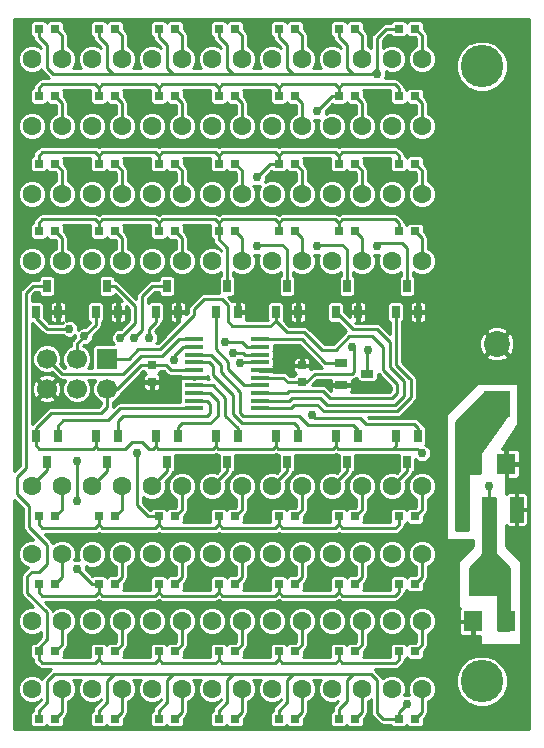
<source format=gtl>
%FSLAX34Y34*%
G04 Gerber Fmt 3.4, Leading zero omitted, Abs format*
G04 (created by PCBNEW (2014-03-18 BZR 4754)-product) date Tue 01 Apr 2014 07:52:17 PM CDT*
%MOIN*%
G01*
G70*
G90*
G04 APERTURE LIST*
%ADD10C,0.006000*%
%ADD11C,0.141732*%
%ADD12R,0.027559X0.027559*%
%ADD13R,0.062992X0.070866*%
%ADD14R,0.062992X0.011811*%
%ADD15R,0.047244X0.086614*%
%ADD16R,0.137795X0.086614*%
%ADD17R,0.086614X0.086614*%
%ADD18C,0.086614*%
%ADD19C,0.062992*%
%ADD20R,0.066929X0.066929*%
%ADD21C,0.066929*%
%ADD22R,0.025591X0.041732*%
%ADD23R,0.041732X0.025591*%
%ADD24C,0.030000*%
%ADD25C,0.010000*%
G04 APERTURE END LIST*
G54D10*
G54D11*
X59750Y-51250D03*
X59750Y-30750D03*
G54D12*
X48750Y-41275D03*
X48750Y-40724D03*
X53750Y-40724D03*
X53750Y-41275D03*
G54D13*
X59448Y-44000D03*
X60551Y-44000D03*
X60551Y-49250D03*
X59448Y-49250D03*
G54D14*
X50147Y-41895D03*
X50147Y-42151D03*
X50147Y-41639D03*
X50147Y-41383D03*
X50147Y-41127D03*
X50147Y-40872D03*
X50147Y-40616D03*
X50147Y-40360D03*
X52352Y-39848D03*
X52352Y-40104D03*
X52352Y-40360D03*
X52352Y-40616D03*
X52352Y-42151D03*
X52352Y-41895D03*
X52352Y-41639D03*
X52352Y-41383D03*
X52352Y-41127D03*
X52352Y-40872D03*
X50147Y-40104D03*
X50147Y-39848D03*
G54D15*
X60905Y-45529D03*
X60000Y-45529D03*
X59094Y-45529D03*
G54D16*
X60000Y-47970D03*
G54D17*
X60250Y-42000D03*
G54D18*
X60250Y-40000D03*
G54D19*
X44750Y-30500D03*
X45750Y-30500D03*
X44750Y-32750D03*
X45750Y-32750D03*
X44750Y-35000D03*
X45750Y-35000D03*
X44750Y-37250D03*
X45750Y-37250D03*
X44750Y-44750D03*
X45750Y-44750D03*
X44750Y-47000D03*
X45750Y-47000D03*
X44750Y-49250D03*
X45750Y-49250D03*
X44750Y-51500D03*
X45750Y-51500D03*
X46750Y-30500D03*
X47750Y-30500D03*
X46750Y-32750D03*
X47750Y-32750D03*
X46750Y-35000D03*
X47750Y-35000D03*
X46750Y-37250D03*
X47750Y-37250D03*
X46750Y-44750D03*
X47750Y-44750D03*
X46750Y-47000D03*
X47750Y-47000D03*
X46750Y-49250D03*
X47750Y-49250D03*
X46750Y-51500D03*
X47750Y-51500D03*
X48750Y-30500D03*
X49750Y-30500D03*
X48750Y-32750D03*
X49750Y-32750D03*
X48750Y-35000D03*
X49750Y-35000D03*
X48750Y-37250D03*
X49750Y-37250D03*
X48750Y-44750D03*
X49750Y-44750D03*
X48750Y-47000D03*
X49750Y-47000D03*
X48750Y-49250D03*
X49750Y-49250D03*
X48750Y-51500D03*
X49750Y-51500D03*
X50750Y-30500D03*
X51750Y-30500D03*
X50750Y-32750D03*
X51750Y-32750D03*
X50750Y-35000D03*
X51750Y-35000D03*
X50750Y-37250D03*
X51750Y-37250D03*
X50750Y-44750D03*
X51750Y-44750D03*
X50750Y-47000D03*
X51750Y-47000D03*
X50750Y-49250D03*
X51750Y-49250D03*
X50750Y-51500D03*
X51750Y-51500D03*
X52750Y-30500D03*
X53750Y-30500D03*
X52750Y-32750D03*
X53750Y-32750D03*
X52750Y-35000D03*
X53750Y-35000D03*
X52750Y-37250D03*
X53750Y-37250D03*
X52750Y-44750D03*
X53750Y-44750D03*
X52750Y-47000D03*
X53750Y-47000D03*
X52750Y-49250D03*
X53750Y-49250D03*
X52750Y-51500D03*
X53750Y-51500D03*
X54750Y-30500D03*
X55750Y-30500D03*
X54750Y-32750D03*
X55750Y-32750D03*
X54750Y-35000D03*
X55750Y-35000D03*
X54750Y-37250D03*
X55750Y-37250D03*
X54750Y-44750D03*
X55750Y-44750D03*
X54750Y-47000D03*
X55750Y-47000D03*
X54750Y-49250D03*
X55750Y-49250D03*
X54750Y-51500D03*
X55750Y-51500D03*
X56750Y-30500D03*
X57750Y-30500D03*
X56750Y-32750D03*
X57750Y-32750D03*
X56750Y-35000D03*
X57750Y-35000D03*
X56750Y-37250D03*
X57750Y-37250D03*
X56750Y-44750D03*
X57750Y-44750D03*
X56750Y-47000D03*
X57750Y-47000D03*
X56750Y-49250D03*
X57750Y-49250D03*
X56750Y-51500D03*
X57750Y-51500D03*
G54D20*
X47250Y-40500D03*
G54D21*
X47250Y-41500D03*
X46250Y-40500D03*
X46250Y-41500D03*
X45250Y-40500D03*
X45250Y-41500D03*
G54D22*
X45624Y-43066D03*
X45250Y-43933D03*
X44875Y-43066D03*
X47624Y-43066D03*
X47250Y-43933D03*
X46875Y-43066D03*
X56875Y-38933D03*
X57250Y-38066D03*
X57624Y-38933D03*
X54875Y-38933D03*
X55250Y-38066D03*
X55624Y-38933D03*
X49624Y-43066D03*
X49250Y-43933D03*
X48875Y-43066D03*
X51624Y-43066D03*
X51250Y-43933D03*
X50875Y-43066D03*
X52875Y-38933D03*
X53250Y-38066D03*
X53624Y-38933D03*
X50875Y-38933D03*
X51250Y-38066D03*
X51624Y-38933D03*
X53624Y-43066D03*
X53250Y-43933D03*
X52875Y-43066D03*
X55624Y-43066D03*
X55250Y-43933D03*
X54875Y-43066D03*
X48875Y-38933D03*
X49250Y-38066D03*
X49624Y-38933D03*
X46875Y-38933D03*
X47250Y-38066D03*
X47624Y-38933D03*
X57624Y-43066D03*
X57250Y-43933D03*
X56875Y-43066D03*
X44875Y-38933D03*
X45250Y-38066D03*
X45624Y-38933D03*
G54D23*
X55066Y-40625D03*
X55933Y-41000D03*
X55066Y-41374D03*
G54D12*
X45525Y-29500D03*
X44974Y-29500D03*
X45525Y-31750D03*
X44974Y-31750D03*
X45525Y-34000D03*
X44974Y-34000D03*
X45525Y-36250D03*
X44974Y-36250D03*
X45525Y-45750D03*
X44974Y-45750D03*
X45525Y-48000D03*
X44974Y-48000D03*
X45525Y-50250D03*
X44974Y-50250D03*
X45525Y-52500D03*
X44974Y-52500D03*
X47525Y-29500D03*
X46974Y-29500D03*
X47525Y-31750D03*
X46974Y-31750D03*
X47525Y-34000D03*
X46974Y-34000D03*
X47525Y-36250D03*
X46974Y-36250D03*
X47525Y-45750D03*
X46974Y-45750D03*
X47525Y-48000D03*
X46974Y-48000D03*
X47525Y-50250D03*
X46974Y-50250D03*
X47525Y-52500D03*
X46974Y-52500D03*
X49525Y-29500D03*
X48974Y-29500D03*
X49525Y-31750D03*
X48974Y-31750D03*
X49525Y-34000D03*
X48974Y-34000D03*
X49525Y-36250D03*
X48974Y-36250D03*
X49525Y-45750D03*
X48974Y-45750D03*
X49525Y-48000D03*
X48974Y-48000D03*
X49525Y-50250D03*
X48974Y-50250D03*
X49525Y-52500D03*
X48974Y-52500D03*
X51525Y-29500D03*
X50974Y-29500D03*
X51525Y-31750D03*
X50974Y-31750D03*
X51525Y-34000D03*
X50974Y-34000D03*
X51525Y-36250D03*
X50974Y-36250D03*
X51525Y-45750D03*
X50974Y-45750D03*
X51525Y-48000D03*
X50974Y-48000D03*
X51525Y-50250D03*
X50974Y-50250D03*
X51525Y-52500D03*
X50974Y-52500D03*
X53525Y-29500D03*
X52974Y-29500D03*
X53525Y-31750D03*
X52974Y-31750D03*
X53525Y-34000D03*
X52974Y-34000D03*
X53525Y-36250D03*
X52974Y-36250D03*
X53525Y-45750D03*
X52974Y-45750D03*
X53525Y-48000D03*
X52974Y-48000D03*
X53525Y-50250D03*
X52974Y-50250D03*
X53525Y-52500D03*
X52974Y-52500D03*
X55525Y-29500D03*
X54974Y-29500D03*
X55525Y-31750D03*
X54974Y-31750D03*
X55525Y-34000D03*
X54974Y-34000D03*
X55525Y-36250D03*
X54974Y-36250D03*
X55525Y-45750D03*
X54974Y-45750D03*
X55525Y-48000D03*
X54974Y-48000D03*
X55525Y-50250D03*
X54974Y-50250D03*
X55525Y-52500D03*
X54974Y-52500D03*
X57525Y-29500D03*
X56974Y-29500D03*
X57525Y-31750D03*
X56974Y-31750D03*
X57525Y-34000D03*
X56974Y-34000D03*
X57525Y-36250D03*
X56974Y-36250D03*
X57525Y-45750D03*
X56974Y-45750D03*
X57525Y-48000D03*
X56974Y-48000D03*
X57525Y-50250D03*
X56974Y-50250D03*
X57525Y-52500D03*
X56974Y-52500D03*
G54D24*
X54100Y-42375D03*
X49500Y-40550D03*
X48650Y-39800D03*
X51700Y-40650D03*
X46500Y-39750D03*
X51450Y-40300D03*
X46000Y-39500D03*
X51200Y-39950D03*
X56250Y-31000D03*
X56250Y-36750D03*
X54250Y-32250D03*
X54250Y-36750D03*
X52250Y-34450D03*
X52250Y-36750D03*
X48150Y-39800D03*
X48250Y-43625D03*
X47700Y-39800D03*
X46250Y-47500D03*
X46250Y-45250D03*
X46250Y-43900D03*
X57250Y-52000D03*
X55950Y-40200D03*
X56600Y-41475D03*
X53050Y-40750D03*
X49400Y-41500D03*
X60000Y-44750D03*
X55425Y-40100D03*
X60000Y-47200D03*
X57750Y-43650D03*
G54D25*
X50147Y-39848D02*
X49651Y-39848D01*
X49100Y-40400D02*
X48400Y-40400D01*
X49651Y-39848D02*
X49100Y-40400D01*
X47550Y-41000D02*
X47800Y-41000D01*
X48225Y-40575D02*
X48400Y-40400D01*
X47800Y-41000D02*
X48225Y-40575D01*
X45250Y-40500D02*
X45750Y-41000D01*
X45750Y-41000D02*
X47550Y-41000D01*
X45624Y-43066D02*
X45624Y-42725D01*
X47300Y-42550D02*
X47698Y-42151D01*
X45800Y-42550D02*
X47300Y-42550D01*
X45624Y-42725D02*
X45800Y-42550D01*
X50147Y-42151D02*
X47698Y-42151D01*
X47624Y-43066D02*
X47624Y-42575D01*
X50595Y-41895D02*
X50147Y-41895D01*
X50700Y-42000D02*
X50595Y-41895D01*
X50700Y-42300D02*
X50700Y-42000D01*
X50600Y-42400D02*
X50700Y-42300D01*
X47800Y-42400D02*
X50600Y-42400D01*
X47624Y-42575D02*
X47800Y-42400D01*
X50147Y-41639D02*
X50689Y-41639D01*
X49624Y-42775D02*
X49624Y-43066D01*
X49750Y-42650D02*
X49624Y-42775D01*
X50700Y-42650D02*
X49750Y-42650D01*
X50950Y-42400D02*
X50700Y-42650D01*
X50950Y-41900D02*
X50950Y-42400D01*
X50689Y-41639D02*
X50950Y-41900D01*
X50147Y-41383D02*
X50783Y-41383D01*
X51624Y-42824D02*
X51624Y-43066D01*
X51200Y-42400D02*
X51624Y-42824D01*
X51200Y-41800D02*
X51200Y-42400D01*
X50783Y-41383D02*
X51200Y-41800D01*
X53624Y-43066D02*
X53624Y-42774D01*
X50666Y-40616D02*
X50147Y-40616D01*
X50800Y-40750D02*
X50666Y-40616D01*
X50800Y-41050D02*
X50800Y-40750D01*
X51450Y-41700D02*
X50800Y-41050D01*
X51450Y-42350D02*
X51450Y-41700D01*
X51750Y-42650D02*
X51450Y-42350D01*
X53500Y-42650D02*
X51750Y-42650D01*
X53624Y-42774D02*
X53500Y-42650D01*
X53000Y-42400D02*
X53650Y-42400D01*
X53950Y-42700D02*
X55450Y-42700D01*
X53650Y-42400D02*
X53950Y-42700D01*
X55624Y-43066D02*
X55624Y-42874D01*
X55624Y-42874D02*
X55450Y-42700D01*
X50147Y-40360D02*
X50710Y-40360D01*
X51800Y-42400D02*
X53000Y-42400D01*
X51700Y-42300D02*
X51800Y-42400D01*
X51700Y-41600D02*
X51700Y-42300D01*
X51050Y-40950D02*
X51700Y-41600D01*
X51050Y-40700D02*
X51050Y-40950D01*
X50710Y-40360D02*
X51050Y-40700D01*
X57500Y-42675D02*
X57624Y-42799D01*
X55900Y-42675D02*
X57500Y-42675D01*
X55700Y-42475D02*
X55900Y-42675D01*
X54200Y-42475D02*
X55700Y-42475D01*
X54100Y-42375D02*
X54200Y-42475D01*
X57624Y-43066D02*
X57624Y-42799D01*
X49795Y-40104D02*
X49500Y-40400D01*
X49500Y-40400D02*
X49500Y-40550D01*
X49795Y-40104D02*
X50147Y-40104D01*
X56425Y-42250D02*
X56907Y-42250D01*
X57375Y-41175D02*
X57325Y-41125D01*
X57375Y-41782D02*
X57375Y-41175D01*
X56907Y-42250D02*
X57375Y-41782D01*
X56350Y-42250D02*
X56425Y-42250D01*
X57325Y-41125D02*
X56900Y-40700D01*
X55700Y-42250D02*
X56350Y-42250D01*
X55600Y-42250D02*
X55700Y-42250D01*
X56900Y-38957D02*
X56875Y-38933D01*
X56900Y-40700D02*
X56900Y-38957D01*
X54125Y-42025D02*
X54250Y-42025D01*
X54475Y-42250D02*
X55600Y-42250D01*
X54250Y-42025D02*
X54475Y-42250D01*
X52352Y-42151D02*
X53373Y-42151D01*
X53500Y-42025D02*
X54125Y-42025D01*
X53373Y-42151D02*
X53500Y-42025D01*
X56275Y-42025D02*
X56850Y-42025D01*
X57150Y-41725D02*
X57150Y-41250D01*
X56850Y-42025D02*
X57150Y-41725D01*
X56675Y-40625D02*
X56675Y-40775D01*
X56675Y-40775D02*
X57150Y-41250D01*
X56675Y-39925D02*
X56250Y-39500D01*
X56675Y-40625D02*
X56675Y-39925D01*
X55442Y-39500D02*
X54875Y-38933D01*
X56250Y-39500D02*
X55442Y-39500D01*
X55775Y-42025D02*
X56275Y-42025D01*
X53329Y-41895D02*
X53425Y-41800D01*
X53425Y-41800D02*
X54125Y-41800D01*
X52352Y-41895D02*
X53329Y-41895D01*
X54350Y-41800D02*
X54575Y-42025D01*
X54575Y-42025D02*
X55600Y-42025D01*
X54125Y-41800D02*
X54350Y-41800D01*
X55600Y-42025D02*
X55775Y-42025D01*
X51425Y-39400D02*
X52701Y-39400D01*
X51275Y-38700D02*
X51075Y-38500D01*
X51275Y-39250D02*
X51275Y-38700D01*
X51425Y-39400D02*
X51275Y-39250D01*
X47250Y-40500D02*
X47975Y-40500D01*
X51075Y-38500D02*
X50500Y-38500D01*
X50500Y-38500D02*
X50150Y-38850D01*
X50150Y-38850D02*
X50150Y-39050D01*
X50150Y-39050D02*
X49300Y-39900D01*
X47975Y-40500D02*
X48300Y-40175D01*
X48300Y-40175D02*
X49025Y-40175D01*
X49025Y-40175D02*
X49300Y-39900D01*
X52701Y-39400D02*
X52875Y-39225D01*
X55500Y-39750D02*
X55325Y-39750D01*
X53250Y-39600D02*
X53050Y-39400D01*
X53825Y-39600D02*
X53250Y-39600D01*
X54425Y-40200D02*
X53825Y-39600D01*
X54875Y-40200D02*
X54425Y-40200D01*
X55325Y-39750D02*
X54875Y-40200D01*
X56425Y-41800D02*
X56750Y-41800D01*
X56925Y-41625D02*
X56925Y-41350D01*
X56750Y-41800D02*
X56925Y-41625D01*
X56125Y-41800D02*
X56425Y-41800D01*
X56450Y-40875D02*
X56450Y-40675D01*
X56925Y-41350D02*
X56450Y-40875D01*
X55600Y-41800D02*
X56125Y-41800D01*
X56450Y-40675D02*
X56450Y-40100D01*
X54100Y-41575D02*
X54450Y-41575D01*
X54675Y-41800D02*
X55600Y-41800D01*
X54450Y-41575D02*
X54675Y-41800D01*
X52352Y-41639D02*
X53260Y-41639D01*
X53325Y-41575D02*
X54100Y-41575D01*
X53260Y-41639D02*
X53325Y-41575D01*
X55750Y-39750D02*
X55500Y-39750D01*
X56450Y-40100D02*
X56100Y-39750D01*
X56100Y-39750D02*
X55750Y-39750D01*
X52875Y-39225D02*
X52875Y-38933D01*
X53050Y-39400D02*
X52875Y-39225D01*
X52352Y-41383D02*
X51833Y-41383D01*
X50875Y-40175D02*
X50875Y-38933D01*
X51300Y-40600D02*
X50875Y-40175D01*
X51300Y-40850D02*
X51300Y-40600D01*
X51833Y-41383D02*
X51300Y-40850D01*
X48650Y-39800D02*
X48650Y-39500D01*
X48875Y-39274D02*
X48875Y-38933D01*
X48650Y-39500D02*
X48875Y-39274D01*
X51733Y-40616D02*
X51700Y-40650D01*
X52352Y-40616D02*
X51733Y-40616D01*
X46250Y-40500D02*
X46250Y-40000D01*
X46250Y-40000D02*
X46500Y-39750D01*
X46875Y-39374D02*
X46875Y-38933D01*
X46500Y-39750D02*
X46875Y-39374D01*
X52352Y-40360D02*
X51860Y-40360D01*
X51800Y-40300D02*
X51450Y-40300D01*
X51860Y-40360D02*
X51800Y-40300D01*
X44875Y-39125D02*
X44875Y-38933D01*
X45250Y-39500D02*
X44875Y-39125D01*
X46000Y-39500D02*
X45250Y-39500D01*
X52352Y-40104D02*
X51904Y-40104D01*
X51750Y-39950D02*
X51200Y-39950D01*
X51904Y-40104D02*
X51750Y-39950D01*
X52352Y-39848D02*
X53748Y-39848D01*
X54525Y-40625D02*
X55066Y-40625D01*
X53748Y-39848D02*
X54525Y-40625D01*
X44750Y-44750D02*
X44750Y-44700D01*
X44750Y-44700D02*
X45250Y-44200D01*
X45250Y-44200D02*
X45250Y-43933D01*
X47250Y-44250D02*
X46750Y-44750D01*
X47250Y-43933D02*
X47250Y-44250D01*
X49250Y-44250D02*
X48750Y-44750D01*
X49250Y-43933D02*
X49250Y-44250D01*
X51250Y-44250D02*
X50750Y-44750D01*
X51250Y-43933D02*
X51250Y-44250D01*
X53250Y-44250D02*
X52750Y-44750D01*
X53250Y-43933D02*
X53250Y-44250D01*
X55250Y-44250D02*
X54750Y-44750D01*
X55250Y-43933D02*
X55250Y-44250D01*
X57250Y-44250D02*
X56750Y-44750D01*
X57250Y-43933D02*
X57250Y-44250D01*
X55450Y-31000D02*
X53450Y-31000D01*
X55250Y-30800D02*
X55450Y-31000D01*
X56100Y-31000D02*
X55450Y-31000D01*
X53450Y-31000D02*
X51450Y-31000D01*
X53250Y-30800D02*
X53450Y-31000D01*
X51450Y-31000D02*
X49450Y-31000D01*
X51250Y-30800D02*
X51450Y-31000D01*
X49450Y-31000D02*
X47450Y-31000D01*
X49250Y-30800D02*
X49450Y-31000D01*
X47250Y-30800D02*
X47450Y-31000D01*
X45450Y-31000D02*
X45250Y-30800D01*
X47450Y-31000D02*
X45450Y-31000D01*
X56250Y-31000D02*
X56250Y-30850D01*
X54974Y-29500D02*
X54974Y-29774D01*
X52974Y-29500D02*
X52974Y-29774D01*
X50974Y-29500D02*
X50974Y-29774D01*
X48974Y-29500D02*
X48974Y-29774D01*
X46974Y-29500D02*
X46974Y-29774D01*
X56974Y-29500D02*
X56550Y-29500D01*
X44974Y-29774D02*
X44974Y-29500D01*
X56250Y-30850D02*
X56100Y-31000D01*
X56250Y-29800D02*
X56250Y-30850D01*
X56550Y-29500D02*
X56250Y-29800D01*
X45250Y-30050D02*
X44974Y-29774D01*
X45250Y-30800D02*
X45250Y-30050D01*
X47250Y-30050D02*
X47250Y-30800D01*
X46974Y-29774D02*
X47250Y-30050D01*
X49250Y-30050D02*
X49250Y-30800D01*
X48974Y-29774D02*
X49250Y-30050D01*
X51250Y-30050D02*
X51250Y-30800D01*
X50974Y-29774D02*
X51250Y-30050D01*
X53250Y-30050D02*
X53250Y-30800D01*
X52974Y-29774D02*
X53250Y-30050D01*
X55250Y-30050D02*
X55250Y-30800D01*
X54974Y-29774D02*
X55250Y-30050D01*
X57000Y-36650D02*
X56350Y-36650D01*
X56350Y-36650D02*
X56250Y-36750D01*
X57250Y-38066D02*
X57250Y-36800D01*
X57100Y-36650D02*
X57000Y-36650D01*
X57250Y-36800D02*
X57100Y-36650D01*
X54974Y-31750D02*
X54750Y-31750D01*
X54750Y-31750D02*
X54250Y-32250D01*
X46974Y-31750D02*
X46974Y-31475D01*
X46974Y-31475D02*
X46848Y-31350D01*
X44974Y-31475D02*
X44974Y-31750D01*
X45100Y-31350D02*
X44974Y-31475D01*
X46848Y-31350D02*
X45100Y-31350D01*
X48974Y-31750D02*
X48974Y-31475D01*
X48974Y-31475D02*
X48848Y-31350D01*
X47100Y-31350D02*
X46974Y-31475D01*
X48848Y-31350D02*
X47100Y-31350D01*
X50974Y-31750D02*
X50974Y-31475D01*
X50974Y-31475D02*
X50848Y-31350D01*
X49100Y-31350D02*
X48974Y-31475D01*
X50848Y-31350D02*
X49100Y-31350D01*
X52974Y-31750D02*
X52974Y-31475D01*
X52974Y-31475D02*
X52848Y-31350D01*
X51100Y-31350D02*
X50974Y-31475D01*
X52848Y-31350D02*
X51100Y-31350D01*
X54974Y-31750D02*
X54974Y-31475D01*
X54974Y-31475D02*
X54848Y-31350D01*
X53100Y-31350D02*
X52974Y-31475D01*
X54848Y-31350D02*
X53100Y-31350D01*
X56974Y-31750D02*
X56974Y-31474D01*
X55100Y-31350D02*
X54974Y-31475D01*
X56850Y-31350D02*
X55100Y-31350D01*
X56974Y-31474D02*
X56850Y-31350D01*
X55000Y-36700D02*
X54300Y-36700D01*
X54300Y-36700D02*
X54250Y-36750D01*
X55250Y-38066D02*
X55250Y-36850D01*
X55100Y-36700D02*
X55000Y-36700D01*
X55250Y-36850D02*
X55100Y-36700D01*
X52700Y-34000D02*
X52974Y-34000D01*
X52250Y-34450D02*
X52700Y-34000D01*
X46974Y-34000D02*
X46974Y-33725D01*
X46974Y-33725D02*
X46848Y-33600D01*
X44974Y-33725D02*
X44974Y-34000D01*
X45100Y-33600D02*
X44974Y-33725D01*
X46848Y-33600D02*
X45100Y-33600D01*
X48974Y-34000D02*
X48974Y-33725D01*
X48974Y-33725D02*
X48848Y-33600D01*
X47100Y-33600D02*
X46974Y-33725D01*
X48848Y-33600D02*
X47100Y-33600D01*
X50974Y-34000D02*
X50974Y-33725D01*
X50974Y-33725D02*
X50848Y-33600D01*
X49100Y-33600D02*
X48974Y-33725D01*
X50848Y-33600D02*
X49100Y-33600D01*
X52974Y-34000D02*
X52974Y-33725D01*
X52974Y-33725D02*
X52848Y-33600D01*
X51100Y-33600D02*
X50974Y-33725D01*
X52848Y-33600D02*
X51100Y-33600D01*
X54974Y-34000D02*
X54974Y-33725D01*
X54974Y-33725D02*
X54848Y-33600D01*
X53100Y-33600D02*
X52974Y-33725D01*
X54848Y-33600D02*
X53100Y-33600D01*
X56974Y-34000D02*
X56974Y-33724D01*
X55100Y-33600D02*
X54974Y-33725D01*
X56850Y-33600D02*
X55100Y-33600D01*
X56974Y-33724D02*
X56850Y-33600D01*
X53000Y-36700D02*
X52300Y-36700D01*
X52300Y-36700D02*
X52250Y-36750D01*
X53250Y-38066D02*
X53250Y-36850D01*
X53100Y-36700D02*
X53000Y-36700D01*
X53250Y-36850D02*
X53100Y-36700D01*
X50974Y-36524D02*
X50974Y-36250D01*
X46974Y-36250D02*
X46974Y-35975D01*
X46974Y-35975D02*
X46848Y-35850D01*
X44974Y-35975D02*
X44974Y-36250D01*
X45100Y-35850D02*
X44974Y-35975D01*
X46848Y-35850D02*
X45100Y-35850D01*
X48974Y-36250D02*
X48974Y-35975D01*
X48974Y-35975D02*
X48848Y-35850D01*
X47100Y-35850D02*
X46974Y-35975D01*
X48848Y-35850D02*
X47100Y-35850D01*
X50974Y-36250D02*
X50974Y-35974D01*
X49100Y-35850D02*
X48974Y-35975D01*
X50850Y-35850D02*
X49100Y-35850D01*
X50974Y-35974D02*
X50850Y-35850D01*
X52974Y-36250D02*
X52974Y-35974D01*
X50974Y-35975D02*
X50974Y-36250D01*
X51100Y-35850D02*
X50974Y-35975D01*
X52850Y-35850D02*
X51100Y-35850D01*
X52974Y-35974D02*
X52850Y-35850D01*
X54974Y-36250D02*
X54974Y-35975D01*
X54974Y-35975D02*
X54848Y-35850D01*
X52974Y-35975D02*
X52974Y-36250D01*
X53100Y-35850D02*
X52974Y-35975D01*
X54848Y-35850D02*
X53100Y-35850D01*
X56974Y-36250D02*
X56974Y-35974D01*
X55100Y-35850D02*
X54974Y-35975D01*
X56850Y-35850D02*
X55100Y-35850D01*
X56974Y-35974D02*
X56850Y-35850D01*
X51250Y-38066D02*
X51250Y-36800D01*
X51250Y-36800D02*
X50974Y-36524D01*
X48425Y-38900D02*
X48425Y-39525D01*
X48425Y-39525D02*
X48150Y-39800D01*
X49250Y-38066D02*
X48758Y-38066D01*
X48625Y-45750D02*
X48974Y-45750D01*
X48250Y-45375D02*
X48625Y-45750D01*
X48250Y-43625D02*
X48250Y-45375D01*
X48425Y-38400D02*
X48425Y-38900D01*
X48758Y-38066D02*
X48425Y-38400D01*
X46974Y-45750D02*
X46974Y-46024D01*
X46974Y-46024D02*
X46850Y-46148D01*
X44974Y-46024D02*
X44974Y-45750D01*
X45098Y-46148D02*
X44974Y-46024D01*
X46850Y-46148D02*
X45098Y-46148D01*
X48974Y-45750D02*
X48974Y-46024D01*
X48974Y-46024D02*
X48848Y-46150D01*
X47100Y-46150D02*
X46974Y-46024D01*
X48848Y-46150D02*
X47100Y-46150D01*
X50974Y-45750D02*
X50974Y-46024D01*
X50974Y-46024D02*
X50848Y-46150D01*
X49100Y-46150D02*
X48974Y-46024D01*
X50848Y-46150D02*
X49100Y-46150D01*
X52974Y-45750D02*
X52974Y-46024D01*
X52974Y-46024D02*
X52850Y-46148D01*
X51098Y-46148D02*
X50974Y-46024D01*
X52850Y-46148D02*
X51098Y-46148D01*
X54974Y-45750D02*
X54974Y-46024D01*
X54974Y-46024D02*
X54848Y-46150D01*
X53100Y-46150D02*
X52974Y-46024D01*
X54848Y-46150D02*
X53100Y-46150D01*
X56974Y-45750D02*
X56974Y-46025D01*
X55100Y-46150D02*
X54974Y-46024D01*
X56850Y-46150D02*
X55100Y-46150D01*
X56974Y-46025D02*
X56850Y-46150D01*
X48200Y-39300D02*
X48200Y-39050D01*
X47700Y-39800D02*
X48200Y-39300D01*
X46750Y-48000D02*
X46974Y-48000D01*
X46250Y-47500D02*
X46750Y-48000D01*
X46250Y-43900D02*
X46250Y-45250D01*
X47250Y-38066D02*
X47516Y-38066D01*
X47516Y-38066D02*
X48200Y-38750D01*
X48200Y-38750D02*
X48200Y-39050D01*
X46974Y-48000D02*
X46974Y-48274D01*
X46974Y-48274D02*
X46850Y-48398D01*
X44974Y-48274D02*
X44974Y-48000D01*
X45098Y-48398D02*
X44974Y-48274D01*
X46850Y-48398D02*
X45098Y-48398D01*
X48974Y-48000D02*
X48974Y-48274D01*
X48974Y-48274D02*
X48850Y-48398D01*
X47098Y-48398D02*
X46974Y-48274D01*
X48850Y-48398D02*
X47098Y-48398D01*
X50974Y-48000D02*
X50974Y-48274D01*
X50974Y-48274D02*
X50848Y-48400D01*
X49100Y-48400D02*
X48974Y-48274D01*
X50848Y-48400D02*
X49100Y-48400D01*
X52974Y-48000D02*
X52974Y-48275D01*
X51100Y-48400D02*
X50974Y-48274D01*
X52850Y-48400D02*
X51100Y-48400D01*
X52974Y-48275D02*
X52850Y-48400D01*
X54974Y-48000D02*
X54974Y-48274D01*
X54974Y-48274D02*
X54848Y-48400D01*
X52974Y-48274D02*
X52974Y-48000D01*
X53100Y-48400D02*
X52974Y-48274D01*
X54848Y-48400D02*
X53100Y-48400D01*
X56974Y-48000D02*
X56974Y-48275D01*
X55100Y-48400D02*
X54974Y-48274D01*
X56850Y-48400D02*
X55100Y-48400D01*
X56974Y-48275D02*
X56850Y-48400D01*
X44974Y-50250D02*
X44974Y-50125D01*
X44783Y-38066D02*
X45250Y-38066D01*
X44974Y-50125D02*
X45250Y-49850D01*
X46974Y-50250D02*
X46974Y-50524D01*
X46974Y-50524D02*
X46850Y-50648D01*
X44974Y-50524D02*
X44974Y-50250D01*
X45098Y-50648D02*
X44974Y-50524D01*
X46850Y-50648D02*
X45098Y-50648D01*
X48974Y-50250D02*
X48974Y-50524D01*
X48974Y-50524D02*
X48848Y-50650D01*
X47100Y-50650D02*
X46974Y-50524D01*
X48848Y-50650D02*
X47100Y-50650D01*
X50974Y-50250D02*
X50974Y-50525D01*
X49100Y-50650D02*
X48974Y-50524D01*
X50850Y-50650D02*
X49100Y-50650D01*
X50974Y-50525D02*
X50850Y-50650D01*
X52974Y-50250D02*
X52974Y-50524D01*
X52974Y-50524D02*
X52848Y-50650D01*
X50974Y-50524D02*
X50974Y-50250D01*
X51100Y-50650D02*
X50974Y-50524D01*
X52848Y-50650D02*
X51100Y-50650D01*
X54974Y-50250D02*
X54974Y-50525D01*
X53100Y-50650D02*
X52974Y-50524D01*
X54850Y-50650D02*
X53100Y-50650D01*
X54974Y-50525D02*
X54850Y-50650D01*
X56974Y-50250D02*
X56974Y-50525D01*
X54974Y-50524D02*
X54974Y-50250D01*
X55100Y-50650D02*
X54974Y-50524D01*
X56850Y-50650D02*
X55100Y-50650D01*
X56974Y-50525D02*
X56850Y-50650D01*
X44550Y-38300D02*
X44783Y-38066D01*
X44550Y-44150D02*
X44550Y-38300D01*
X45000Y-47600D02*
X45250Y-47350D01*
X44750Y-47600D02*
X45000Y-47600D01*
X44600Y-47750D02*
X44750Y-47600D01*
X44600Y-48300D02*
X44600Y-47750D01*
X45250Y-48950D02*
X44600Y-48300D01*
X45250Y-49850D02*
X45250Y-48950D01*
X44250Y-44450D02*
X44550Y-44150D01*
X44250Y-45000D02*
X44250Y-44450D01*
X44650Y-45400D02*
X44250Y-45000D01*
X44650Y-46100D02*
X44650Y-45400D01*
X45250Y-46700D02*
X44650Y-46100D01*
X45250Y-47350D02*
X45250Y-46700D01*
X57250Y-52000D02*
X56974Y-52275D01*
X54974Y-52175D02*
X55250Y-51900D01*
X55250Y-51900D02*
X54974Y-52175D01*
X55933Y-40216D02*
X55950Y-40200D01*
X55933Y-41000D02*
X55933Y-40216D01*
X56974Y-52275D02*
X56974Y-52500D01*
X56250Y-51450D02*
X56250Y-51200D01*
X56250Y-51200D02*
X56050Y-51000D01*
X54974Y-52500D02*
X54974Y-52175D01*
X52974Y-52500D02*
X52974Y-52225D01*
X50974Y-52500D02*
X50974Y-52225D01*
X48974Y-52500D02*
X48974Y-52225D01*
X46974Y-52500D02*
X46974Y-52225D01*
X44974Y-52225D02*
X44974Y-52500D01*
X56974Y-52500D02*
X56450Y-52500D01*
X56250Y-52300D02*
X56250Y-51450D01*
X56450Y-52500D02*
X56250Y-52300D01*
X45250Y-51950D02*
X44974Y-52225D01*
X45250Y-51250D02*
X45250Y-51950D01*
X46974Y-52225D02*
X47250Y-51950D01*
X47250Y-51950D02*
X47250Y-51250D01*
X47250Y-51250D02*
X47500Y-51000D01*
X47500Y-51000D02*
X45500Y-51000D01*
X45500Y-51000D02*
X45250Y-51250D01*
X52974Y-52225D02*
X53250Y-51950D01*
X56050Y-51000D02*
X55850Y-51000D01*
X50974Y-52225D02*
X51250Y-51950D01*
X48974Y-52225D02*
X49250Y-51950D01*
X55250Y-51900D02*
X55250Y-51200D01*
X53250Y-51950D02*
X53250Y-51200D01*
X51250Y-51950D02*
X51250Y-51200D01*
X49250Y-51950D02*
X49250Y-51200D01*
X55250Y-51200D02*
X55450Y-51000D01*
X53250Y-51200D02*
X53450Y-51000D01*
X51250Y-51200D02*
X51450Y-51000D01*
X49250Y-51200D02*
X49450Y-51000D01*
X55550Y-51000D02*
X55450Y-51000D01*
X55450Y-51000D02*
X53450Y-51000D01*
X53450Y-51000D02*
X51450Y-51000D01*
X51450Y-51000D02*
X49450Y-51000D01*
X49450Y-51000D02*
X47500Y-51000D01*
X55850Y-51000D02*
X55550Y-51000D01*
X55066Y-41374D02*
X56499Y-41374D01*
X56499Y-41374D02*
X56600Y-41475D01*
X52352Y-40872D02*
X52927Y-40872D01*
X52927Y-40872D02*
X53050Y-40750D01*
X48750Y-41275D02*
X49175Y-41275D01*
X49175Y-41275D02*
X49400Y-41500D01*
X47450Y-43500D02*
X47850Y-43500D01*
X48425Y-43275D02*
X48650Y-43500D01*
X48075Y-43275D02*
X48425Y-43275D01*
X47850Y-43500D02*
X48075Y-43275D01*
X44875Y-43066D02*
X44875Y-42824D01*
X47250Y-42100D02*
X47250Y-41500D01*
X47050Y-42300D02*
X47250Y-42100D01*
X45400Y-42300D02*
X47050Y-42300D01*
X44875Y-42824D02*
X45400Y-42300D01*
X54875Y-43066D02*
X54875Y-43424D01*
X54875Y-43424D02*
X54951Y-43500D01*
X56875Y-43424D02*
X56875Y-43066D01*
X56800Y-43500D02*
X56875Y-43424D01*
X54951Y-43500D02*
X56800Y-43500D01*
X52875Y-43066D02*
X52875Y-43424D01*
X52875Y-43424D02*
X52951Y-43500D01*
X54800Y-43500D02*
X54875Y-43424D01*
X52951Y-43500D02*
X54800Y-43500D01*
X50875Y-43066D02*
X50875Y-43424D01*
X50875Y-43424D02*
X50951Y-43500D01*
X52800Y-43500D02*
X52875Y-43424D01*
X50951Y-43500D02*
X52800Y-43500D01*
X48875Y-43066D02*
X48875Y-43424D01*
X48875Y-43424D02*
X48951Y-43500D01*
X50800Y-43500D02*
X50875Y-43424D01*
X48951Y-43500D02*
X50800Y-43500D01*
X46875Y-43066D02*
X46875Y-43424D01*
X46875Y-43424D02*
X46951Y-43500D01*
X48800Y-43500D02*
X48875Y-43424D01*
X46951Y-43500D02*
X47450Y-43500D01*
X48650Y-43500D02*
X48800Y-43500D01*
X44875Y-43066D02*
X44875Y-43375D01*
X46800Y-43500D02*
X46875Y-43424D01*
X45000Y-43500D02*
X46800Y-43500D01*
X44875Y-43375D02*
X45000Y-43500D01*
X47250Y-41500D02*
X47600Y-41500D01*
X47600Y-41500D02*
X48375Y-40724D01*
X48375Y-40724D02*
X48750Y-40724D01*
X52352Y-41127D02*
X53127Y-41127D01*
X53275Y-41275D02*
X53750Y-41275D01*
X53127Y-41127D02*
X53275Y-41275D01*
X50147Y-40872D02*
X49372Y-40872D01*
X49224Y-40724D02*
X48750Y-40724D01*
X49372Y-40872D02*
X49224Y-40724D01*
X55500Y-40175D02*
X55425Y-40100D01*
X55500Y-40925D02*
X55500Y-40175D01*
X55425Y-41000D02*
X55500Y-40925D01*
X54175Y-41000D02*
X55425Y-41000D01*
X53899Y-41275D02*
X54175Y-41000D01*
X53899Y-41275D02*
X53750Y-41275D01*
X60000Y-45529D02*
X60000Y-44750D01*
X60000Y-47970D02*
X60000Y-47200D01*
X56800Y-43500D02*
X57250Y-43500D01*
X57250Y-43500D02*
X57400Y-43500D01*
X57600Y-43500D02*
X57750Y-43650D01*
X57400Y-43500D02*
X57600Y-43500D01*
X45750Y-29724D02*
X45525Y-29500D01*
X45750Y-30500D02*
X45750Y-29724D01*
X45750Y-31974D02*
X45525Y-31750D01*
X45750Y-32750D02*
X45750Y-31974D01*
X45750Y-34224D02*
X45525Y-34000D01*
X45750Y-35000D02*
X45750Y-34224D01*
X45750Y-36474D02*
X45525Y-36250D01*
X45750Y-37250D02*
X45750Y-36474D01*
X45750Y-45525D02*
X45525Y-45750D01*
X45750Y-44750D02*
X45750Y-45525D01*
X45750Y-47775D02*
X45525Y-48000D01*
X45750Y-47000D02*
X45750Y-47775D01*
X45750Y-50025D02*
X45525Y-50250D01*
X45750Y-49250D02*
X45750Y-50025D01*
X45750Y-52275D02*
X45525Y-52500D01*
X45750Y-51500D02*
X45750Y-52275D01*
X47750Y-29724D02*
X47525Y-29500D01*
X47750Y-30500D02*
X47750Y-29724D01*
X47750Y-31974D02*
X47525Y-31750D01*
X47750Y-32750D02*
X47750Y-31974D01*
X47750Y-34224D02*
X47525Y-34000D01*
X47750Y-35000D02*
X47750Y-34224D01*
X47750Y-36474D02*
X47525Y-36250D01*
X47750Y-37250D02*
X47750Y-36474D01*
X47750Y-45525D02*
X47525Y-45750D01*
X47750Y-44750D02*
X47750Y-45525D01*
X47750Y-47775D02*
X47525Y-48000D01*
X47750Y-47000D02*
X47750Y-47775D01*
X47750Y-50025D02*
X47525Y-50250D01*
X47750Y-49250D02*
X47750Y-50025D01*
X47750Y-52275D02*
X47525Y-52500D01*
X47750Y-51500D02*
X47750Y-52275D01*
X49750Y-29724D02*
X49525Y-29500D01*
X49750Y-30500D02*
X49750Y-29724D01*
X49750Y-31974D02*
X49525Y-31750D01*
X49750Y-32750D02*
X49750Y-31974D01*
X49750Y-34224D02*
X49525Y-34000D01*
X49750Y-35000D02*
X49750Y-34224D01*
X49750Y-36474D02*
X49525Y-36250D01*
X49750Y-37250D02*
X49750Y-36474D01*
X49750Y-45525D02*
X49525Y-45750D01*
X49750Y-44750D02*
X49750Y-45525D01*
X49750Y-47775D02*
X49525Y-48000D01*
X49750Y-47000D02*
X49750Y-47775D01*
X49750Y-50025D02*
X49525Y-50250D01*
X49750Y-49250D02*
X49750Y-50025D01*
X49750Y-52275D02*
X49525Y-52500D01*
X49750Y-51500D02*
X49750Y-52275D01*
X51750Y-29724D02*
X51525Y-29500D01*
X51750Y-30500D02*
X51750Y-29724D01*
X51750Y-31974D02*
X51525Y-31750D01*
X51750Y-32750D02*
X51750Y-31974D01*
X51750Y-34224D02*
X51525Y-34000D01*
X51750Y-35000D02*
X51750Y-34224D01*
X51750Y-36474D02*
X51525Y-36250D01*
X51750Y-37250D02*
X51750Y-36474D01*
X51750Y-45525D02*
X51525Y-45750D01*
X51750Y-44750D02*
X51750Y-45525D01*
X51750Y-47775D02*
X51525Y-48000D01*
X51750Y-47000D02*
X51750Y-47775D01*
X51750Y-50025D02*
X51525Y-50250D01*
X51750Y-49250D02*
X51750Y-50025D01*
X51750Y-52275D02*
X51525Y-52500D01*
X51750Y-51500D02*
X51750Y-52275D01*
X53750Y-29724D02*
X53525Y-29500D01*
X53750Y-30500D02*
X53750Y-29724D01*
X53750Y-31974D02*
X53525Y-31750D01*
X53750Y-32750D02*
X53750Y-31974D01*
X53750Y-34224D02*
X53525Y-34000D01*
X53750Y-35000D02*
X53750Y-34224D01*
X53750Y-36474D02*
X53525Y-36250D01*
X53750Y-37250D02*
X53750Y-36474D01*
X53750Y-45525D02*
X53525Y-45750D01*
X53750Y-44750D02*
X53750Y-45525D01*
X53750Y-47775D02*
X53525Y-48000D01*
X53750Y-47000D02*
X53750Y-47775D01*
X53750Y-50025D02*
X53525Y-50250D01*
X53750Y-49250D02*
X53750Y-50025D01*
X53750Y-52275D02*
X53525Y-52500D01*
X53750Y-51500D02*
X53750Y-52275D01*
X55750Y-29724D02*
X55525Y-29500D01*
X55750Y-30500D02*
X55750Y-29724D01*
X55750Y-31974D02*
X55525Y-31750D01*
X55750Y-32750D02*
X55750Y-31974D01*
X55750Y-34224D02*
X55525Y-34000D01*
X55750Y-35000D02*
X55750Y-34224D01*
X55750Y-36474D02*
X55525Y-36250D01*
X55750Y-37250D02*
X55750Y-36474D01*
X55750Y-45525D02*
X55525Y-45750D01*
X55750Y-44750D02*
X55750Y-45525D01*
X55750Y-47775D02*
X55525Y-48000D01*
X55750Y-47000D02*
X55750Y-47775D01*
X55750Y-50025D02*
X55525Y-50250D01*
X55750Y-49250D02*
X55750Y-50025D01*
X55750Y-52275D02*
X55525Y-52500D01*
X55750Y-51500D02*
X55750Y-52275D01*
X57750Y-29724D02*
X57525Y-29500D01*
X57750Y-30500D02*
X57750Y-29724D01*
X57750Y-31974D02*
X57525Y-31750D01*
X57750Y-32750D02*
X57750Y-31974D01*
X57750Y-34224D02*
X57525Y-34000D01*
X57750Y-35000D02*
X57750Y-34224D01*
X57750Y-36474D02*
X57525Y-36250D01*
X57750Y-37250D02*
X57750Y-36474D01*
X57750Y-45525D02*
X57525Y-45750D01*
X57750Y-44750D02*
X57750Y-45525D01*
X57750Y-47775D02*
X57525Y-48000D01*
X57750Y-47000D02*
X57750Y-47775D01*
X57750Y-50025D02*
X57525Y-50250D01*
X57750Y-49250D02*
X57750Y-50025D01*
X57750Y-52275D02*
X57525Y-52500D01*
X57750Y-51500D02*
X57750Y-52275D01*
G54D10*
G36*
X60600Y-42383D02*
X59700Y-43633D01*
X59700Y-44300D01*
X59300Y-44300D01*
X59300Y-46200D01*
X58900Y-46200D01*
X58900Y-42620D01*
X59870Y-41650D01*
X60600Y-41650D01*
X60600Y-42383D01*
X60600Y-42383D01*
G37*
G54D25*
X60600Y-42383D02*
X59700Y-43633D01*
X59700Y-44300D01*
X59300Y-44300D01*
X59300Y-46200D01*
X58900Y-46200D01*
X58900Y-42620D01*
X59870Y-41650D01*
X60600Y-41650D01*
X60600Y-42383D01*
G54D10*
G36*
X60650Y-49550D02*
X60300Y-49550D01*
X60300Y-48350D01*
X59350Y-48350D01*
X59350Y-47470D01*
X59800Y-47020D01*
X59800Y-45150D01*
X60200Y-45150D01*
X60200Y-47020D01*
X60650Y-47470D01*
X60650Y-49550D01*
X60650Y-49550D01*
G37*
G54D25*
X60650Y-49550D02*
X60300Y-49550D01*
X60300Y-48350D01*
X59350Y-48350D01*
X59350Y-47470D01*
X59800Y-47020D01*
X59800Y-45150D01*
X60200Y-45150D01*
X60200Y-47020D01*
X60650Y-47470D01*
X60650Y-49550D01*
G54D10*
G36*
X47050Y-42017D02*
X46967Y-42100D01*
X45735Y-42100D01*
X45735Y-41590D01*
X45733Y-41398D01*
X45663Y-41230D01*
X45590Y-41195D01*
X45554Y-41230D01*
X45554Y-41159D01*
X45519Y-41086D01*
X45340Y-41014D01*
X45148Y-41016D01*
X44980Y-41086D01*
X44945Y-41159D01*
X45250Y-41464D01*
X45554Y-41159D01*
X45554Y-41230D01*
X45285Y-41500D01*
X45590Y-41804D01*
X45663Y-41769D01*
X45735Y-41590D01*
X45735Y-42100D01*
X45554Y-42100D01*
X45554Y-41840D01*
X45250Y-41535D01*
X45214Y-41570D01*
X45214Y-41500D01*
X44909Y-41195D01*
X44836Y-41230D01*
X44764Y-41409D01*
X44766Y-41601D01*
X44836Y-41769D01*
X44909Y-41804D01*
X45214Y-41500D01*
X45214Y-41570D01*
X44945Y-41840D01*
X44980Y-41913D01*
X45159Y-41985D01*
X45351Y-41983D01*
X45519Y-41913D01*
X45554Y-41840D01*
X45554Y-42100D01*
X45400Y-42100D01*
X45336Y-42112D01*
X45323Y-42115D01*
X45258Y-42158D01*
X44750Y-42667D01*
X44750Y-39291D01*
X44758Y-39291D01*
X45108Y-39641D01*
X45173Y-39684D01*
X45250Y-39700D01*
X45775Y-39700D01*
X45829Y-39754D01*
X45940Y-39799D01*
X46059Y-39800D01*
X46169Y-39754D01*
X46200Y-39724D01*
X46199Y-39767D01*
X46108Y-39858D01*
X46065Y-39923D01*
X46050Y-40000D01*
X46050Y-40058D01*
X45975Y-40088D01*
X45839Y-40225D01*
X45765Y-40403D01*
X45765Y-40595D01*
X45838Y-40774D01*
X45864Y-40800D01*
X45832Y-40800D01*
X45703Y-40670D01*
X45734Y-40596D01*
X45734Y-40404D01*
X45661Y-40225D01*
X45524Y-40089D01*
X45346Y-40015D01*
X45154Y-40015D01*
X44975Y-40088D01*
X44839Y-40225D01*
X44765Y-40403D01*
X44765Y-40595D01*
X44838Y-40774D01*
X44975Y-40910D01*
X45153Y-40984D01*
X45345Y-40984D01*
X45420Y-40953D01*
X45608Y-41141D01*
X45673Y-41184D01*
X45673Y-41184D01*
X45686Y-41187D01*
X45750Y-41200D01*
X45864Y-41200D01*
X45839Y-41225D01*
X45765Y-41403D01*
X45765Y-41595D01*
X45838Y-41774D01*
X45975Y-41910D01*
X46153Y-41984D01*
X46345Y-41984D01*
X46524Y-41911D01*
X46660Y-41774D01*
X46734Y-41596D01*
X46734Y-41404D01*
X46661Y-41225D01*
X46635Y-41200D01*
X46864Y-41200D01*
X46839Y-41225D01*
X46765Y-41403D01*
X46765Y-41595D01*
X46838Y-41774D01*
X46975Y-41910D01*
X47050Y-41941D01*
X47050Y-42017D01*
X47050Y-42017D01*
G37*
G54D25*
X47050Y-42017D02*
X46967Y-42100D01*
X45735Y-42100D01*
X45735Y-41590D01*
X45733Y-41398D01*
X45663Y-41230D01*
X45590Y-41195D01*
X45554Y-41230D01*
X45554Y-41159D01*
X45519Y-41086D01*
X45340Y-41014D01*
X45148Y-41016D01*
X44980Y-41086D01*
X44945Y-41159D01*
X45250Y-41464D01*
X45554Y-41159D01*
X45554Y-41230D01*
X45285Y-41500D01*
X45590Y-41804D01*
X45663Y-41769D01*
X45735Y-41590D01*
X45735Y-42100D01*
X45554Y-42100D01*
X45554Y-41840D01*
X45250Y-41535D01*
X45214Y-41570D01*
X45214Y-41500D01*
X44909Y-41195D01*
X44836Y-41230D01*
X44764Y-41409D01*
X44766Y-41601D01*
X44836Y-41769D01*
X44909Y-41804D01*
X45214Y-41500D01*
X45214Y-41570D01*
X44945Y-41840D01*
X44980Y-41913D01*
X45159Y-41985D01*
X45351Y-41983D01*
X45519Y-41913D01*
X45554Y-41840D01*
X45554Y-42100D01*
X45400Y-42100D01*
X45336Y-42112D01*
X45323Y-42115D01*
X45258Y-42158D01*
X44750Y-42667D01*
X44750Y-39291D01*
X44758Y-39291D01*
X45108Y-39641D01*
X45173Y-39684D01*
X45250Y-39700D01*
X45775Y-39700D01*
X45829Y-39754D01*
X45940Y-39799D01*
X46059Y-39800D01*
X46169Y-39754D01*
X46200Y-39724D01*
X46199Y-39767D01*
X46108Y-39858D01*
X46065Y-39923D01*
X46050Y-40000D01*
X46050Y-40058D01*
X45975Y-40088D01*
X45839Y-40225D01*
X45765Y-40403D01*
X45765Y-40595D01*
X45838Y-40774D01*
X45864Y-40800D01*
X45832Y-40800D01*
X45703Y-40670D01*
X45734Y-40596D01*
X45734Y-40404D01*
X45661Y-40225D01*
X45524Y-40089D01*
X45346Y-40015D01*
X45154Y-40015D01*
X44975Y-40088D01*
X44839Y-40225D01*
X44765Y-40403D01*
X44765Y-40595D01*
X44838Y-40774D01*
X44975Y-40910D01*
X45153Y-40984D01*
X45345Y-40984D01*
X45420Y-40953D01*
X45608Y-41141D01*
X45673Y-41184D01*
X45673Y-41184D01*
X45686Y-41187D01*
X45750Y-41200D01*
X45864Y-41200D01*
X45839Y-41225D01*
X45765Y-41403D01*
X45765Y-41595D01*
X45838Y-41774D01*
X45975Y-41910D01*
X46153Y-41984D01*
X46345Y-41984D01*
X46524Y-41911D01*
X46660Y-41774D01*
X46734Y-41596D01*
X46734Y-41404D01*
X46661Y-41225D01*
X46635Y-41200D01*
X46864Y-41200D01*
X46839Y-41225D01*
X46765Y-41403D01*
X46765Y-41595D01*
X46838Y-41774D01*
X46975Y-41910D01*
X47050Y-41941D01*
X47050Y-42017D01*
G54D10*
G36*
X50653Y-41183D02*
X50612Y-41183D01*
X50606Y-41183D01*
X50575Y-41152D01*
X50172Y-41152D01*
X50172Y-41160D01*
X50122Y-41160D01*
X50122Y-41152D01*
X49720Y-41152D01*
X49682Y-41190D01*
X49682Y-41216D01*
X49698Y-41255D01*
X49682Y-41294D01*
X49682Y-41354D01*
X49682Y-41472D01*
X49698Y-41511D01*
X49682Y-41550D01*
X49682Y-41610D01*
X49682Y-41728D01*
X49698Y-41767D01*
X49682Y-41806D01*
X49682Y-41866D01*
X49682Y-41951D01*
X49037Y-41951D01*
X49037Y-41443D01*
X49037Y-41338D01*
X49000Y-41300D01*
X48775Y-41300D01*
X48775Y-41525D01*
X48812Y-41563D01*
X48857Y-41563D01*
X48917Y-41563D01*
X48972Y-41540D01*
X49014Y-41498D01*
X49037Y-41443D01*
X49037Y-41951D01*
X48725Y-41951D01*
X48725Y-41525D01*
X48725Y-41300D01*
X48499Y-41300D01*
X48462Y-41338D01*
X48462Y-41443D01*
X48485Y-41498D01*
X48527Y-41540D01*
X48582Y-41563D01*
X48642Y-41563D01*
X48687Y-41563D01*
X48725Y-41525D01*
X48725Y-41951D01*
X47698Y-41951D01*
X47621Y-41966D01*
X47557Y-42010D01*
X47445Y-42121D01*
X47449Y-42100D01*
X47450Y-42100D01*
X47450Y-41941D01*
X47524Y-41911D01*
X47660Y-41774D01*
X47706Y-41664D01*
X47741Y-41641D01*
X48458Y-40924D01*
X48475Y-40924D01*
X48485Y-40947D01*
X48527Y-40989D01*
X48552Y-41000D01*
X48527Y-41010D01*
X48485Y-41052D01*
X48462Y-41107D01*
X48462Y-41213D01*
X48499Y-41250D01*
X48725Y-41250D01*
X48725Y-41242D01*
X48775Y-41242D01*
X48775Y-41250D01*
X49000Y-41250D01*
X49037Y-41213D01*
X49037Y-41107D01*
X49014Y-41052D01*
X48972Y-41010D01*
X48947Y-41000D01*
X48972Y-40989D01*
X49014Y-40947D01*
X49024Y-40924D01*
X49141Y-40924D01*
X49230Y-41013D01*
X49295Y-41056D01*
X49295Y-41056D01*
X49372Y-41072D01*
X49682Y-41072D01*
X49689Y-41072D01*
X49720Y-41102D01*
X50122Y-41102D01*
X50122Y-41095D01*
X50172Y-41095D01*
X50172Y-41102D01*
X50575Y-41102D01*
X50604Y-41073D01*
X50615Y-41126D01*
X50653Y-41183D01*
X50653Y-41183D01*
G37*
G54D25*
X50653Y-41183D02*
X50612Y-41183D01*
X50606Y-41183D01*
X50575Y-41152D01*
X50172Y-41152D01*
X50172Y-41160D01*
X50122Y-41160D01*
X50122Y-41152D01*
X49720Y-41152D01*
X49682Y-41190D01*
X49682Y-41216D01*
X49698Y-41255D01*
X49682Y-41294D01*
X49682Y-41354D01*
X49682Y-41472D01*
X49698Y-41511D01*
X49682Y-41550D01*
X49682Y-41610D01*
X49682Y-41728D01*
X49698Y-41767D01*
X49682Y-41806D01*
X49682Y-41866D01*
X49682Y-41951D01*
X49037Y-41951D01*
X49037Y-41443D01*
X49037Y-41338D01*
X49000Y-41300D01*
X48775Y-41300D01*
X48775Y-41525D01*
X48812Y-41563D01*
X48857Y-41563D01*
X48917Y-41563D01*
X48972Y-41540D01*
X49014Y-41498D01*
X49037Y-41443D01*
X49037Y-41951D01*
X48725Y-41951D01*
X48725Y-41525D01*
X48725Y-41300D01*
X48499Y-41300D01*
X48462Y-41338D01*
X48462Y-41443D01*
X48485Y-41498D01*
X48527Y-41540D01*
X48582Y-41563D01*
X48642Y-41563D01*
X48687Y-41563D01*
X48725Y-41525D01*
X48725Y-41951D01*
X47698Y-41951D01*
X47621Y-41966D01*
X47557Y-42010D01*
X47445Y-42121D01*
X47449Y-42100D01*
X47450Y-42100D01*
X47450Y-41941D01*
X47524Y-41911D01*
X47660Y-41774D01*
X47706Y-41664D01*
X47741Y-41641D01*
X48458Y-40924D01*
X48475Y-40924D01*
X48485Y-40947D01*
X48527Y-40989D01*
X48552Y-41000D01*
X48527Y-41010D01*
X48485Y-41052D01*
X48462Y-41107D01*
X48462Y-41213D01*
X48499Y-41250D01*
X48725Y-41250D01*
X48725Y-41242D01*
X48775Y-41242D01*
X48775Y-41250D01*
X49000Y-41250D01*
X49037Y-41213D01*
X49037Y-41107D01*
X49014Y-41052D01*
X48972Y-41010D01*
X48947Y-41000D01*
X48972Y-40989D01*
X49014Y-40947D01*
X49024Y-40924D01*
X49141Y-40924D01*
X49230Y-41013D01*
X49295Y-41056D01*
X49295Y-41056D01*
X49372Y-41072D01*
X49682Y-41072D01*
X49689Y-41072D01*
X49720Y-41102D01*
X50122Y-41102D01*
X50122Y-41095D01*
X50172Y-41095D01*
X50172Y-41102D01*
X50575Y-41102D01*
X50604Y-41073D01*
X50615Y-41126D01*
X50653Y-41183D01*
G54D10*
G36*
X54433Y-40800D02*
X54175Y-40800D01*
X54098Y-40815D01*
X54076Y-40829D01*
X54037Y-40855D01*
X54037Y-40786D01*
X54037Y-40661D01*
X54037Y-40556D01*
X54014Y-40501D01*
X53972Y-40459D01*
X53917Y-40436D01*
X53857Y-40436D01*
X53812Y-40436D01*
X53775Y-40474D01*
X53775Y-40699D01*
X54000Y-40699D01*
X54037Y-40661D01*
X54037Y-40786D01*
X54000Y-40749D01*
X53775Y-40749D01*
X53775Y-40757D01*
X53725Y-40757D01*
X53725Y-40749D01*
X53725Y-40699D01*
X53725Y-40474D01*
X53687Y-40436D01*
X53642Y-40436D01*
X53582Y-40436D01*
X53527Y-40459D01*
X53485Y-40501D01*
X53462Y-40556D01*
X53462Y-40661D01*
X53499Y-40699D01*
X53725Y-40699D01*
X53725Y-40749D01*
X53499Y-40749D01*
X53462Y-40786D01*
X53462Y-40892D01*
X53485Y-40947D01*
X53527Y-40989D01*
X53552Y-40999D01*
X53527Y-41010D01*
X53485Y-41052D01*
X53475Y-41075D01*
X53358Y-41075D01*
X53269Y-40986D01*
X53204Y-40943D01*
X53127Y-40927D01*
X52817Y-40927D01*
X52810Y-40927D01*
X52779Y-40897D01*
X52377Y-40897D01*
X52377Y-40904D01*
X52327Y-40904D01*
X52327Y-40897D01*
X52319Y-40897D01*
X52319Y-40847D01*
X52327Y-40847D01*
X52327Y-40839D01*
X52377Y-40839D01*
X52377Y-40847D01*
X52779Y-40847D01*
X52817Y-40809D01*
X52817Y-40783D01*
X52801Y-40744D01*
X52817Y-40705D01*
X52817Y-40645D01*
X52817Y-40527D01*
X52801Y-40488D01*
X52817Y-40449D01*
X52817Y-40389D01*
X52817Y-40271D01*
X52801Y-40232D01*
X52817Y-40193D01*
X52817Y-40133D01*
X52817Y-40048D01*
X53665Y-40048D01*
X54384Y-40767D01*
X54433Y-40800D01*
X54433Y-40800D01*
G37*
G54D25*
X54433Y-40800D02*
X54175Y-40800D01*
X54098Y-40815D01*
X54076Y-40829D01*
X54037Y-40855D01*
X54037Y-40786D01*
X54037Y-40661D01*
X54037Y-40556D01*
X54014Y-40501D01*
X53972Y-40459D01*
X53917Y-40436D01*
X53857Y-40436D01*
X53812Y-40436D01*
X53775Y-40474D01*
X53775Y-40699D01*
X54000Y-40699D01*
X54037Y-40661D01*
X54037Y-40786D01*
X54000Y-40749D01*
X53775Y-40749D01*
X53775Y-40757D01*
X53725Y-40757D01*
X53725Y-40749D01*
X53725Y-40699D01*
X53725Y-40474D01*
X53687Y-40436D01*
X53642Y-40436D01*
X53582Y-40436D01*
X53527Y-40459D01*
X53485Y-40501D01*
X53462Y-40556D01*
X53462Y-40661D01*
X53499Y-40699D01*
X53725Y-40699D01*
X53725Y-40749D01*
X53499Y-40749D01*
X53462Y-40786D01*
X53462Y-40892D01*
X53485Y-40947D01*
X53527Y-40989D01*
X53552Y-40999D01*
X53527Y-41010D01*
X53485Y-41052D01*
X53475Y-41075D01*
X53358Y-41075D01*
X53269Y-40986D01*
X53204Y-40943D01*
X53127Y-40927D01*
X52817Y-40927D01*
X52810Y-40927D01*
X52779Y-40897D01*
X52377Y-40897D01*
X52377Y-40904D01*
X52327Y-40904D01*
X52327Y-40897D01*
X52319Y-40897D01*
X52319Y-40847D01*
X52327Y-40847D01*
X52327Y-40839D01*
X52377Y-40839D01*
X52377Y-40847D01*
X52779Y-40847D01*
X52817Y-40809D01*
X52817Y-40783D01*
X52801Y-40744D01*
X52817Y-40705D01*
X52817Y-40645D01*
X52817Y-40527D01*
X52801Y-40488D01*
X52817Y-40449D01*
X52817Y-40389D01*
X52817Y-40271D01*
X52801Y-40232D01*
X52817Y-40193D01*
X52817Y-40133D01*
X52817Y-40048D01*
X53665Y-40048D01*
X54384Y-40767D01*
X54433Y-40800D01*
G54D10*
G36*
X56725Y-41542D02*
X56667Y-41600D01*
X56425Y-41600D01*
X56125Y-41600D01*
X55600Y-41600D01*
X55389Y-41600D01*
X55402Y-41586D01*
X55425Y-41531D01*
X55425Y-41472D01*
X55425Y-41436D01*
X55388Y-41399D01*
X55091Y-41399D01*
X55091Y-41406D01*
X55041Y-41406D01*
X55041Y-41399D01*
X54745Y-41399D01*
X54708Y-41436D01*
X54708Y-41472D01*
X54708Y-41531D01*
X54721Y-41563D01*
X54591Y-41433D01*
X54526Y-41390D01*
X54450Y-41375D01*
X54100Y-41375D01*
X54082Y-41375D01*
X54257Y-41200D01*
X54714Y-41200D01*
X54708Y-41216D01*
X54708Y-41275D01*
X54708Y-41311D01*
X54745Y-41349D01*
X55041Y-41349D01*
X55041Y-41341D01*
X55091Y-41341D01*
X55091Y-41349D01*
X55388Y-41349D01*
X55425Y-41311D01*
X55425Y-41275D01*
X55425Y-41216D01*
X55418Y-41200D01*
X55425Y-41200D01*
X55501Y-41184D01*
X55566Y-41141D01*
X55574Y-41133D01*
X55574Y-41157D01*
X55597Y-41212D01*
X55639Y-41255D01*
X55694Y-41277D01*
X55754Y-41277D01*
X56171Y-41277D01*
X56226Y-41255D01*
X56268Y-41212D01*
X56291Y-41157D01*
X56291Y-41098D01*
X56291Y-40991D01*
X56308Y-41016D01*
X56725Y-41432D01*
X56725Y-41542D01*
X56725Y-41542D01*
G37*
G54D25*
X56725Y-41542D02*
X56667Y-41600D01*
X56425Y-41600D01*
X56125Y-41600D01*
X55600Y-41600D01*
X55389Y-41600D01*
X55402Y-41586D01*
X55425Y-41531D01*
X55425Y-41472D01*
X55425Y-41436D01*
X55388Y-41399D01*
X55091Y-41399D01*
X55091Y-41406D01*
X55041Y-41406D01*
X55041Y-41399D01*
X54745Y-41399D01*
X54708Y-41436D01*
X54708Y-41472D01*
X54708Y-41531D01*
X54721Y-41563D01*
X54591Y-41433D01*
X54526Y-41390D01*
X54450Y-41375D01*
X54100Y-41375D01*
X54082Y-41375D01*
X54257Y-41200D01*
X54714Y-41200D01*
X54708Y-41216D01*
X54708Y-41275D01*
X54708Y-41311D01*
X54745Y-41349D01*
X55041Y-41349D01*
X55041Y-41341D01*
X55091Y-41341D01*
X55091Y-41349D01*
X55388Y-41349D01*
X55425Y-41311D01*
X55425Y-41275D01*
X55425Y-41216D01*
X55418Y-41200D01*
X55425Y-41200D01*
X55501Y-41184D01*
X55566Y-41141D01*
X55574Y-41133D01*
X55574Y-41157D01*
X55597Y-41212D01*
X55639Y-41255D01*
X55694Y-41277D01*
X55754Y-41277D01*
X56171Y-41277D01*
X56226Y-41255D01*
X56268Y-41212D01*
X56291Y-41157D01*
X56291Y-41098D01*
X56291Y-40991D01*
X56308Y-41016D01*
X56725Y-41432D01*
X56725Y-41542D01*
G54D10*
G36*
X61330Y-52830D02*
X61291Y-52830D01*
X61291Y-45992D01*
X61291Y-45592D01*
X61291Y-45467D01*
X61291Y-45066D01*
X61268Y-45011D01*
X61226Y-44969D01*
X61171Y-44946D01*
X61111Y-44946D01*
X61016Y-44946D01*
X61016Y-44384D01*
X61016Y-44324D01*
X61016Y-44062D01*
X61016Y-43937D01*
X61016Y-43675D01*
X61016Y-43615D01*
X60993Y-43560D01*
X60951Y-43518D01*
X60895Y-43495D01*
X60613Y-43495D01*
X60576Y-43533D01*
X60576Y-43975D01*
X60978Y-43975D01*
X61016Y-43937D01*
X61016Y-44062D01*
X60978Y-44025D01*
X60576Y-44025D01*
X60576Y-44466D01*
X60613Y-44504D01*
X60895Y-44504D01*
X60951Y-44481D01*
X60993Y-44439D01*
X61016Y-44384D01*
X61016Y-44946D01*
X60968Y-44946D01*
X60930Y-44983D01*
X60930Y-45504D01*
X61254Y-45504D01*
X61291Y-45467D01*
X61291Y-45592D01*
X61254Y-45554D01*
X60930Y-45554D01*
X60930Y-46075D01*
X60968Y-46112D01*
X61111Y-46112D01*
X61171Y-46112D01*
X61226Y-46089D01*
X61268Y-46047D01*
X61291Y-45992D01*
X61291Y-52830D01*
X61050Y-52830D01*
X61050Y-50050D01*
X61050Y-47229D01*
X60550Y-46729D01*
X60550Y-46055D01*
X60584Y-46089D01*
X60639Y-46112D01*
X60699Y-46112D01*
X60843Y-46112D01*
X60880Y-46075D01*
X60880Y-45554D01*
X60872Y-45554D01*
X60872Y-45504D01*
X60880Y-45504D01*
X60880Y-44983D01*
X60843Y-44946D01*
X60699Y-44946D01*
X60639Y-44946D01*
X60584Y-44969D01*
X60550Y-45003D01*
X60550Y-44300D01*
X60526Y-44300D01*
X60526Y-44025D01*
X60518Y-44025D01*
X60518Y-43975D01*
X60526Y-43975D01*
X60526Y-43533D01*
X60488Y-43495D01*
X60409Y-43495D01*
X60950Y-42664D01*
X60950Y-41300D01*
X60833Y-41300D01*
X60833Y-40114D01*
X60832Y-39882D01*
X60745Y-39671D01*
X60661Y-39624D01*
X60625Y-39659D01*
X60625Y-39588D01*
X60608Y-39558D01*
X60608Y-30579D01*
X60478Y-30264D01*
X60237Y-30022D01*
X59921Y-29891D01*
X59579Y-29891D01*
X59264Y-30021D01*
X59022Y-30262D01*
X58891Y-30578D01*
X58891Y-30920D01*
X59021Y-31235D01*
X59262Y-31477D01*
X59578Y-31608D01*
X59920Y-31608D01*
X60235Y-31478D01*
X60477Y-31237D01*
X60608Y-30921D01*
X60608Y-30579D01*
X60608Y-39558D01*
X60578Y-39504D01*
X60364Y-39416D01*
X60132Y-39417D01*
X59921Y-39504D01*
X59874Y-39588D01*
X60250Y-39964D01*
X60625Y-39588D01*
X60625Y-39659D01*
X60285Y-40000D01*
X60661Y-40375D01*
X60745Y-40328D01*
X60833Y-40114D01*
X60833Y-41300D01*
X60625Y-41300D01*
X60625Y-40411D01*
X60250Y-40035D01*
X60214Y-40070D01*
X60214Y-40000D01*
X59838Y-39624D01*
X59754Y-39671D01*
X59666Y-39885D01*
X59667Y-40117D01*
X59754Y-40328D01*
X59838Y-40375D01*
X60214Y-40000D01*
X60214Y-40070D01*
X59874Y-40411D01*
X59921Y-40495D01*
X60135Y-40583D01*
X60367Y-40582D01*
X60578Y-40495D01*
X60625Y-40411D01*
X60625Y-41300D01*
X59579Y-41300D01*
X58550Y-42329D01*
X58550Y-46550D01*
X59450Y-46550D01*
X59450Y-46729D01*
X58950Y-47229D01*
X58950Y-48800D01*
X59017Y-48800D01*
X59006Y-48810D01*
X58983Y-48865D01*
X58983Y-48925D01*
X58983Y-49187D01*
X59021Y-49225D01*
X59423Y-49225D01*
X59423Y-49217D01*
X59473Y-49217D01*
X59473Y-49225D01*
X59481Y-49225D01*
X59481Y-49275D01*
X59473Y-49275D01*
X59473Y-49716D01*
X59511Y-49754D01*
X59700Y-49754D01*
X59700Y-50050D01*
X61050Y-50050D01*
X61050Y-52830D01*
X60608Y-52830D01*
X60608Y-51079D01*
X60478Y-50764D01*
X60237Y-50522D01*
X59921Y-50391D01*
X59579Y-50391D01*
X59423Y-50455D01*
X59423Y-49716D01*
X59423Y-49275D01*
X59021Y-49275D01*
X58983Y-49312D01*
X58983Y-49574D01*
X58983Y-49634D01*
X59006Y-49689D01*
X59048Y-49731D01*
X59104Y-49754D01*
X59386Y-49754D01*
X59423Y-49716D01*
X59423Y-50455D01*
X59264Y-50521D01*
X59022Y-50762D01*
X58891Y-51078D01*
X58891Y-51420D01*
X59021Y-51735D01*
X59262Y-51977D01*
X59578Y-52108D01*
X59920Y-52108D01*
X60235Y-51978D01*
X60477Y-51737D01*
X60608Y-51421D01*
X60608Y-51079D01*
X60608Y-52830D01*
X44169Y-52830D01*
X44169Y-45202D01*
X44450Y-45482D01*
X44450Y-46100D01*
X44465Y-46176D01*
X44508Y-46241D01*
X44802Y-46535D01*
X44657Y-46534D01*
X44486Y-46605D01*
X44356Y-46736D01*
X44285Y-46907D01*
X44284Y-47092D01*
X44355Y-47263D01*
X44486Y-47393D01*
X44621Y-47450D01*
X44608Y-47458D01*
X44458Y-47608D01*
X44415Y-47673D01*
X44400Y-47750D01*
X44400Y-48300D01*
X44415Y-48376D01*
X44458Y-48441D01*
X44802Y-48785D01*
X44657Y-48784D01*
X44486Y-48855D01*
X44356Y-48986D01*
X44285Y-49157D01*
X44284Y-49342D01*
X44355Y-49513D01*
X44486Y-49643D01*
X44657Y-49714D01*
X44842Y-49715D01*
X45013Y-49644D01*
X45050Y-49607D01*
X45050Y-49767D01*
X44854Y-49962D01*
X44806Y-49962D01*
X44751Y-49985D01*
X44709Y-50027D01*
X44686Y-50082D01*
X44686Y-50142D01*
X44686Y-50417D01*
X44709Y-50472D01*
X44751Y-50514D01*
X44774Y-50524D01*
X44774Y-50524D01*
X44789Y-50600D01*
X44832Y-50665D01*
X44957Y-50790D01*
X44957Y-50790D01*
X45000Y-50819D01*
X45022Y-50833D01*
X45022Y-50833D01*
X45098Y-50848D01*
X45373Y-50848D01*
X45358Y-50858D01*
X45108Y-51108D01*
X45071Y-51163D01*
X45013Y-51106D01*
X44842Y-51035D01*
X44657Y-51034D01*
X44486Y-51105D01*
X44356Y-51236D01*
X44285Y-51407D01*
X44284Y-51592D01*
X44355Y-51763D01*
X44486Y-51893D01*
X44657Y-51964D01*
X44842Y-51965D01*
X45013Y-51894D01*
X45050Y-51857D01*
X45050Y-51867D01*
X44832Y-52084D01*
X44789Y-52149D01*
X44774Y-52225D01*
X44774Y-52225D01*
X44751Y-52235D01*
X44709Y-52277D01*
X44686Y-52332D01*
X44686Y-52392D01*
X44686Y-52667D01*
X44709Y-52722D01*
X44751Y-52764D01*
X44806Y-52787D01*
X44866Y-52787D01*
X45142Y-52787D01*
X45197Y-52764D01*
X45239Y-52722D01*
X45249Y-52697D01*
X45260Y-52722D01*
X45302Y-52764D01*
X45357Y-52787D01*
X45417Y-52787D01*
X45693Y-52787D01*
X45748Y-52764D01*
X45790Y-52722D01*
X45813Y-52667D01*
X45813Y-52607D01*
X45813Y-52495D01*
X45891Y-52417D01*
X45934Y-52352D01*
X45950Y-52275D01*
X45950Y-51920D01*
X46013Y-51894D01*
X46143Y-51763D01*
X46214Y-51592D01*
X46215Y-51407D01*
X46144Y-51236D01*
X46107Y-51200D01*
X46392Y-51200D01*
X46356Y-51236D01*
X46285Y-51407D01*
X46284Y-51592D01*
X46355Y-51763D01*
X46486Y-51893D01*
X46657Y-51964D01*
X46842Y-51965D01*
X47013Y-51894D01*
X47050Y-51857D01*
X47050Y-51867D01*
X46832Y-52084D01*
X46789Y-52149D01*
X46774Y-52225D01*
X46774Y-52225D01*
X46751Y-52235D01*
X46709Y-52277D01*
X46686Y-52332D01*
X46686Y-52392D01*
X46686Y-52667D01*
X46709Y-52722D01*
X46751Y-52764D01*
X46806Y-52787D01*
X46866Y-52787D01*
X47142Y-52787D01*
X47197Y-52764D01*
X47239Y-52722D01*
X47249Y-52697D01*
X47260Y-52722D01*
X47302Y-52764D01*
X47357Y-52787D01*
X47417Y-52787D01*
X47693Y-52787D01*
X47748Y-52764D01*
X47790Y-52722D01*
X47813Y-52667D01*
X47813Y-52607D01*
X47813Y-52495D01*
X47891Y-52417D01*
X47934Y-52352D01*
X47950Y-52275D01*
X47950Y-51920D01*
X48013Y-51894D01*
X48143Y-51763D01*
X48214Y-51592D01*
X48215Y-51407D01*
X48144Y-51236D01*
X48107Y-51200D01*
X48392Y-51200D01*
X48356Y-51236D01*
X48285Y-51407D01*
X48284Y-51592D01*
X48355Y-51763D01*
X48486Y-51893D01*
X48657Y-51964D01*
X48842Y-51965D01*
X49013Y-51894D01*
X49050Y-51857D01*
X49050Y-51867D01*
X48832Y-52084D01*
X48789Y-52149D01*
X48774Y-52225D01*
X48774Y-52225D01*
X48751Y-52235D01*
X48709Y-52277D01*
X48686Y-52332D01*
X48686Y-52392D01*
X48686Y-52667D01*
X48709Y-52722D01*
X48751Y-52764D01*
X48806Y-52787D01*
X48866Y-52787D01*
X49142Y-52787D01*
X49197Y-52764D01*
X49239Y-52722D01*
X49249Y-52697D01*
X49260Y-52722D01*
X49302Y-52764D01*
X49357Y-52787D01*
X49417Y-52787D01*
X49693Y-52787D01*
X49748Y-52764D01*
X49790Y-52722D01*
X49813Y-52667D01*
X49813Y-52607D01*
X49813Y-52495D01*
X49891Y-52417D01*
X49934Y-52352D01*
X49950Y-52275D01*
X49950Y-51920D01*
X50013Y-51894D01*
X50143Y-51763D01*
X50214Y-51592D01*
X50215Y-51407D01*
X50144Y-51236D01*
X50107Y-51200D01*
X50392Y-51200D01*
X50356Y-51236D01*
X50285Y-51407D01*
X50284Y-51592D01*
X50355Y-51763D01*
X50486Y-51893D01*
X50657Y-51964D01*
X50842Y-51965D01*
X51013Y-51894D01*
X51050Y-51857D01*
X51050Y-51867D01*
X50832Y-52084D01*
X50789Y-52149D01*
X50774Y-52225D01*
X50774Y-52225D01*
X50751Y-52235D01*
X50709Y-52277D01*
X50686Y-52332D01*
X50686Y-52392D01*
X50686Y-52667D01*
X50709Y-52722D01*
X50751Y-52764D01*
X50806Y-52787D01*
X50866Y-52787D01*
X51142Y-52787D01*
X51197Y-52764D01*
X51239Y-52722D01*
X51249Y-52697D01*
X51260Y-52722D01*
X51302Y-52764D01*
X51357Y-52787D01*
X51417Y-52787D01*
X51693Y-52787D01*
X51748Y-52764D01*
X51790Y-52722D01*
X51813Y-52667D01*
X51813Y-52607D01*
X51813Y-52495D01*
X51891Y-52417D01*
X51934Y-52352D01*
X51950Y-52275D01*
X51950Y-51920D01*
X52013Y-51894D01*
X52143Y-51763D01*
X52214Y-51592D01*
X52215Y-51407D01*
X52144Y-51236D01*
X52107Y-51200D01*
X52392Y-51200D01*
X52356Y-51236D01*
X52285Y-51407D01*
X52284Y-51592D01*
X52355Y-51763D01*
X52486Y-51893D01*
X52657Y-51964D01*
X52842Y-51965D01*
X53013Y-51894D01*
X53050Y-51857D01*
X53050Y-51867D01*
X52832Y-52084D01*
X52789Y-52149D01*
X52774Y-52225D01*
X52774Y-52225D01*
X52751Y-52235D01*
X52709Y-52277D01*
X52686Y-52332D01*
X52686Y-52392D01*
X52686Y-52667D01*
X52709Y-52722D01*
X52751Y-52764D01*
X52806Y-52787D01*
X52866Y-52787D01*
X53142Y-52787D01*
X53197Y-52764D01*
X53239Y-52722D01*
X53249Y-52697D01*
X53260Y-52722D01*
X53302Y-52764D01*
X53357Y-52787D01*
X53417Y-52787D01*
X53693Y-52787D01*
X53748Y-52764D01*
X53790Y-52722D01*
X53813Y-52667D01*
X53813Y-52607D01*
X53813Y-52495D01*
X53891Y-52417D01*
X53934Y-52352D01*
X53950Y-52275D01*
X53950Y-51920D01*
X54013Y-51894D01*
X54143Y-51763D01*
X54214Y-51592D01*
X54215Y-51407D01*
X54144Y-51236D01*
X54107Y-51200D01*
X54392Y-51200D01*
X54356Y-51236D01*
X54285Y-51407D01*
X54284Y-51592D01*
X54355Y-51763D01*
X54486Y-51893D01*
X54657Y-51964D01*
X54842Y-51965D01*
X54944Y-51922D01*
X54832Y-52034D01*
X54789Y-52099D01*
X54774Y-52175D01*
X54774Y-52225D01*
X54751Y-52235D01*
X54709Y-52277D01*
X54686Y-52332D01*
X54686Y-52392D01*
X54686Y-52667D01*
X54709Y-52722D01*
X54751Y-52764D01*
X54806Y-52787D01*
X54866Y-52787D01*
X55142Y-52787D01*
X55197Y-52764D01*
X55239Y-52722D01*
X55249Y-52697D01*
X55260Y-52722D01*
X55302Y-52764D01*
X55357Y-52787D01*
X55417Y-52787D01*
X55693Y-52787D01*
X55748Y-52764D01*
X55790Y-52722D01*
X55813Y-52667D01*
X55813Y-52607D01*
X55813Y-52495D01*
X55891Y-52417D01*
X55934Y-52352D01*
X55950Y-52275D01*
X55950Y-51920D01*
X56013Y-51894D01*
X56050Y-51857D01*
X56050Y-52300D01*
X56065Y-52376D01*
X56108Y-52441D01*
X56308Y-52641D01*
X56308Y-52641D01*
X56351Y-52670D01*
X56373Y-52684D01*
X56373Y-52684D01*
X56450Y-52700D01*
X56700Y-52700D01*
X56709Y-52722D01*
X56751Y-52764D01*
X56806Y-52787D01*
X56866Y-52787D01*
X57142Y-52787D01*
X57197Y-52764D01*
X57239Y-52722D01*
X57249Y-52697D01*
X57260Y-52722D01*
X57302Y-52764D01*
X57357Y-52787D01*
X57417Y-52787D01*
X57693Y-52787D01*
X57748Y-52764D01*
X57790Y-52722D01*
X57813Y-52667D01*
X57813Y-52607D01*
X57813Y-52495D01*
X57891Y-52417D01*
X57934Y-52352D01*
X57950Y-52275D01*
X57950Y-51920D01*
X58013Y-51894D01*
X58143Y-51763D01*
X58214Y-51592D01*
X58215Y-51407D01*
X58144Y-51236D01*
X58013Y-51106D01*
X57842Y-51035D01*
X57657Y-51034D01*
X57486Y-51105D01*
X57356Y-51236D01*
X57285Y-51407D01*
X57284Y-51592D01*
X57333Y-51709D01*
X57309Y-51700D01*
X57190Y-51699D01*
X57166Y-51710D01*
X57214Y-51592D01*
X57215Y-51407D01*
X57144Y-51236D01*
X57013Y-51106D01*
X56842Y-51035D01*
X56657Y-51034D01*
X56486Y-51105D01*
X56440Y-51152D01*
X56434Y-51123D01*
X56434Y-51123D01*
X56420Y-51101D01*
X56391Y-51058D01*
X56391Y-51058D01*
X56191Y-50858D01*
X56178Y-50850D01*
X56850Y-50850D01*
X56926Y-50834D01*
X56991Y-50791D01*
X57115Y-50667D01*
X57115Y-50667D01*
X57144Y-50623D01*
X57159Y-50602D01*
X57159Y-50602D01*
X57174Y-50525D01*
X57174Y-50525D01*
X57174Y-50524D01*
X57197Y-50514D01*
X57239Y-50472D01*
X57249Y-50447D01*
X57260Y-50472D01*
X57302Y-50514D01*
X57357Y-50537D01*
X57417Y-50537D01*
X57693Y-50537D01*
X57748Y-50514D01*
X57790Y-50472D01*
X57813Y-50417D01*
X57813Y-50357D01*
X57813Y-50245D01*
X57891Y-50167D01*
X57934Y-50102D01*
X57950Y-50025D01*
X57950Y-49670D01*
X58013Y-49644D01*
X58143Y-49513D01*
X58214Y-49342D01*
X58215Y-49157D01*
X58144Y-48986D01*
X58013Y-48856D01*
X57842Y-48785D01*
X57657Y-48784D01*
X57486Y-48855D01*
X57356Y-48986D01*
X57285Y-49157D01*
X57284Y-49342D01*
X57355Y-49513D01*
X57486Y-49643D01*
X57550Y-49670D01*
X57550Y-49942D01*
X57530Y-49962D01*
X57357Y-49962D01*
X57302Y-49985D01*
X57260Y-50027D01*
X57250Y-50052D01*
X57239Y-50027D01*
X57215Y-50002D01*
X57215Y-49157D01*
X57144Y-48986D01*
X57013Y-48856D01*
X56842Y-48785D01*
X56657Y-48784D01*
X56486Y-48855D01*
X56356Y-48986D01*
X56285Y-49157D01*
X56284Y-49342D01*
X56355Y-49513D01*
X56486Y-49643D01*
X56657Y-49714D01*
X56842Y-49715D01*
X57013Y-49644D01*
X57143Y-49513D01*
X57214Y-49342D01*
X57215Y-49157D01*
X57215Y-50002D01*
X57197Y-49985D01*
X57142Y-49962D01*
X57082Y-49962D01*
X56806Y-49962D01*
X56751Y-49985D01*
X56709Y-50027D01*
X56686Y-50082D01*
X56686Y-50142D01*
X56686Y-50417D01*
X56700Y-50450D01*
X55799Y-50450D01*
X55813Y-50417D01*
X55813Y-50357D01*
X55813Y-50245D01*
X55891Y-50167D01*
X55934Y-50102D01*
X55950Y-50025D01*
X55950Y-49670D01*
X56013Y-49644D01*
X56143Y-49513D01*
X56214Y-49342D01*
X56215Y-49157D01*
X56144Y-48986D01*
X56013Y-48856D01*
X55842Y-48785D01*
X55657Y-48784D01*
X55486Y-48855D01*
X55356Y-48986D01*
X55285Y-49157D01*
X55284Y-49342D01*
X55355Y-49513D01*
X55486Y-49643D01*
X55550Y-49670D01*
X55550Y-49942D01*
X55530Y-49962D01*
X55357Y-49962D01*
X55302Y-49985D01*
X55260Y-50027D01*
X55250Y-50052D01*
X55239Y-50027D01*
X55215Y-50002D01*
X55215Y-49157D01*
X55144Y-48986D01*
X55013Y-48856D01*
X54842Y-48785D01*
X54657Y-48784D01*
X54486Y-48855D01*
X54356Y-48986D01*
X54285Y-49157D01*
X54284Y-49342D01*
X54355Y-49513D01*
X54486Y-49643D01*
X54657Y-49714D01*
X54842Y-49715D01*
X55013Y-49644D01*
X55143Y-49513D01*
X55214Y-49342D01*
X55215Y-49157D01*
X55215Y-50002D01*
X55197Y-49985D01*
X55142Y-49962D01*
X55082Y-49962D01*
X54806Y-49962D01*
X54751Y-49985D01*
X54709Y-50027D01*
X54686Y-50082D01*
X54686Y-50142D01*
X54686Y-50417D01*
X54700Y-50450D01*
X53799Y-50450D01*
X53813Y-50417D01*
X53813Y-50357D01*
X53813Y-50245D01*
X53891Y-50167D01*
X53934Y-50102D01*
X53950Y-50025D01*
X53950Y-49670D01*
X54013Y-49644D01*
X54143Y-49513D01*
X54214Y-49342D01*
X54215Y-49157D01*
X54144Y-48986D01*
X54013Y-48856D01*
X53842Y-48785D01*
X53657Y-48784D01*
X53486Y-48855D01*
X53356Y-48986D01*
X53285Y-49157D01*
X53284Y-49342D01*
X53355Y-49513D01*
X53486Y-49643D01*
X53550Y-49670D01*
X53550Y-49942D01*
X53530Y-49962D01*
X53357Y-49962D01*
X53302Y-49985D01*
X53260Y-50027D01*
X53250Y-50052D01*
X53239Y-50027D01*
X53215Y-50002D01*
X53215Y-49157D01*
X53144Y-48986D01*
X53013Y-48856D01*
X52842Y-48785D01*
X52657Y-48784D01*
X52486Y-48855D01*
X52356Y-48986D01*
X52285Y-49157D01*
X52284Y-49342D01*
X52355Y-49513D01*
X52486Y-49643D01*
X52657Y-49714D01*
X52842Y-49715D01*
X53013Y-49644D01*
X53143Y-49513D01*
X53214Y-49342D01*
X53215Y-49157D01*
X53215Y-50002D01*
X53197Y-49985D01*
X53142Y-49962D01*
X53082Y-49962D01*
X52806Y-49962D01*
X52751Y-49985D01*
X52709Y-50027D01*
X52686Y-50082D01*
X52686Y-50142D01*
X52686Y-50417D01*
X52700Y-50450D01*
X51799Y-50450D01*
X51813Y-50417D01*
X51813Y-50357D01*
X51813Y-50245D01*
X51891Y-50167D01*
X51934Y-50102D01*
X51950Y-50025D01*
X51950Y-49670D01*
X52013Y-49644D01*
X52143Y-49513D01*
X52214Y-49342D01*
X52215Y-49157D01*
X52144Y-48986D01*
X52013Y-48856D01*
X51842Y-48785D01*
X51657Y-48784D01*
X51486Y-48855D01*
X51356Y-48986D01*
X51285Y-49157D01*
X51284Y-49342D01*
X51355Y-49513D01*
X51486Y-49643D01*
X51550Y-49670D01*
X51550Y-49942D01*
X51530Y-49962D01*
X51357Y-49962D01*
X51302Y-49985D01*
X51260Y-50027D01*
X51250Y-50052D01*
X51239Y-50027D01*
X51215Y-50002D01*
X51215Y-49157D01*
X51144Y-48986D01*
X51013Y-48856D01*
X50842Y-48785D01*
X50657Y-48784D01*
X50486Y-48855D01*
X50356Y-48986D01*
X50285Y-49157D01*
X50284Y-49342D01*
X50355Y-49513D01*
X50486Y-49643D01*
X50657Y-49714D01*
X50842Y-49715D01*
X51013Y-49644D01*
X51143Y-49513D01*
X51214Y-49342D01*
X51215Y-49157D01*
X51215Y-50002D01*
X51197Y-49985D01*
X51142Y-49962D01*
X51082Y-49962D01*
X50806Y-49962D01*
X50751Y-49985D01*
X50709Y-50027D01*
X50686Y-50082D01*
X50686Y-50142D01*
X50686Y-50417D01*
X50700Y-50450D01*
X49799Y-50450D01*
X49813Y-50417D01*
X49813Y-50357D01*
X49813Y-50245D01*
X49891Y-50167D01*
X49934Y-50102D01*
X49950Y-50025D01*
X49950Y-49670D01*
X50013Y-49644D01*
X50143Y-49513D01*
X50214Y-49342D01*
X50215Y-49157D01*
X50144Y-48986D01*
X50013Y-48856D01*
X49842Y-48785D01*
X49657Y-48784D01*
X49486Y-48855D01*
X49356Y-48986D01*
X49285Y-49157D01*
X49284Y-49342D01*
X49355Y-49513D01*
X49486Y-49643D01*
X49550Y-49670D01*
X49550Y-49942D01*
X49530Y-49962D01*
X49357Y-49962D01*
X49302Y-49985D01*
X49260Y-50027D01*
X49250Y-50052D01*
X49239Y-50027D01*
X49215Y-50002D01*
X49215Y-49157D01*
X49144Y-48986D01*
X49013Y-48856D01*
X48842Y-48785D01*
X48657Y-48784D01*
X48486Y-48855D01*
X48356Y-48986D01*
X48285Y-49157D01*
X48284Y-49342D01*
X48355Y-49513D01*
X48486Y-49643D01*
X48657Y-49714D01*
X48842Y-49715D01*
X49013Y-49644D01*
X49143Y-49513D01*
X49214Y-49342D01*
X49215Y-49157D01*
X49215Y-50002D01*
X49197Y-49985D01*
X49142Y-49962D01*
X49082Y-49962D01*
X48806Y-49962D01*
X48751Y-49985D01*
X48709Y-50027D01*
X48686Y-50082D01*
X48686Y-50142D01*
X48686Y-50417D01*
X48700Y-50450D01*
X47799Y-50450D01*
X47813Y-50417D01*
X47813Y-50357D01*
X47813Y-50245D01*
X47891Y-50167D01*
X47934Y-50102D01*
X47950Y-50025D01*
X47950Y-49670D01*
X48013Y-49644D01*
X48143Y-49513D01*
X48214Y-49342D01*
X48215Y-49157D01*
X48144Y-48986D01*
X48013Y-48856D01*
X47842Y-48785D01*
X47657Y-48784D01*
X47486Y-48855D01*
X47356Y-48986D01*
X47285Y-49157D01*
X47284Y-49342D01*
X47355Y-49513D01*
X47486Y-49643D01*
X47550Y-49670D01*
X47550Y-49942D01*
X47530Y-49962D01*
X47357Y-49962D01*
X47302Y-49985D01*
X47260Y-50027D01*
X47250Y-50052D01*
X47239Y-50027D01*
X47215Y-50002D01*
X47215Y-49157D01*
X47144Y-48986D01*
X47013Y-48856D01*
X46842Y-48785D01*
X46657Y-48784D01*
X46486Y-48855D01*
X46356Y-48986D01*
X46285Y-49157D01*
X46284Y-49342D01*
X46355Y-49513D01*
X46486Y-49643D01*
X46657Y-49714D01*
X46842Y-49715D01*
X47013Y-49644D01*
X47143Y-49513D01*
X47214Y-49342D01*
X47215Y-49157D01*
X47215Y-50002D01*
X47197Y-49985D01*
X47142Y-49962D01*
X47082Y-49962D01*
X46806Y-49962D01*
X46751Y-49985D01*
X46709Y-50027D01*
X46686Y-50082D01*
X46686Y-50142D01*
X46686Y-50417D01*
X46699Y-50448D01*
X45800Y-50448D01*
X45813Y-50417D01*
X45813Y-50357D01*
X45813Y-50245D01*
X45891Y-50167D01*
X45934Y-50102D01*
X45950Y-50025D01*
X45950Y-49670D01*
X46013Y-49644D01*
X46143Y-49513D01*
X46214Y-49342D01*
X46215Y-49157D01*
X46144Y-48986D01*
X46013Y-48856D01*
X45842Y-48785D01*
X45657Y-48784D01*
X45486Y-48855D01*
X45440Y-48902D01*
X45434Y-48873D01*
X45391Y-48808D01*
X45181Y-48598D01*
X46850Y-48598D01*
X46926Y-48583D01*
X46974Y-48551D01*
X46974Y-48551D01*
X47000Y-48569D01*
X47022Y-48583D01*
X47022Y-48583D01*
X47098Y-48598D01*
X48850Y-48598D01*
X48926Y-48583D01*
X48974Y-48551D01*
X48974Y-48551D01*
X49023Y-48584D01*
X49023Y-48584D01*
X49100Y-48600D01*
X50848Y-48600D01*
X50925Y-48584D01*
X50974Y-48551D01*
X50974Y-48551D01*
X51023Y-48584D01*
X51023Y-48584D01*
X51100Y-48600D01*
X52850Y-48600D01*
X52926Y-48584D01*
X52974Y-48552D01*
X53023Y-48584D01*
X53023Y-48584D01*
X53100Y-48600D01*
X54848Y-48600D01*
X54925Y-48584D01*
X54974Y-48551D01*
X54974Y-48551D01*
X55023Y-48584D01*
X55023Y-48584D01*
X55100Y-48600D01*
X56850Y-48600D01*
X56926Y-48584D01*
X56991Y-48541D01*
X57115Y-48417D01*
X57115Y-48417D01*
X57144Y-48373D01*
X57159Y-48352D01*
X57159Y-48352D01*
X57174Y-48275D01*
X57174Y-48275D01*
X57174Y-48274D01*
X57197Y-48264D01*
X57239Y-48222D01*
X57249Y-48197D01*
X57260Y-48222D01*
X57302Y-48264D01*
X57357Y-48287D01*
X57417Y-48287D01*
X57693Y-48287D01*
X57748Y-48264D01*
X57790Y-48222D01*
X57813Y-48167D01*
X57813Y-48107D01*
X57813Y-47995D01*
X57891Y-47917D01*
X57934Y-47852D01*
X57950Y-47775D01*
X57950Y-47420D01*
X58013Y-47394D01*
X58143Y-47263D01*
X58214Y-47092D01*
X58215Y-46907D01*
X58144Y-46736D01*
X58013Y-46606D01*
X57842Y-46535D01*
X57657Y-46534D01*
X57486Y-46605D01*
X57356Y-46736D01*
X57285Y-46907D01*
X57284Y-47092D01*
X57355Y-47263D01*
X57486Y-47393D01*
X57550Y-47420D01*
X57550Y-47692D01*
X57530Y-47712D01*
X57357Y-47712D01*
X57302Y-47735D01*
X57260Y-47777D01*
X57250Y-47802D01*
X57239Y-47777D01*
X57215Y-47752D01*
X57215Y-46907D01*
X57144Y-46736D01*
X57013Y-46606D01*
X56842Y-46535D01*
X56657Y-46534D01*
X56486Y-46605D01*
X56356Y-46736D01*
X56285Y-46907D01*
X56284Y-47092D01*
X56355Y-47263D01*
X56486Y-47393D01*
X56657Y-47464D01*
X56842Y-47465D01*
X57013Y-47394D01*
X57143Y-47263D01*
X57214Y-47092D01*
X57215Y-46907D01*
X57215Y-47752D01*
X57197Y-47735D01*
X57142Y-47712D01*
X57082Y-47712D01*
X56806Y-47712D01*
X56751Y-47735D01*
X56709Y-47777D01*
X56686Y-47832D01*
X56686Y-47892D01*
X56686Y-48167D01*
X56700Y-48200D01*
X55799Y-48200D01*
X55813Y-48167D01*
X55813Y-48107D01*
X55813Y-47995D01*
X55891Y-47917D01*
X55934Y-47852D01*
X55950Y-47775D01*
X55950Y-47420D01*
X56013Y-47394D01*
X56143Y-47263D01*
X56214Y-47092D01*
X56215Y-46907D01*
X56144Y-46736D01*
X56013Y-46606D01*
X55842Y-46535D01*
X55657Y-46534D01*
X55486Y-46605D01*
X55356Y-46736D01*
X55285Y-46907D01*
X55284Y-47092D01*
X55355Y-47263D01*
X55486Y-47393D01*
X55550Y-47420D01*
X55550Y-47692D01*
X55530Y-47712D01*
X55357Y-47712D01*
X55302Y-47735D01*
X55260Y-47777D01*
X55250Y-47802D01*
X55239Y-47777D01*
X55215Y-47752D01*
X55215Y-46907D01*
X55144Y-46736D01*
X55013Y-46606D01*
X54842Y-46535D01*
X54657Y-46534D01*
X54486Y-46605D01*
X54356Y-46736D01*
X54285Y-46907D01*
X54284Y-47092D01*
X54355Y-47263D01*
X54486Y-47393D01*
X54657Y-47464D01*
X54842Y-47465D01*
X55013Y-47394D01*
X55143Y-47263D01*
X55214Y-47092D01*
X55215Y-46907D01*
X55215Y-47752D01*
X55197Y-47735D01*
X55142Y-47712D01*
X55082Y-47712D01*
X54806Y-47712D01*
X54751Y-47735D01*
X54709Y-47777D01*
X54686Y-47832D01*
X54686Y-47892D01*
X54686Y-48167D01*
X54700Y-48200D01*
X53799Y-48200D01*
X53813Y-48167D01*
X53813Y-48107D01*
X53813Y-47995D01*
X53891Y-47917D01*
X53934Y-47852D01*
X53950Y-47775D01*
X53950Y-47420D01*
X54013Y-47394D01*
X54143Y-47263D01*
X54214Y-47092D01*
X54215Y-46907D01*
X54144Y-46736D01*
X54013Y-46606D01*
X53842Y-46535D01*
X53657Y-46534D01*
X53486Y-46605D01*
X53356Y-46736D01*
X53285Y-46907D01*
X53284Y-47092D01*
X53355Y-47263D01*
X53486Y-47393D01*
X53550Y-47420D01*
X53550Y-47692D01*
X53530Y-47712D01*
X53357Y-47712D01*
X53302Y-47735D01*
X53260Y-47777D01*
X53250Y-47802D01*
X53239Y-47777D01*
X53215Y-47752D01*
X53215Y-46907D01*
X53144Y-46736D01*
X53013Y-46606D01*
X52842Y-46535D01*
X52657Y-46534D01*
X52486Y-46605D01*
X52356Y-46736D01*
X52285Y-46907D01*
X52284Y-47092D01*
X52355Y-47263D01*
X52486Y-47393D01*
X52657Y-47464D01*
X52842Y-47465D01*
X53013Y-47394D01*
X53143Y-47263D01*
X53214Y-47092D01*
X53215Y-46907D01*
X53215Y-47752D01*
X53197Y-47735D01*
X53142Y-47712D01*
X53082Y-47712D01*
X52806Y-47712D01*
X52751Y-47735D01*
X52709Y-47777D01*
X52686Y-47832D01*
X52686Y-47892D01*
X52686Y-48167D01*
X52700Y-48200D01*
X51799Y-48200D01*
X51813Y-48167D01*
X51813Y-48107D01*
X51813Y-47995D01*
X51891Y-47917D01*
X51934Y-47852D01*
X51950Y-47775D01*
X51950Y-47420D01*
X52013Y-47394D01*
X52143Y-47263D01*
X52214Y-47092D01*
X52215Y-46907D01*
X52144Y-46736D01*
X52013Y-46606D01*
X51842Y-46535D01*
X51657Y-46534D01*
X51486Y-46605D01*
X51356Y-46736D01*
X51285Y-46907D01*
X51284Y-47092D01*
X51355Y-47263D01*
X51486Y-47393D01*
X51550Y-47420D01*
X51550Y-47692D01*
X51530Y-47712D01*
X51357Y-47712D01*
X51302Y-47735D01*
X51260Y-47777D01*
X51250Y-47802D01*
X51239Y-47777D01*
X51215Y-47752D01*
X51215Y-46907D01*
X51144Y-46736D01*
X51013Y-46606D01*
X50842Y-46535D01*
X50657Y-46534D01*
X50486Y-46605D01*
X50356Y-46736D01*
X50285Y-46907D01*
X50284Y-47092D01*
X50355Y-47263D01*
X50486Y-47393D01*
X50657Y-47464D01*
X50842Y-47465D01*
X51013Y-47394D01*
X51143Y-47263D01*
X51214Y-47092D01*
X51215Y-46907D01*
X51215Y-47752D01*
X51197Y-47735D01*
X51142Y-47712D01*
X51082Y-47712D01*
X50806Y-47712D01*
X50751Y-47735D01*
X50709Y-47777D01*
X50686Y-47832D01*
X50686Y-47892D01*
X50686Y-48167D01*
X50700Y-48200D01*
X49799Y-48200D01*
X49813Y-48167D01*
X49813Y-48107D01*
X49813Y-47995D01*
X49891Y-47917D01*
X49934Y-47852D01*
X49950Y-47775D01*
X49950Y-47420D01*
X50013Y-47394D01*
X50143Y-47263D01*
X50214Y-47092D01*
X50215Y-46907D01*
X50144Y-46736D01*
X50013Y-46606D01*
X49842Y-46535D01*
X49657Y-46534D01*
X49486Y-46605D01*
X49356Y-46736D01*
X49285Y-46907D01*
X49284Y-47092D01*
X49355Y-47263D01*
X49486Y-47393D01*
X49550Y-47420D01*
X49550Y-47692D01*
X49530Y-47712D01*
X49357Y-47712D01*
X49302Y-47735D01*
X49260Y-47777D01*
X49250Y-47802D01*
X49239Y-47777D01*
X49215Y-47752D01*
X49215Y-46907D01*
X49144Y-46736D01*
X49013Y-46606D01*
X48842Y-46535D01*
X48657Y-46534D01*
X48486Y-46605D01*
X48356Y-46736D01*
X48285Y-46907D01*
X48284Y-47092D01*
X48355Y-47263D01*
X48486Y-47393D01*
X48657Y-47464D01*
X48842Y-47465D01*
X49013Y-47394D01*
X49143Y-47263D01*
X49214Y-47092D01*
X49215Y-46907D01*
X49215Y-47752D01*
X49197Y-47735D01*
X49142Y-47712D01*
X49082Y-47712D01*
X48806Y-47712D01*
X48751Y-47735D01*
X48709Y-47777D01*
X48686Y-47832D01*
X48686Y-47892D01*
X48686Y-48167D01*
X48699Y-48198D01*
X47800Y-48198D01*
X47813Y-48167D01*
X47813Y-48107D01*
X47813Y-47995D01*
X47891Y-47917D01*
X47934Y-47852D01*
X47950Y-47775D01*
X47950Y-47420D01*
X48013Y-47394D01*
X48143Y-47263D01*
X48214Y-47092D01*
X48215Y-46907D01*
X48144Y-46736D01*
X48013Y-46606D01*
X47842Y-46535D01*
X47657Y-46534D01*
X47486Y-46605D01*
X47356Y-46736D01*
X47285Y-46907D01*
X47284Y-47092D01*
X47355Y-47263D01*
X47486Y-47393D01*
X47550Y-47420D01*
X47550Y-47692D01*
X47530Y-47712D01*
X47357Y-47712D01*
X47302Y-47735D01*
X47260Y-47777D01*
X47250Y-47802D01*
X47239Y-47777D01*
X47197Y-47735D01*
X47142Y-47712D01*
X47082Y-47712D01*
X46806Y-47712D01*
X46763Y-47730D01*
X46549Y-47517D01*
X46550Y-47440D01*
X46539Y-47416D01*
X46657Y-47464D01*
X46842Y-47465D01*
X47013Y-47394D01*
X47143Y-47263D01*
X47214Y-47092D01*
X47215Y-46907D01*
X47144Y-46736D01*
X47013Y-46606D01*
X46842Y-46535D01*
X46657Y-46534D01*
X46486Y-46605D01*
X46356Y-46736D01*
X46285Y-46907D01*
X46284Y-47092D01*
X46333Y-47209D01*
X46309Y-47200D01*
X46190Y-47199D01*
X46166Y-47210D01*
X46214Y-47092D01*
X46215Y-46907D01*
X46144Y-46736D01*
X46013Y-46606D01*
X45842Y-46535D01*
X45657Y-46534D01*
X45486Y-46605D01*
X45440Y-46652D01*
X45434Y-46623D01*
X45434Y-46623D01*
X45420Y-46601D01*
X45391Y-46558D01*
X45391Y-46558D01*
X45181Y-46348D01*
X46850Y-46348D01*
X46926Y-46333D01*
X46974Y-46301D01*
X46974Y-46301D01*
X47023Y-46334D01*
X47023Y-46334D01*
X47100Y-46350D01*
X48848Y-46350D01*
X48925Y-46334D01*
X48974Y-46301D01*
X48974Y-46301D01*
X49023Y-46334D01*
X49023Y-46334D01*
X49100Y-46350D01*
X50848Y-46350D01*
X50925Y-46334D01*
X50974Y-46301D01*
X51000Y-46319D01*
X51022Y-46333D01*
X51022Y-46333D01*
X51098Y-46348D01*
X52850Y-46348D01*
X52926Y-46333D01*
X52974Y-46301D01*
X52974Y-46301D01*
X53023Y-46334D01*
X53023Y-46334D01*
X53100Y-46350D01*
X54848Y-46350D01*
X54925Y-46334D01*
X54974Y-46301D01*
X54974Y-46301D01*
X55023Y-46334D01*
X55023Y-46334D01*
X55100Y-46350D01*
X56850Y-46350D01*
X56926Y-46334D01*
X56991Y-46291D01*
X57115Y-46167D01*
X57115Y-46167D01*
X57144Y-46123D01*
X57159Y-46102D01*
X57159Y-46102D01*
X57174Y-46025D01*
X57174Y-46025D01*
X57174Y-46024D01*
X57197Y-46014D01*
X57239Y-45972D01*
X57249Y-45947D01*
X57260Y-45972D01*
X57302Y-46014D01*
X57357Y-46037D01*
X57417Y-46037D01*
X57693Y-46037D01*
X57748Y-46014D01*
X57790Y-45972D01*
X57813Y-45917D01*
X57813Y-45857D01*
X57813Y-45745D01*
X57891Y-45667D01*
X57934Y-45602D01*
X57950Y-45525D01*
X57950Y-45170D01*
X58013Y-45144D01*
X58143Y-45013D01*
X58214Y-44842D01*
X58215Y-44657D01*
X58144Y-44486D01*
X58013Y-44356D01*
X57842Y-44285D01*
X57657Y-44284D01*
X57486Y-44355D01*
X57356Y-44486D01*
X57285Y-44657D01*
X57284Y-44842D01*
X57355Y-45013D01*
X57486Y-45143D01*
X57550Y-45170D01*
X57550Y-45442D01*
X57530Y-45462D01*
X57357Y-45462D01*
X57302Y-45485D01*
X57260Y-45527D01*
X57250Y-45552D01*
X57239Y-45527D01*
X57197Y-45485D01*
X57142Y-45462D01*
X57082Y-45462D01*
X56806Y-45462D01*
X56751Y-45485D01*
X56709Y-45527D01*
X56686Y-45582D01*
X56686Y-45642D01*
X56686Y-45917D01*
X56700Y-45950D01*
X55799Y-45950D01*
X55813Y-45917D01*
X55813Y-45857D01*
X55813Y-45745D01*
X55891Y-45667D01*
X55934Y-45602D01*
X55950Y-45525D01*
X55950Y-45170D01*
X56013Y-45144D01*
X56143Y-45013D01*
X56214Y-44842D01*
X56215Y-44657D01*
X56144Y-44486D01*
X56013Y-44356D01*
X55842Y-44285D01*
X55657Y-44284D01*
X55486Y-44355D01*
X55356Y-44486D01*
X55285Y-44657D01*
X55284Y-44842D01*
X55355Y-45013D01*
X55486Y-45143D01*
X55550Y-45170D01*
X55550Y-45442D01*
X55530Y-45462D01*
X55357Y-45462D01*
X55302Y-45485D01*
X55260Y-45527D01*
X55250Y-45552D01*
X55239Y-45527D01*
X55197Y-45485D01*
X55142Y-45462D01*
X55082Y-45462D01*
X54806Y-45462D01*
X54751Y-45485D01*
X54709Y-45527D01*
X54686Y-45582D01*
X54686Y-45642D01*
X54686Y-45917D01*
X54700Y-45950D01*
X53799Y-45950D01*
X53813Y-45917D01*
X53813Y-45857D01*
X53813Y-45745D01*
X53891Y-45667D01*
X53934Y-45602D01*
X53950Y-45525D01*
X53950Y-45170D01*
X54013Y-45144D01*
X54143Y-45013D01*
X54214Y-44842D01*
X54215Y-44657D01*
X54144Y-44486D01*
X54013Y-44356D01*
X53842Y-44285D01*
X53657Y-44284D01*
X53486Y-44355D01*
X53356Y-44486D01*
X53285Y-44657D01*
X53284Y-44842D01*
X53355Y-45013D01*
X53486Y-45143D01*
X53550Y-45170D01*
X53550Y-45442D01*
X53530Y-45462D01*
X53357Y-45462D01*
X53302Y-45485D01*
X53260Y-45527D01*
X53250Y-45552D01*
X53239Y-45527D01*
X53197Y-45485D01*
X53142Y-45462D01*
X53082Y-45462D01*
X52806Y-45462D01*
X52751Y-45485D01*
X52709Y-45527D01*
X52686Y-45582D01*
X52686Y-45642D01*
X52686Y-45917D01*
X52699Y-45948D01*
X51800Y-45948D01*
X51813Y-45917D01*
X51813Y-45857D01*
X51813Y-45745D01*
X51891Y-45667D01*
X51934Y-45602D01*
X51950Y-45525D01*
X51950Y-45170D01*
X52013Y-45144D01*
X52143Y-45013D01*
X52214Y-44842D01*
X52215Y-44657D01*
X52144Y-44486D01*
X52013Y-44356D01*
X51842Y-44285D01*
X51657Y-44284D01*
X51486Y-44355D01*
X51356Y-44486D01*
X51285Y-44657D01*
X51284Y-44842D01*
X51355Y-45013D01*
X51486Y-45143D01*
X51550Y-45170D01*
X51550Y-45442D01*
X51530Y-45462D01*
X51357Y-45462D01*
X51302Y-45485D01*
X51260Y-45527D01*
X51250Y-45552D01*
X51239Y-45527D01*
X51197Y-45485D01*
X51142Y-45462D01*
X51082Y-45462D01*
X50806Y-45462D01*
X50751Y-45485D01*
X50709Y-45527D01*
X50686Y-45582D01*
X50686Y-45642D01*
X50686Y-45917D01*
X50700Y-45950D01*
X49799Y-45950D01*
X49813Y-45917D01*
X49813Y-45857D01*
X49813Y-45745D01*
X49891Y-45667D01*
X49934Y-45602D01*
X49950Y-45525D01*
X49950Y-45170D01*
X50013Y-45144D01*
X50143Y-45013D01*
X50214Y-44842D01*
X50215Y-44657D01*
X50144Y-44486D01*
X50013Y-44356D01*
X49842Y-44285D01*
X49657Y-44284D01*
X49486Y-44355D01*
X49356Y-44486D01*
X49285Y-44657D01*
X49284Y-44842D01*
X49355Y-45013D01*
X49486Y-45143D01*
X49550Y-45170D01*
X49550Y-45442D01*
X49530Y-45462D01*
X49357Y-45462D01*
X49302Y-45485D01*
X49260Y-45527D01*
X49250Y-45552D01*
X49239Y-45527D01*
X49197Y-45485D01*
X49142Y-45462D01*
X49082Y-45462D01*
X48806Y-45462D01*
X48751Y-45485D01*
X48709Y-45527D01*
X48702Y-45544D01*
X48450Y-45292D01*
X48450Y-45107D01*
X48486Y-45143D01*
X48657Y-45214D01*
X48842Y-45215D01*
X49013Y-45144D01*
X49143Y-45013D01*
X49214Y-44842D01*
X49215Y-44657D01*
X49188Y-44594D01*
X49391Y-44391D01*
X49434Y-44326D01*
X49434Y-44326D01*
X49437Y-44313D01*
X49444Y-44276D01*
X49462Y-44268D01*
X49505Y-44226D01*
X49527Y-44171D01*
X49527Y-44111D01*
X49527Y-43700D01*
X50800Y-43700D01*
X50875Y-43684D01*
X50875Y-43684D01*
X50888Y-43687D01*
X50951Y-43700D01*
X50972Y-43700D01*
X50972Y-43754D01*
X50972Y-44171D01*
X50993Y-44223D01*
X50905Y-44311D01*
X50842Y-44285D01*
X50657Y-44284D01*
X50486Y-44355D01*
X50356Y-44486D01*
X50285Y-44657D01*
X50284Y-44842D01*
X50355Y-45013D01*
X50486Y-45143D01*
X50657Y-45214D01*
X50842Y-45215D01*
X51013Y-45144D01*
X51143Y-45013D01*
X51214Y-44842D01*
X51215Y-44657D01*
X51188Y-44594D01*
X51391Y-44391D01*
X51434Y-44326D01*
X51434Y-44326D01*
X51437Y-44313D01*
X51444Y-44276D01*
X51462Y-44268D01*
X51505Y-44226D01*
X51527Y-44171D01*
X51527Y-44111D01*
X51527Y-43700D01*
X52800Y-43700D01*
X52875Y-43684D01*
X52875Y-43684D01*
X52888Y-43687D01*
X52951Y-43700D01*
X52972Y-43700D01*
X52972Y-43754D01*
X52972Y-44171D01*
X52993Y-44223D01*
X52905Y-44311D01*
X52842Y-44285D01*
X52657Y-44284D01*
X52486Y-44355D01*
X52356Y-44486D01*
X52285Y-44657D01*
X52284Y-44842D01*
X52355Y-45013D01*
X52486Y-45143D01*
X52657Y-45214D01*
X52842Y-45215D01*
X53013Y-45144D01*
X53143Y-45013D01*
X53214Y-44842D01*
X53215Y-44657D01*
X53188Y-44594D01*
X53391Y-44391D01*
X53434Y-44326D01*
X53434Y-44326D01*
X53437Y-44313D01*
X53444Y-44276D01*
X53462Y-44268D01*
X53505Y-44226D01*
X53527Y-44171D01*
X53527Y-44111D01*
X53527Y-43700D01*
X54800Y-43700D01*
X54875Y-43684D01*
X54875Y-43684D01*
X54888Y-43687D01*
X54951Y-43700D01*
X54972Y-43700D01*
X54972Y-43754D01*
X54972Y-44171D01*
X54993Y-44223D01*
X54905Y-44311D01*
X54842Y-44285D01*
X54657Y-44284D01*
X54486Y-44355D01*
X54356Y-44486D01*
X54285Y-44657D01*
X54284Y-44842D01*
X54355Y-45013D01*
X54486Y-45143D01*
X54657Y-45214D01*
X54842Y-45215D01*
X55013Y-45144D01*
X55143Y-45013D01*
X55214Y-44842D01*
X55215Y-44657D01*
X55188Y-44594D01*
X55391Y-44391D01*
X55434Y-44326D01*
X55434Y-44326D01*
X55437Y-44313D01*
X55444Y-44276D01*
X55462Y-44268D01*
X55505Y-44226D01*
X55527Y-44171D01*
X55527Y-44111D01*
X55527Y-43700D01*
X56800Y-43700D01*
X56972Y-43700D01*
X56972Y-43754D01*
X56972Y-44171D01*
X56993Y-44223D01*
X56905Y-44311D01*
X56842Y-44285D01*
X56657Y-44284D01*
X56486Y-44355D01*
X56356Y-44486D01*
X56285Y-44657D01*
X56284Y-44842D01*
X56355Y-45013D01*
X56486Y-45143D01*
X56657Y-45214D01*
X56842Y-45215D01*
X57013Y-45144D01*
X57143Y-45013D01*
X57214Y-44842D01*
X57215Y-44657D01*
X57188Y-44594D01*
X57391Y-44391D01*
X57434Y-44326D01*
X57434Y-44326D01*
X57437Y-44313D01*
X57444Y-44276D01*
X57462Y-44268D01*
X57505Y-44226D01*
X57527Y-44171D01*
X57527Y-44111D01*
X57527Y-43852D01*
X57579Y-43904D01*
X57690Y-43949D01*
X57809Y-43950D01*
X57919Y-43904D01*
X58004Y-43820D01*
X58049Y-43709D01*
X58050Y-43590D01*
X58004Y-43480D01*
X57920Y-43395D01*
X57866Y-43373D01*
X57879Y-43360D01*
X57901Y-43305D01*
X57901Y-43245D01*
X57901Y-42828D01*
X57901Y-39171D01*
X57901Y-38995D01*
X57901Y-38870D01*
X57901Y-38694D01*
X57879Y-38639D01*
X57836Y-38597D01*
X57781Y-38574D01*
X57722Y-38574D01*
X57686Y-38574D01*
X57649Y-38611D01*
X57649Y-38908D01*
X57864Y-38908D01*
X57901Y-38870D01*
X57901Y-38995D01*
X57864Y-38958D01*
X57649Y-38958D01*
X57649Y-39254D01*
X57686Y-39291D01*
X57722Y-39291D01*
X57781Y-39291D01*
X57836Y-39268D01*
X57879Y-39226D01*
X57901Y-39171D01*
X57901Y-42828D01*
X57879Y-42773D01*
X57836Y-42731D01*
X57805Y-42718D01*
X57765Y-42657D01*
X57641Y-42533D01*
X57599Y-42505D01*
X57599Y-39254D01*
X57599Y-38958D01*
X57599Y-38908D01*
X57599Y-38611D01*
X57561Y-38574D01*
X57525Y-38574D01*
X57466Y-38574D01*
X57411Y-38597D01*
X57368Y-38639D01*
X57346Y-38694D01*
X57346Y-38870D01*
X57383Y-38908D01*
X57599Y-38908D01*
X57599Y-38958D01*
X57383Y-38958D01*
X57346Y-38995D01*
X57346Y-39171D01*
X57368Y-39226D01*
X57411Y-39268D01*
X57466Y-39291D01*
X57525Y-39291D01*
X57561Y-39291D01*
X57599Y-39254D01*
X57599Y-42505D01*
X57576Y-42490D01*
X57500Y-42475D01*
X55982Y-42475D01*
X55957Y-42450D01*
X56350Y-42450D01*
X56425Y-42450D01*
X56907Y-42450D01*
X56984Y-42434D01*
X57049Y-42391D01*
X57516Y-41924D01*
X57559Y-41859D01*
X57575Y-41782D01*
X57575Y-41175D01*
X57559Y-41098D01*
X57559Y-41098D01*
X57516Y-41033D01*
X57466Y-40983D01*
X57466Y-40983D01*
X57100Y-40617D01*
X57100Y-39257D01*
X57131Y-39226D01*
X57153Y-39171D01*
X57153Y-39111D01*
X57153Y-38694D01*
X57131Y-38639D01*
X57088Y-38597D01*
X57033Y-38574D01*
X56974Y-38574D01*
X56718Y-38574D01*
X56663Y-38597D01*
X56620Y-38639D01*
X56598Y-38694D01*
X56598Y-38754D01*
X56598Y-39171D01*
X56620Y-39226D01*
X56663Y-39268D01*
X56700Y-39284D01*
X56700Y-39667D01*
X56391Y-39358D01*
X56326Y-39315D01*
X56250Y-39300D01*
X55901Y-39300D01*
X55901Y-39171D01*
X55901Y-38995D01*
X55901Y-38870D01*
X55901Y-38694D01*
X55879Y-38639D01*
X55836Y-38597D01*
X55781Y-38574D01*
X55722Y-38574D01*
X55686Y-38574D01*
X55649Y-38611D01*
X55649Y-38908D01*
X55864Y-38908D01*
X55901Y-38870D01*
X55901Y-38995D01*
X55864Y-38958D01*
X55649Y-38958D01*
X55649Y-39254D01*
X55686Y-39291D01*
X55722Y-39291D01*
X55781Y-39291D01*
X55836Y-39268D01*
X55879Y-39226D01*
X55901Y-39171D01*
X55901Y-39300D01*
X55525Y-39300D01*
X55517Y-39291D01*
X55525Y-39291D01*
X55561Y-39291D01*
X55599Y-39254D01*
X55599Y-38958D01*
X55599Y-38908D01*
X55599Y-38611D01*
X55561Y-38574D01*
X55525Y-38574D01*
X55466Y-38574D01*
X55411Y-38597D01*
X55368Y-38639D01*
X55346Y-38694D01*
X55346Y-38870D01*
X55383Y-38908D01*
X55599Y-38908D01*
X55599Y-38958D01*
X55383Y-38958D01*
X55346Y-38995D01*
X55346Y-39120D01*
X55153Y-38928D01*
X55153Y-38694D01*
X55131Y-38639D01*
X55088Y-38597D01*
X55033Y-38574D01*
X54974Y-38574D01*
X54718Y-38574D01*
X54663Y-38597D01*
X54620Y-38639D01*
X54598Y-38694D01*
X54598Y-38754D01*
X54598Y-39171D01*
X54620Y-39226D01*
X54663Y-39268D01*
X54718Y-39291D01*
X54777Y-39291D01*
X54951Y-39291D01*
X55234Y-39574D01*
X55183Y-39608D01*
X54792Y-40000D01*
X54507Y-40000D01*
X53966Y-39458D01*
X53901Y-39415D01*
X53901Y-39171D01*
X53901Y-38995D01*
X53901Y-38870D01*
X53901Y-38694D01*
X53879Y-38639D01*
X53836Y-38597D01*
X53781Y-38574D01*
X53722Y-38574D01*
X53686Y-38574D01*
X53649Y-38611D01*
X53649Y-38908D01*
X53864Y-38908D01*
X53901Y-38870D01*
X53901Y-38995D01*
X53864Y-38958D01*
X53649Y-38958D01*
X53649Y-39254D01*
X53686Y-39291D01*
X53722Y-39291D01*
X53781Y-39291D01*
X53836Y-39268D01*
X53879Y-39226D01*
X53901Y-39171D01*
X53901Y-39415D01*
X53901Y-39415D01*
X53825Y-39400D01*
X53599Y-39400D01*
X53599Y-39254D01*
X53599Y-38958D01*
X53599Y-38908D01*
X53599Y-38611D01*
X53561Y-38574D01*
X53525Y-38574D01*
X53466Y-38574D01*
X53411Y-38597D01*
X53368Y-38639D01*
X53346Y-38694D01*
X53346Y-38870D01*
X53383Y-38908D01*
X53599Y-38908D01*
X53599Y-38958D01*
X53383Y-38958D01*
X53346Y-38995D01*
X53346Y-39171D01*
X53368Y-39226D01*
X53411Y-39268D01*
X53466Y-39291D01*
X53525Y-39291D01*
X53561Y-39291D01*
X53599Y-39254D01*
X53599Y-39400D01*
X53332Y-39400D01*
X53191Y-39258D01*
X53191Y-39258D01*
X53191Y-39258D01*
X53139Y-39206D01*
X53153Y-39171D01*
X53153Y-39111D01*
X53153Y-38694D01*
X53131Y-38639D01*
X53088Y-38597D01*
X53033Y-38574D01*
X52974Y-38574D01*
X52718Y-38574D01*
X52663Y-38597D01*
X52620Y-38639D01*
X52598Y-38694D01*
X52598Y-38754D01*
X52598Y-39171D01*
X52609Y-39200D01*
X51890Y-39200D01*
X51901Y-39171D01*
X51901Y-38995D01*
X51901Y-38870D01*
X51901Y-38694D01*
X51879Y-38639D01*
X51836Y-38597D01*
X51781Y-38574D01*
X51722Y-38574D01*
X51686Y-38574D01*
X51649Y-38611D01*
X51649Y-38908D01*
X51864Y-38908D01*
X51901Y-38870D01*
X51901Y-38995D01*
X51864Y-38958D01*
X51649Y-38958D01*
X51649Y-38965D01*
X51599Y-38965D01*
X51599Y-38958D01*
X51591Y-38958D01*
X51591Y-38908D01*
X51599Y-38908D01*
X51599Y-38611D01*
X51561Y-38574D01*
X51525Y-38574D01*
X51466Y-38574D01*
X51435Y-38587D01*
X51416Y-38558D01*
X51416Y-38558D01*
X51283Y-38425D01*
X51407Y-38425D01*
X51462Y-38402D01*
X51505Y-38360D01*
X51527Y-38305D01*
X51527Y-38245D01*
X51527Y-37828D01*
X51505Y-37773D01*
X51462Y-37731D01*
X51450Y-37725D01*
X51450Y-37607D01*
X51486Y-37643D01*
X51657Y-37714D01*
X51842Y-37715D01*
X52013Y-37644D01*
X52143Y-37513D01*
X52214Y-37342D01*
X52215Y-37157D01*
X52166Y-37040D01*
X52190Y-37049D01*
X52309Y-37050D01*
X52333Y-37039D01*
X52285Y-37157D01*
X52284Y-37342D01*
X52355Y-37513D01*
X52486Y-37643D01*
X52657Y-37714D01*
X52842Y-37715D01*
X53013Y-37644D01*
X53050Y-37607D01*
X53050Y-37725D01*
X53037Y-37731D01*
X52994Y-37773D01*
X52972Y-37828D01*
X52972Y-37888D01*
X52972Y-38305D01*
X52994Y-38360D01*
X53037Y-38402D01*
X53092Y-38425D01*
X53151Y-38425D01*
X53407Y-38425D01*
X53462Y-38402D01*
X53505Y-38360D01*
X53527Y-38305D01*
X53527Y-38245D01*
X53527Y-37828D01*
X53505Y-37773D01*
X53462Y-37731D01*
X53450Y-37725D01*
X53450Y-37607D01*
X53486Y-37643D01*
X53657Y-37714D01*
X53842Y-37715D01*
X54013Y-37644D01*
X54143Y-37513D01*
X54214Y-37342D01*
X54215Y-37157D01*
X54166Y-37040D01*
X54190Y-37049D01*
X54309Y-37050D01*
X54333Y-37039D01*
X54285Y-37157D01*
X54284Y-37342D01*
X54355Y-37513D01*
X54486Y-37643D01*
X54657Y-37714D01*
X54842Y-37715D01*
X55013Y-37644D01*
X55050Y-37607D01*
X55050Y-37725D01*
X55037Y-37731D01*
X54994Y-37773D01*
X54972Y-37828D01*
X54972Y-37888D01*
X54972Y-38305D01*
X54994Y-38360D01*
X55037Y-38402D01*
X55092Y-38425D01*
X55151Y-38425D01*
X55407Y-38425D01*
X55462Y-38402D01*
X55505Y-38360D01*
X55527Y-38305D01*
X55527Y-38245D01*
X55527Y-37828D01*
X55505Y-37773D01*
X55462Y-37731D01*
X55450Y-37725D01*
X55450Y-37607D01*
X55486Y-37643D01*
X55657Y-37714D01*
X55842Y-37715D01*
X56013Y-37644D01*
X56143Y-37513D01*
X56214Y-37342D01*
X56215Y-37157D01*
X56166Y-37040D01*
X56190Y-37049D01*
X56309Y-37050D01*
X56333Y-37039D01*
X56285Y-37157D01*
X56284Y-37342D01*
X56355Y-37513D01*
X56486Y-37643D01*
X56657Y-37714D01*
X56842Y-37715D01*
X57013Y-37644D01*
X57050Y-37607D01*
X57050Y-37725D01*
X57037Y-37731D01*
X56994Y-37773D01*
X56972Y-37828D01*
X56972Y-37888D01*
X56972Y-38305D01*
X56994Y-38360D01*
X57037Y-38402D01*
X57092Y-38425D01*
X57151Y-38425D01*
X57407Y-38425D01*
X57462Y-38402D01*
X57505Y-38360D01*
X57527Y-38305D01*
X57527Y-38245D01*
X57527Y-37828D01*
X57505Y-37773D01*
X57462Y-37731D01*
X57450Y-37725D01*
X57450Y-37607D01*
X57486Y-37643D01*
X57657Y-37714D01*
X57842Y-37715D01*
X58013Y-37644D01*
X58143Y-37513D01*
X58214Y-37342D01*
X58215Y-37157D01*
X58215Y-34907D01*
X58215Y-32657D01*
X58144Y-32486D01*
X58013Y-32356D01*
X57950Y-32329D01*
X57950Y-31974D01*
X57934Y-31897D01*
X57891Y-31832D01*
X57813Y-31754D01*
X57813Y-31582D01*
X57790Y-31527D01*
X57748Y-31485D01*
X57693Y-31462D01*
X57633Y-31462D01*
X57357Y-31462D01*
X57302Y-31485D01*
X57260Y-31527D01*
X57250Y-31552D01*
X57239Y-31527D01*
X57197Y-31485D01*
X57174Y-31475D01*
X57174Y-31474D01*
X57159Y-31397D01*
X57159Y-31397D01*
X57144Y-31376D01*
X57115Y-31332D01*
X57115Y-31332D01*
X56991Y-31208D01*
X56926Y-31165D01*
X56850Y-31150D01*
X56512Y-31150D01*
X56549Y-31059D01*
X56550Y-30940D01*
X56539Y-30916D01*
X56657Y-30964D01*
X56842Y-30965D01*
X57013Y-30894D01*
X57143Y-30763D01*
X57214Y-30592D01*
X57215Y-30407D01*
X57144Y-30236D01*
X57013Y-30106D01*
X56842Y-30035D01*
X56657Y-30034D01*
X56486Y-30105D01*
X56450Y-30142D01*
X56450Y-29882D01*
X56632Y-29700D01*
X56700Y-29700D01*
X56709Y-29722D01*
X56751Y-29764D01*
X56806Y-29787D01*
X56866Y-29787D01*
X57142Y-29787D01*
X57197Y-29764D01*
X57239Y-29722D01*
X57249Y-29697D01*
X57260Y-29722D01*
X57302Y-29764D01*
X57357Y-29787D01*
X57417Y-29787D01*
X57530Y-29787D01*
X57550Y-29807D01*
X57550Y-30079D01*
X57486Y-30105D01*
X57356Y-30236D01*
X57285Y-30407D01*
X57284Y-30592D01*
X57355Y-30763D01*
X57486Y-30893D01*
X57657Y-30964D01*
X57842Y-30965D01*
X58013Y-30894D01*
X58143Y-30763D01*
X58214Y-30592D01*
X58215Y-30407D01*
X58144Y-30236D01*
X58013Y-30106D01*
X57950Y-30079D01*
X57950Y-29724D01*
X57934Y-29647D01*
X57891Y-29582D01*
X57813Y-29504D01*
X57813Y-29332D01*
X57790Y-29277D01*
X57748Y-29235D01*
X57693Y-29212D01*
X57633Y-29212D01*
X57357Y-29212D01*
X57302Y-29235D01*
X57260Y-29277D01*
X57250Y-29302D01*
X57239Y-29277D01*
X57197Y-29235D01*
X57142Y-29212D01*
X57082Y-29212D01*
X56806Y-29212D01*
X56751Y-29235D01*
X56709Y-29277D01*
X56700Y-29300D01*
X56550Y-29300D01*
X56473Y-29315D01*
X56408Y-29358D01*
X56108Y-29658D01*
X56065Y-29723D01*
X56050Y-29800D01*
X56050Y-30142D01*
X56013Y-30106D01*
X55950Y-30079D01*
X55950Y-29724D01*
X55934Y-29647D01*
X55891Y-29582D01*
X55813Y-29504D01*
X55813Y-29332D01*
X55790Y-29277D01*
X55748Y-29235D01*
X55693Y-29212D01*
X55633Y-29212D01*
X55357Y-29212D01*
X55302Y-29235D01*
X55260Y-29277D01*
X55250Y-29302D01*
X55239Y-29277D01*
X55197Y-29235D01*
X55142Y-29212D01*
X55082Y-29212D01*
X54806Y-29212D01*
X54751Y-29235D01*
X54709Y-29277D01*
X54686Y-29332D01*
X54686Y-29392D01*
X54686Y-29667D01*
X54709Y-29722D01*
X54751Y-29764D01*
X54774Y-29774D01*
X54774Y-29774D01*
X54789Y-29850D01*
X54832Y-29915D01*
X55050Y-30132D01*
X55050Y-30142D01*
X55013Y-30106D01*
X54842Y-30035D01*
X54657Y-30034D01*
X54486Y-30105D01*
X54356Y-30236D01*
X54285Y-30407D01*
X54284Y-30592D01*
X54355Y-30763D01*
X54392Y-30800D01*
X54107Y-30800D01*
X54143Y-30763D01*
X54214Y-30592D01*
X54215Y-30407D01*
X54144Y-30236D01*
X54013Y-30106D01*
X53950Y-30079D01*
X53950Y-29724D01*
X53934Y-29647D01*
X53891Y-29582D01*
X53813Y-29504D01*
X53813Y-29332D01*
X53790Y-29277D01*
X53748Y-29235D01*
X53693Y-29212D01*
X53633Y-29212D01*
X53357Y-29212D01*
X53302Y-29235D01*
X53260Y-29277D01*
X53250Y-29302D01*
X53239Y-29277D01*
X53197Y-29235D01*
X53142Y-29212D01*
X53082Y-29212D01*
X52806Y-29212D01*
X52751Y-29235D01*
X52709Y-29277D01*
X52686Y-29332D01*
X52686Y-29392D01*
X52686Y-29667D01*
X52709Y-29722D01*
X52751Y-29764D01*
X52774Y-29774D01*
X52774Y-29774D01*
X52789Y-29850D01*
X52832Y-29915D01*
X53050Y-30132D01*
X53050Y-30142D01*
X53013Y-30106D01*
X52842Y-30035D01*
X52657Y-30034D01*
X52486Y-30105D01*
X52356Y-30236D01*
X52285Y-30407D01*
X52284Y-30592D01*
X52355Y-30763D01*
X52392Y-30800D01*
X52107Y-30800D01*
X52143Y-30763D01*
X52214Y-30592D01*
X52215Y-30407D01*
X52144Y-30236D01*
X52013Y-30106D01*
X51950Y-30079D01*
X51950Y-29724D01*
X51934Y-29647D01*
X51891Y-29582D01*
X51813Y-29504D01*
X51813Y-29332D01*
X51790Y-29277D01*
X51748Y-29235D01*
X51693Y-29212D01*
X51633Y-29212D01*
X51357Y-29212D01*
X51302Y-29235D01*
X51260Y-29277D01*
X51250Y-29302D01*
X51239Y-29277D01*
X51197Y-29235D01*
X51142Y-29212D01*
X51082Y-29212D01*
X50806Y-29212D01*
X50751Y-29235D01*
X50709Y-29277D01*
X50686Y-29332D01*
X50686Y-29392D01*
X50686Y-29667D01*
X50709Y-29722D01*
X50751Y-29764D01*
X50774Y-29774D01*
X50774Y-29774D01*
X50789Y-29850D01*
X50832Y-29915D01*
X51050Y-30132D01*
X51050Y-30142D01*
X51013Y-30106D01*
X50842Y-30035D01*
X50657Y-30034D01*
X50486Y-30105D01*
X50356Y-30236D01*
X50285Y-30407D01*
X50284Y-30592D01*
X50355Y-30763D01*
X50392Y-30800D01*
X50107Y-30800D01*
X50143Y-30763D01*
X50214Y-30592D01*
X50215Y-30407D01*
X50144Y-30236D01*
X50013Y-30106D01*
X49950Y-30079D01*
X49950Y-29724D01*
X49934Y-29647D01*
X49891Y-29582D01*
X49813Y-29504D01*
X49813Y-29332D01*
X49790Y-29277D01*
X49748Y-29235D01*
X49693Y-29212D01*
X49633Y-29212D01*
X49357Y-29212D01*
X49302Y-29235D01*
X49260Y-29277D01*
X49250Y-29302D01*
X49239Y-29277D01*
X49197Y-29235D01*
X49142Y-29212D01*
X49082Y-29212D01*
X48806Y-29212D01*
X48751Y-29235D01*
X48709Y-29277D01*
X48686Y-29332D01*
X48686Y-29392D01*
X48686Y-29667D01*
X48709Y-29722D01*
X48751Y-29764D01*
X48774Y-29774D01*
X48774Y-29774D01*
X48789Y-29850D01*
X48832Y-29915D01*
X49050Y-30132D01*
X49050Y-30142D01*
X49013Y-30106D01*
X48842Y-30035D01*
X48657Y-30034D01*
X48486Y-30105D01*
X48356Y-30236D01*
X48285Y-30407D01*
X48284Y-30592D01*
X48355Y-30763D01*
X48392Y-30800D01*
X48107Y-30800D01*
X48143Y-30763D01*
X48214Y-30592D01*
X48215Y-30407D01*
X48144Y-30236D01*
X48013Y-30106D01*
X47950Y-30079D01*
X47950Y-29724D01*
X47934Y-29647D01*
X47891Y-29582D01*
X47813Y-29504D01*
X47813Y-29332D01*
X47790Y-29277D01*
X47748Y-29235D01*
X47693Y-29212D01*
X47633Y-29212D01*
X47357Y-29212D01*
X47302Y-29235D01*
X47260Y-29277D01*
X47250Y-29302D01*
X47239Y-29277D01*
X47197Y-29235D01*
X47142Y-29212D01*
X47082Y-29212D01*
X46806Y-29212D01*
X46751Y-29235D01*
X46709Y-29277D01*
X46686Y-29332D01*
X46686Y-29392D01*
X46686Y-29667D01*
X46709Y-29722D01*
X46751Y-29764D01*
X46774Y-29774D01*
X46774Y-29774D01*
X46789Y-29850D01*
X46832Y-29915D01*
X47050Y-30132D01*
X47050Y-30142D01*
X47013Y-30106D01*
X46842Y-30035D01*
X46657Y-30034D01*
X46486Y-30105D01*
X46356Y-30236D01*
X46285Y-30407D01*
X46284Y-30592D01*
X46355Y-30763D01*
X46392Y-30800D01*
X46107Y-30800D01*
X46143Y-30763D01*
X46214Y-30592D01*
X46215Y-30407D01*
X46144Y-30236D01*
X46013Y-30106D01*
X45950Y-30079D01*
X45950Y-29724D01*
X45934Y-29647D01*
X45891Y-29582D01*
X45813Y-29504D01*
X45813Y-29332D01*
X45790Y-29277D01*
X45748Y-29235D01*
X45693Y-29212D01*
X45633Y-29212D01*
X45357Y-29212D01*
X45302Y-29235D01*
X45260Y-29277D01*
X45250Y-29302D01*
X45239Y-29277D01*
X45197Y-29235D01*
X45142Y-29212D01*
X45082Y-29212D01*
X44806Y-29212D01*
X44751Y-29235D01*
X44709Y-29277D01*
X44686Y-29332D01*
X44686Y-29392D01*
X44686Y-29667D01*
X44709Y-29722D01*
X44751Y-29764D01*
X44774Y-29774D01*
X44774Y-29774D01*
X44789Y-29850D01*
X44832Y-29915D01*
X45050Y-30132D01*
X45050Y-30142D01*
X45013Y-30106D01*
X44842Y-30035D01*
X44657Y-30034D01*
X44486Y-30105D01*
X44356Y-30236D01*
X44285Y-30407D01*
X44284Y-30592D01*
X44355Y-30763D01*
X44486Y-30893D01*
X44657Y-30964D01*
X44842Y-30965D01*
X45013Y-30894D01*
X45059Y-30847D01*
X45065Y-30876D01*
X45108Y-30941D01*
X45308Y-31141D01*
X45308Y-31141D01*
X45321Y-31150D01*
X45100Y-31150D01*
X45023Y-31165D01*
X44958Y-31208D01*
X44832Y-31334D01*
X44789Y-31399D01*
X44774Y-31475D01*
X44774Y-31475D01*
X44751Y-31485D01*
X44709Y-31527D01*
X44686Y-31582D01*
X44686Y-31642D01*
X44686Y-31917D01*
X44709Y-31972D01*
X44751Y-32014D01*
X44806Y-32037D01*
X44866Y-32037D01*
X45142Y-32037D01*
X45197Y-32014D01*
X45239Y-31972D01*
X45249Y-31947D01*
X45260Y-31972D01*
X45302Y-32014D01*
X45357Y-32037D01*
X45417Y-32037D01*
X45530Y-32037D01*
X45550Y-32057D01*
X45550Y-32329D01*
X45486Y-32355D01*
X45356Y-32486D01*
X45285Y-32657D01*
X45284Y-32842D01*
X45355Y-33013D01*
X45486Y-33143D01*
X45657Y-33214D01*
X45842Y-33215D01*
X46013Y-33144D01*
X46143Y-33013D01*
X46214Y-32842D01*
X46215Y-32657D01*
X46144Y-32486D01*
X46013Y-32356D01*
X45950Y-32329D01*
X45950Y-31974D01*
X45934Y-31897D01*
X45891Y-31832D01*
X45813Y-31754D01*
X45813Y-31582D01*
X45799Y-31550D01*
X46700Y-31550D01*
X46686Y-31582D01*
X46686Y-31642D01*
X46686Y-31917D01*
X46709Y-31972D01*
X46751Y-32014D01*
X46806Y-32037D01*
X46866Y-32037D01*
X47142Y-32037D01*
X47197Y-32014D01*
X47239Y-31972D01*
X47249Y-31947D01*
X47260Y-31972D01*
X47302Y-32014D01*
X47357Y-32037D01*
X47417Y-32037D01*
X47530Y-32037D01*
X47550Y-32057D01*
X47550Y-32329D01*
X47486Y-32355D01*
X47356Y-32486D01*
X47285Y-32657D01*
X47284Y-32842D01*
X47355Y-33013D01*
X47486Y-33143D01*
X47657Y-33214D01*
X47842Y-33215D01*
X48013Y-33144D01*
X48143Y-33013D01*
X48214Y-32842D01*
X48215Y-32657D01*
X48144Y-32486D01*
X48013Y-32356D01*
X47950Y-32329D01*
X47950Y-31974D01*
X47934Y-31897D01*
X47891Y-31832D01*
X47813Y-31754D01*
X47813Y-31582D01*
X47799Y-31550D01*
X48700Y-31550D01*
X48686Y-31582D01*
X48686Y-31642D01*
X48686Y-31917D01*
X48709Y-31972D01*
X48751Y-32014D01*
X48806Y-32037D01*
X48866Y-32037D01*
X49142Y-32037D01*
X49197Y-32014D01*
X49239Y-31972D01*
X49249Y-31947D01*
X49260Y-31972D01*
X49302Y-32014D01*
X49357Y-32037D01*
X49417Y-32037D01*
X49530Y-32037D01*
X49550Y-32057D01*
X49550Y-32329D01*
X49486Y-32355D01*
X49356Y-32486D01*
X49285Y-32657D01*
X49284Y-32842D01*
X49355Y-33013D01*
X49486Y-33143D01*
X49657Y-33214D01*
X49842Y-33215D01*
X50013Y-33144D01*
X50143Y-33013D01*
X50214Y-32842D01*
X50215Y-32657D01*
X50144Y-32486D01*
X50013Y-32356D01*
X49950Y-32329D01*
X49950Y-31974D01*
X49934Y-31897D01*
X49891Y-31832D01*
X49813Y-31754D01*
X49813Y-31582D01*
X49799Y-31550D01*
X50700Y-31550D01*
X50686Y-31582D01*
X50686Y-31642D01*
X50686Y-31917D01*
X50709Y-31972D01*
X50751Y-32014D01*
X50806Y-32037D01*
X50866Y-32037D01*
X51142Y-32037D01*
X51197Y-32014D01*
X51239Y-31972D01*
X51249Y-31947D01*
X51260Y-31972D01*
X51302Y-32014D01*
X51357Y-32037D01*
X51417Y-32037D01*
X51530Y-32037D01*
X51550Y-32057D01*
X51550Y-32329D01*
X51486Y-32355D01*
X51356Y-32486D01*
X51285Y-32657D01*
X51284Y-32842D01*
X51355Y-33013D01*
X51486Y-33143D01*
X51657Y-33214D01*
X51842Y-33215D01*
X52013Y-33144D01*
X52143Y-33013D01*
X52214Y-32842D01*
X52215Y-32657D01*
X52144Y-32486D01*
X52013Y-32356D01*
X51950Y-32329D01*
X51950Y-31974D01*
X51934Y-31897D01*
X51891Y-31832D01*
X51813Y-31754D01*
X51813Y-31582D01*
X51799Y-31550D01*
X52700Y-31550D01*
X52686Y-31582D01*
X52686Y-31642D01*
X52686Y-31917D01*
X52709Y-31972D01*
X52751Y-32014D01*
X52806Y-32037D01*
X52866Y-32037D01*
X53142Y-32037D01*
X53197Y-32014D01*
X53239Y-31972D01*
X53249Y-31947D01*
X53260Y-31972D01*
X53302Y-32014D01*
X53357Y-32037D01*
X53417Y-32037D01*
X53530Y-32037D01*
X53550Y-32057D01*
X53550Y-32329D01*
X53486Y-32355D01*
X53356Y-32486D01*
X53285Y-32657D01*
X53284Y-32842D01*
X53355Y-33013D01*
X53486Y-33143D01*
X53657Y-33214D01*
X53842Y-33215D01*
X54013Y-33144D01*
X54143Y-33013D01*
X54214Y-32842D01*
X54215Y-32657D01*
X54166Y-32540D01*
X54190Y-32549D01*
X54309Y-32550D01*
X54333Y-32539D01*
X54285Y-32657D01*
X54284Y-32842D01*
X54355Y-33013D01*
X54486Y-33143D01*
X54657Y-33214D01*
X54842Y-33215D01*
X55013Y-33144D01*
X55143Y-33013D01*
X55214Y-32842D01*
X55215Y-32657D01*
X55144Y-32486D01*
X55013Y-32356D01*
X54842Y-32285D01*
X54657Y-32284D01*
X54540Y-32333D01*
X54549Y-32309D01*
X54550Y-32232D01*
X54763Y-32019D01*
X54806Y-32037D01*
X54866Y-32037D01*
X55142Y-32037D01*
X55197Y-32014D01*
X55239Y-31972D01*
X55249Y-31947D01*
X55260Y-31972D01*
X55302Y-32014D01*
X55357Y-32037D01*
X55417Y-32037D01*
X55530Y-32037D01*
X55550Y-32057D01*
X55550Y-32329D01*
X55486Y-32355D01*
X55356Y-32486D01*
X55285Y-32657D01*
X55284Y-32842D01*
X55355Y-33013D01*
X55486Y-33143D01*
X55657Y-33214D01*
X55842Y-33215D01*
X56013Y-33144D01*
X56143Y-33013D01*
X56214Y-32842D01*
X56215Y-32657D01*
X56144Y-32486D01*
X56013Y-32356D01*
X55950Y-32329D01*
X55950Y-31974D01*
X55934Y-31897D01*
X55891Y-31832D01*
X55813Y-31754D01*
X55813Y-31582D01*
X55799Y-31550D01*
X56700Y-31550D01*
X56686Y-31582D01*
X56686Y-31642D01*
X56686Y-31917D01*
X56709Y-31972D01*
X56751Y-32014D01*
X56806Y-32037D01*
X56866Y-32037D01*
X57142Y-32037D01*
X57197Y-32014D01*
X57239Y-31972D01*
X57249Y-31947D01*
X57260Y-31972D01*
X57302Y-32014D01*
X57357Y-32037D01*
X57417Y-32037D01*
X57530Y-32037D01*
X57550Y-32057D01*
X57550Y-32329D01*
X57486Y-32355D01*
X57356Y-32486D01*
X57285Y-32657D01*
X57284Y-32842D01*
X57355Y-33013D01*
X57486Y-33143D01*
X57657Y-33214D01*
X57842Y-33215D01*
X58013Y-33144D01*
X58143Y-33013D01*
X58214Y-32842D01*
X58215Y-32657D01*
X58215Y-34907D01*
X58144Y-34736D01*
X58013Y-34606D01*
X57950Y-34579D01*
X57950Y-34224D01*
X57934Y-34147D01*
X57891Y-34082D01*
X57813Y-34004D01*
X57813Y-33832D01*
X57790Y-33777D01*
X57748Y-33735D01*
X57693Y-33712D01*
X57633Y-33712D01*
X57357Y-33712D01*
X57302Y-33735D01*
X57260Y-33777D01*
X57250Y-33802D01*
X57239Y-33777D01*
X57215Y-33752D01*
X57215Y-32657D01*
X57144Y-32486D01*
X57013Y-32356D01*
X56842Y-32285D01*
X56657Y-32284D01*
X56486Y-32355D01*
X56356Y-32486D01*
X56285Y-32657D01*
X56284Y-32842D01*
X56355Y-33013D01*
X56486Y-33143D01*
X56657Y-33214D01*
X56842Y-33215D01*
X57013Y-33144D01*
X57143Y-33013D01*
X57214Y-32842D01*
X57215Y-32657D01*
X57215Y-33752D01*
X57197Y-33735D01*
X57174Y-33725D01*
X57174Y-33724D01*
X57159Y-33647D01*
X57159Y-33647D01*
X57144Y-33626D01*
X57115Y-33582D01*
X57115Y-33582D01*
X56991Y-33458D01*
X56926Y-33415D01*
X56850Y-33400D01*
X55100Y-33400D01*
X55023Y-33415D01*
X54974Y-33448D01*
X54974Y-33448D01*
X54925Y-33415D01*
X54848Y-33400D01*
X53215Y-33400D01*
X53215Y-32657D01*
X53144Y-32486D01*
X53013Y-32356D01*
X52842Y-32285D01*
X52657Y-32284D01*
X52486Y-32355D01*
X52356Y-32486D01*
X52285Y-32657D01*
X52284Y-32842D01*
X52355Y-33013D01*
X52486Y-33143D01*
X52657Y-33214D01*
X52842Y-33215D01*
X53013Y-33144D01*
X53143Y-33013D01*
X53214Y-32842D01*
X53215Y-32657D01*
X53215Y-33400D01*
X53100Y-33400D01*
X53023Y-33415D01*
X52974Y-33448D01*
X52974Y-33448D01*
X52925Y-33415D01*
X52848Y-33400D01*
X51215Y-33400D01*
X51215Y-32657D01*
X51144Y-32486D01*
X51013Y-32356D01*
X50842Y-32285D01*
X50657Y-32284D01*
X50486Y-32355D01*
X50356Y-32486D01*
X50285Y-32657D01*
X50284Y-32842D01*
X50355Y-33013D01*
X50486Y-33143D01*
X50657Y-33214D01*
X50842Y-33215D01*
X51013Y-33144D01*
X51143Y-33013D01*
X51214Y-32842D01*
X51215Y-32657D01*
X51215Y-33400D01*
X51100Y-33400D01*
X51023Y-33415D01*
X50974Y-33448D01*
X50974Y-33448D01*
X50925Y-33415D01*
X50848Y-33400D01*
X49215Y-33400D01*
X49215Y-32657D01*
X49144Y-32486D01*
X49013Y-32356D01*
X48842Y-32285D01*
X48657Y-32284D01*
X48486Y-32355D01*
X48356Y-32486D01*
X48285Y-32657D01*
X48284Y-32842D01*
X48355Y-33013D01*
X48486Y-33143D01*
X48657Y-33214D01*
X48842Y-33215D01*
X49013Y-33144D01*
X49143Y-33013D01*
X49214Y-32842D01*
X49215Y-32657D01*
X49215Y-33400D01*
X49100Y-33400D01*
X49023Y-33415D01*
X48974Y-33448D01*
X48974Y-33448D01*
X48925Y-33415D01*
X48848Y-33400D01*
X47215Y-33400D01*
X47215Y-32657D01*
X47144Y-32486D01*
X47013Y-32356D01*
X46842Y-32285D01*
X46657Y-32284D01*
X46486Y-32355D01*
X46356Y-32486D01*
X46285Y-32657D01*
X46284Y-32842D01*
X46355Y-33013D01*
X46486Y-33143D01*
X46657Y-33214D01*
X46842Y-33215D01*
X47013Y-33144D01*
X47143Y-33013D01*
X47214Y-32842D01*
X47215Y-32657D01*
X47215Y-33400D01*
X47100Y-33400D01*
X47023Y-33415D01*
X46974Y-33448D01*
X46974Y-33448D01*
X46925Y-33415D01*
X46848Y-33400D01*
X45215Y-33400D01*
X45215Y-32657D01*
X45144Y-32486D01*
X45013Y-32356D01*
X44842Y-32285D01*
X44657Y-32284D01*
X44486Y-32355D01*
X44356Y-32486D01*
X44285Y-32657D01*
X44284Y-32842D01*
X44355Y-33013D01*
X44486Y-33143D01*
X44657Y-33214D01*
X44842Y-33215D01*
X45013Y-33144D01*
X45143Y-33013D01*
X45214Y-32842D01*
X45215Y-32657D01*
X45215Y-33400D01*
X45100Y-33400D01*
X45023Y-33415D01*
X44958Y-33458D01*
X44832Y-33584D01*
X44789Y-33649D01*
X44774Y-33725D01*
X44774Y-33725D01*
X44751Y-33735D01*
X44709Y-33777D01*
X44686Y-33832D01*
X44686Y-33892D01*
X44686Y-34167D01*
X44709Y-34222D01*
X44751Y-34264D01*
X44806Y-34287D01*
X44866Y-34287D01*
X45142Y-34287D01*
X45197Y-34264D01*
X45239Y-34222D01*
X45249Y-34197D01*
X45260Y-34222D01*
X45302Y-34264D01*
X45357Y-34287D01*
X45417Y-34287D01*
X45530Y-34287D01*
X45550Y-34307D01*
X45550Y-34579D01*
X45486Y-34605D01*
X45356Y-34736D01*
X45285Y-34907D01*
X45284Y-35092D01*
X45355Y-35263D01*
X45486Y-35393D01*
X45657Y-35464D01*
X45842Y-35465D01*
X46013Y-35394D01*
X46143Y-35263D01*
X46214Y-35092D01*
X46215Y-34907D01*
X46144Y-34736D01*
X46013Y-34606D01*
X45950Y-34579D01*
X45950Y-34224D01*
X45934Y-34147D01*
X45891Y-34082D01*
X45813Y-34004D01*
X45813Y-33832D01*
X45799Y-33800D01*
X46700Y-33800D01*
X46686Y-33832D01*
X46686Y-33892D01*
X46686Y-34167D01*
X46709Y-34222D01*
X46751Y-34264D01*
X46806Y-34287D01*
X46866Y-34287D01*
X47142Y-34287D01*
X47197Y-34264D01*
X47239Y-34222D01*
X47249Y-34197D01*
X47260Y-34222D01*
X47302Y-34264D01*
X47357Y-34287D01*
X47417Y-34287D01*
X47530Y-34287D01*
X47550Y-34307D01*
X47550Y-34579D01*
X47486Y-34605D01*
X47356Y-34736D01*
X47285Y-34907D01*
X47284Y-35092D01*
X47355Y-35263D01*
X47486Y-35393D01*
X47657Y-35464D01*
X47842Y-35465D01*
X48013Y-35394D01*
X48143Y-35263D01*
X48214Y-35092D01*
X48215Y-34907D01*
X48144Y-34736D01*
X48013Y-34606D01*
X47950Y-34579D01*
X47950Y-34224D01*
X47934Y-34147D01*
X47891Y-34082D01*
X47813Y-34004D01*
X47813Y-33832D01*
X47799Y-33800D01*
X48700Y-33800D01*
X48686Y-33832D01*
X48686Y-33892D01*
X48686Y-34167D01*
X48709Y-34222D01*
X48751Y-34264D01*
X48806Y-34287D01*
X48866Y-34287D01*
X49142Y-34287D01*
X49197Y-34264D01*
X49239Y-34222D01*
X49249Y-34197D01*
X49260Y-34222D01*
X49302Y-34264D01*
X49357Y-34287D01*
X49417Y-34287D01*
X49530Y-34287D01*
X49550Y-34307D01*
X49550Y-34579D01*
X49486Y-34605D01*
X49356Y-34736D01*
X49285Y-34907D01*
X49284Y-35092D01*
X49355Y-35263D01*
X49486Y-35393D01*
X49657Y-35464D01*
X49842Y-35465D01*
X50013Y-35394D01*
X50143Y-35263D01*
X50214Y-35092D01*
X50215Y-34907D01*
X50144Y-34736D01*
X50013Y-34606D01*
X49950Y-34579D01*
X49950Y-34224D01*
X49934Y-34147D01*
X49891Y-34082D01*
X49813Y-34004D01*
X49813Y-33832D01*
X49799Y-33800D01*
X50700Y-33800D01*
X50686Y-33832D01*
X50686Y-33892D01*
X50686Y-34167D01*
X50709Y-34222D01*
X50751Y-34264D01*
X50806Y-34287D01*
X50866Y-34287D01*
X51142Y-34287D01*
X51197Y-34264D01*
X51239Y-34222D01*
X51249Y-34197D01*
X51260Y-34222D01*
X51302Y-34264D01*
X51357Y-34287D01*
X51417Y-34287D01*
X51530Y-34287D01*
X51550Y-34307D01*
X51550Y-34579D01*
X51486Y-34605D01*
X51356Y-34736D01*
X51285Y-34907D01*
X51284Y-35092D01*
X51355Y-35263D01*
X51486Y-35393D01*
X51657Y-35464D01*
X51842Y-35465D01*
X52013Y-35394D01*
X52143Y-35263D01*
X52214Y-35092D01*
X52215Y-34907D01*
X52144Y-34736D01*
X52134Y-34726D01*
X52190Y-34749D01*
X52309Y-34750D01*
X52365Y-34726D01*
X52356Y-34736D01*
X52285Y-34907D01*
X52284Y-35092D01*
X52355Y-35263D01*
X52486Y-35393D01*
X52657Y-35464D01*
X52842Y-35465D01*
X53013Y-35394D01*
X53143Y-35263D01*
X53214Y-35092D01*
X53215Y-34907D01*
X53144Y-34736D01*
X53013Y-34606D01*
X52842Y-34535D01*
X52657Y-34534D01*
X52515Y-34593D01*
X52549Y-34509D01*
X52550Y-34432D01*
X52734Y-34248D01*
X52751Y-34264D01*
X52806Y-34287D01*
X52866Y-34287D01*
X53142Y-34287D01*
X53197Y-34264D01*
X53239Y-34222D01*
X53249Y-34197D01*
X53260Y-34222D01*
X53302Y-34264D01*
X53357Y-34287D01*
X53417Y-34287D01*
X53530Y-34287D01*
X53550Y-34307D01*
X53550Y-34579D01*
X53486Y-34605D01*
X53356Y-34736D01*
X53285Y-34907D01*
X53284Y-35092D01*
X53355Y-35263D01*
X53486Y-35393D01*
X53657Y-35464D01*
X53842Y-35465D01*
X54013Y-35394D01*
X54143Y-35263D01*
X54214Y-35092D01*
X54215Y-34907D01*
X54144Y-34736D01*
X54013Y-34606D01*
X53950Y-34579D01*
X53950Y-34224D01*
X53934Y-34147D01*
X53891Y-34082D01*
X53813Y-34004D01*
X53813Y-33832D01*
X53799Y-33800D01*
X54700Y-33800D01*
X54686Y-33832D01*
X54686Y-33892D01*
X54686Y-34167D01*
X54709Y-34222D01*
X54751Y-34264D01*
X54806Y-34287D01*
X54866Y-34287D01*
X55142Y-34287D01*
X55197Y-34264D01*
X55239Y-34222D01*
X55249Y-34197D01*
X55260Y-34222D01*
X55302Y-34264D01*
X55357Y-34287D01*
X55417Y-34287D01*
X55530Y-34287D01*
X55550Y-34307D01*
X55550Y-34579D01*
X55486Y-34605D01*
X55356Y-34736D01*
X55285Y-34907D01*
X55284Y-35092D01*
X55355Y-35263D01*
X55486Y-35393D01*
X55657Y-35464D01*
X55842Y-35465D01*
X56013Y-35394D01*
X56143Y-35263D01*
X56214Y-35092D01*
X56215Y-34907D01*
X56144Y-34736D01*
X56013Y-34606D01*
X55950Y-34579D01*
X55950Y-34224D01*
X55934Y-34147D01*
X55891Y-34082D01*
X55813Y-34004D01*
X55813Y-33832D01*
X55799Y-33800D01*
X56700Y-33800D01*
X56686Y-33832D01*
X56686Y-33892D01*
X56686Y-34167D01*
X56709Y-34222D01*
X56751Y-34264D01*
X56806Y-34287D01*
X56866Y-34287D01*
X57142Y-34287D01*
X57197Y-34264D01*
X57239Y-34222D01*
X57249Y-34197D01*
X57260Y-34222D01*
X57302Y-34264D01*
X57357Y-34287D01*
X57417Y-34287D01*
X57530Y-34287D01*
X57550Y-34307D01*
X57550Y-34579D01*
X57486Y-34605D01*
X57356Y-34736D01*
X57285Y-34907D01*
X57284Y-35092D01*
X57355Y-35263D01*
X57486Y-35393D01*
X57657Y-35464D01*
X57842Y-35465D01*
X58013Y-35394D01*
X58143Y-35263D01*
X58214Y-35092D01*
X58215Y-34907D01*
X58215Y-37157D01*
X58144Y-36986D01*
X58013Y-36856D01*
X57950Y-36829D01*
X57950Y-36474D01*
X57934Y-36397D01*
X57891Y-36332D01*
X57813Y-36254D01*
X57813Y-36082D01*
X57790Y-36027D01*
X57748Y-35985D01*
X57693Y-35962D01*
X57633Y-35962D01*
X57357Y-35962D01*
X57302Y-35985D01*
X57260Y-36027D01*
X57250Y-36052D01*
X57239Y-36027D01*
X57215Y-36002D01*
X57215Y-34907D01*
X57144Y-34736D01*
X57013Y-34606D01*
X56842Y-34535D01*
X56657Y-34534D01*
X56486Y-34605D01*
X56356Y-34736D01*
X56285Y-34907D01*
X56284Y-35092D01*
X56355Y-35263D01*
X56486Y-35393D01*
X56657Y-35464D01*
X56842Y-35465D01*
X57013Y-35394D01*
X57143Y-35263D01*
X57214Y-35092D01*
X57215Y-34907D01*
X57215Y-36002D01*
X57197Y-35985D01*
X57174Y-35975D01*
X57174Y-35974D01*
X57159Y-35897D01*
X57159Y-35897D01*
X57144Y-35876D01*
X57115Y-35832D01*
X57115Y-35832D01*
X56991Y-35708D01*
X56926Y-35665D01*
X56850Y-35650D01*
X55215Y-35650D01*
X55215Y-34907D01*
X55144Y-34736D01*
X55013Y-34606D01*
X54842Y-34535D01*
X54657Y-34534D01*
X54486Y-34605D01*
X54356Y-34736D01*
X54285Y-34907D01*
X54284Y-35092D01*
X54355Y-35263D01*
X54486Y-35393D01*
X54657Y-35464D01*
X54842Y-35465D01*
X55013Y-35394D01*
X55143Y-35263D01*
X55214Y-35092D01*
X55215Y-34907D01*
X55215Y-35650D01*
X55100Y-35650D01*
X55023Y-35665D01*
X54974Y-35698D01*
X54974Y-35698D01*
X54925Y-35665D01*
X54848Y-35650D01*
X53100Y-35650D01*
X53023Y-35665D01*
X52974Y-35697D01*
X52926Y-35665D01*
X52850Y-35650D01*
X51215Y-35650D01*
X51215Y-34907D01*
X51144Y-34736D01*
X51013Y-34606D01*
X50842Y-34535D01*
X50657Y-34534D01*
X50486Y-34605D01*
X50356Y-34736D01*
X50285Y-34907D01*
X50284Y-35092D01*
X50355Y-35263D01*
X50486Y-35393D01*
X50657Y-35464D01*
X50842Y-35465D01*
X51013Y-35394D01*
X51143Y-35263D01*
X51214Y-35092D01*
X51215Y-34907D01*
X51215Y-35650D01*
X51100Y-35650D01*
X51023Y-35665D01*
X50974Y-35697D01*
X50926Y-35665D01*
X50850Y-35650D01*
X49215Y-35650D01*
X49215Y-34907D01*
X49144Y-34736D01*
X49013Y-34606D01*
X48842Y-34535D01*
X48657Y-34534D01*
X48486Y-34605D01*
X48356Y-34736D01*
X48285Y-34907D01*
X48284Y-35092D01*
X48355Y-35263D01*
X48486Y-35393D01*
X48657Y-35464D01*
X48842Y-35465D01*
X49013Y-35394D01*
X49143Y-35263D01*
X49214Y-35092D01*
X49215Y-34907D01*
X49215Y-35650D01*
X49100Y-35650D01*
X49023Y-35665D01*
X48974Y-35698D01*
X48974Y-35698D01*
X48925Y-35665D01*
X48848Y-35650D01*
X47215Y-35650D01*
X47215Y-34907D01*
X47144Y-34736D01*
X47013Y-34606D01*
X46842Y-34535D01*
X46657Y-34534D01*
X46486Y-34605D01*
X46356Y-34736D01*
X46285Y-34907D01*
X46284Y-35092D01*
X46355Y-35263D01*
X46486Y-35393D01*
X46657Y-35464D01*
X46842Y-35465D01*
X47013Y-35394D01*
X47143Y-35263D01*
X47214Y-35092D01*
X47215Y-34907D01*
X47215Y-35650D01*
X47100Y-35650D01*
X47023Y-35665D01*
X46974Y-35698D01*
X46974Y-35698D01*
X46925Y-35665D01*
X46848Y-35650D01*
X45215Y-35650D01*
X45215Y-34907D01*
X45144Y-34736D01*
X45013Y-34606D01*
X44842Y-34535D01*
X44657Y-34534D01*
X44486Y-34605D01*
X44356Y-34736D01*
X44285Y-34907D01*
X44284Y-35092D01*
X44355Y-35263D01*
X44486Y-35393D01*
X44657Y-35464D01*
X44842Y-35465D01*
X45013Y-35394D01*
X45143Y-35263D01*
X45214Y-35092D01*
X45215Y-34907D01*
X45215Y-35650D01*
X45100Y-35650D01*
X45023Y-35665D01*
X44958Y-35708D01*
X44832Y-35834D01*
X44789Y-35899D01*
X44774Y-35975D01*
X44774Y-35975D01*
X44751Y-35985D01*
X44709Y-36027D01*
X44686Y-36082D01*
X44686Y-36142D01*
X44686Y-36417D01*
X44709Y-36472D01*
X44751Y-36514D01*
X44806Y-36537D01*
X44866Y-36537D01*
X45142Y-36537D01*
X45197Y-36514D01*
X45239Y-36472D01*
X45249Y-36447D01*
X45260Y-36472D01*
X45302Y-36514D01*
X45357Y-36537D01*
X45417Y-36537D01*
X45530Y-36537D01*
X45550Y-36557D01*
X45550Y-36829D01*
X45486Y-36855D01*
X45356Y-36986D01*
X45285Y-37157D01*
X45284Y-37342D01*
X45355Y-37513D01*
X45486Y-37643D01*
X45657Y-37714D01*
X45842Y-37715D01*
X46013Y-37644D01*
X46143Y-37513D01*
X46214Y-37342D01*
X46215Y-37157D01*
X46144Y-36986D01*
X46013Y-36856D01*
X45950Y-36829D01*
X45950Y-36474D01*
X45934Y-36397D01*
X45891Y-36332D01*
X45813Y-36254D01*
X45813Y-36082D01*
X45799Y-36050D01*
X46700Y-36050D01*
X46686Y-36082D01*
X46686Y-36142D01*
X46686Y-36417D01*
X46709Y-36472D01*
X46751Y-36514D01*
X46806Y-36537D01*
X46866Y-36537D01*
X47142Y-36537D01*
X47197Y-36514D01*
X47239Y-36472D01*
X47249Y-36447D01*
X47260Y-36472D01*
X47302Y-36514D01*
X47357Y-36537D01*
X47417Y-36537D01*
X47530Y-36537D01*
X47550Y-36557D01*
X47550Y-36829D01*
X47486Y-36855D01*
X47356Y-36986D01*
X47285Y-37157D01*
X47284Y-37342D01*
X47355Y-37513D01*
X47486Y-37643D01*
X47657Y-37714D01*
X47842Y-37715D01*
X48013Y-37644D01*
X48143Y-37513D01*
X48214Y-37342D01*
X48215Y-37157D01*
X48144Y-36986D01*
X48013Y-36856D01*
X47950Y-36829D01*
X47950Y-36474D01*
X47934Y-36397D01*
X47891Y-36332D01*
X47813Y-36254D01*
X47813Y-36082D01*
X47799Y-36050D01*
X48700Y-36050D01*
X48686Y-36082D01*
X48686Y-36142D01*
X48686Y-36417D01*
X48709Y-36472D01*
X48751Y-36514D01*
X48806Y-36537D01*
X48866Y-36537D01*
X49142Y-36537D01*
X49197Y-36514D01*
X49239Y-36472D01*
X49249Y-36447D01*
X49260Y-36472D01*
X49302Y-36514D01*
X49357Y-36537D01*
X49417Y-36537D01*
X49530Y-36537D01*
X49550Y-36557D01*
X49550Y-36829D01*
X49486Y-36855D01*
X49356Y-36986D01*
X49285Y-37157D01*
X49284Y-37342D01*
X49355Y-37513D01*
X49486Y-37643D01*
X49657Y-37714D01*
X49842Y-37715D01*
X50013Y-37644D01*
X50143Y-37513D01*
X50214Y-37342D01*
X50215Y-37157D01*
X50144Y-36986D01*
X50013Y-36856D01*
X49950Y-36829D01*
X49950Y-36474D01*
X49934Y-36397D01*
X49891Y-36332D01*
X49813Y-36254D01*
X49813Y-36082D01*
X49799Y-36050D01*
X50700Y-36050D01*
X50686Y-36082D01*
X50686Y-36142D01*
X50686Y-36417D01*
X50709Y-36472D01*
X50751Y-36514D01*
X50774Y-36524D01*
X50774Y-36524D01*
X50789Y-36600D01*
X50832Y-36665D01*
X51050Y-36882D01*
X51050Y-36892D01*
X51013Y-36856D01*
X50842Y-36785D01*
X50657Y-36784D01*
X50486Y-36855D01*
X50356Y-36986D01*
X50285Y-37157D01*
X50284Y-37342D01*
X50355Y-37513D01*
X50486Y-37643D01*
X50657Y-37714D01*
X50842Y-37715D01*
X51013Y-37644D01*
X51050Y-37607D01*
X51050Y-37725D01*
X51037Y-37731D01*
X50994Y-37773D01*
X50972Y-37828D01*
X50972Y-37888D01*
X50972Y-38300D01*
X50500Y-38300D01*
X50423Y-38315D01*
X50358Y-38358D01*
X50008Y-38708D01*
X49965Y-38773D01*
X49950Y-38850D01*
X49950Y-38967D01*
X49901Y-39015D01*
X49901Y-38995D01*
X49901Y-38870D01*
X49901Y-38694D01*
X49879Y-38639D01*
X49836Y-38597D01*
X49781Y-38574D01*
X49722Y-38574D01*
X49686Y-38574D01*
X49649Y-38611D01*
X49649Y-38908D01*
X49864Y-38908D01*
X49901Y-38870D01*
X49901Y-38995D01*
X49864Y-38958D01*
X49649Y-38958D01*
X49649Y-39254D01*
X49655Y-39261D01*
X49599Y-39318D01*
X49599Y-39254D01*
X49599Y-38958D01*
X49599Y-38908D01*
X49599Y-38611D01*
X49561Y-38574D01*
X49525Y-38574D01*
X49466Y-38574D01*
X49411Y-38597D01*
X49368Y-38639D01*
X49346Y-38694D01*
X49346Y-38870D01*
X49383Y-38908D01*
X49599Y-38908D01*
X49599Y-38958D01*
X49383Y-38958D01*
X49346Y-38995D01*
X49346Y-39171D01*
X49368Y-39226D01*
X49411Y-39268D01*
X49466Y-39291D01*
X49525Y-39291D01*
X49561Y-39291D01*
X49599Y-39254D01*
X49599Y-39318D01*
X49158Y-39758D01*
X48942Y-39975D01*
X48899Y-39975D01*
X48904Y-39970D01*
X48949Y-39859D01*
X48950Y-39740D01*
X48904Y-39630D01*
X48853Y-39579D01*
X49017Y-39415D01*
X49017Y-39415D01*
X49060Y-39350D01*
X49075Y-39274D01*
X49088Y-39268D01*
X49131Y-39226D01*
X49153Y-39171D01*
X49153Y-39111D01*
X49153Y-38694D01*
X49131Y-38639D01*
X49088Y-38597D01*
X49033Y-38574D01*
X48974Y-38574D01*
X48718Y-38574D01*
X48663Y-38597D01*
X48625Y-38635D01*
X48625Y-38482D01*
X48840Y-38266D01*
X48972Y-38266D01*
X48972Y-38305D01*
X48994Y-38360D01*
X49037Y-38402D01*
X49092Y-38425D01*
X49151Y-38425D01*
X49407Y-38425D01*
X49462Y-38402D01*
X49505Y-38360D01*
X49527Y-38305D01*
X49527Y-38245D01*
X49527Y-37828D01*
X49505Y-37773D01*
X49462Y-37731D01*
X49407Y-37708D01*
X49348Y-37708D01*
X49215Y-37708D01*
X49215Y-37157D01*
X49144Y-36986D01*
X49013Y-36856D01*
X48842Y-36785D01*
X48657Y-36784D01*
X48486Y-36855D01*
X48356Y-36986D01*
X48285Y-37157D01*
X48284Y-37342D01*
X48355Y-37513D01*
X48486Y-37643D01*
X48657Y-37714D01*
X48842Y-37715D01*
X49013Y-37644D01*
X49143Y-37513D01*
X49214Y-37342D01*
X49215Y-37157D01*
X49215Y-37708D01*
X49092Y-37708D01*
X49037Y-37731D01*
X48994Y-37773D01*
X48972Y-37828D01*
X48972Y-37866D01*
X48758Y-37866D01*
X48681Y-37882D01*
X48616Y-37925D01*
X48283Y-38258D01*
X48240Y-38323D01*
X48225Y-38400D01*
X48225Y-38492D01*
X47658Y-37925D01*
X47593Y-37882D01*
X47527Y-37869D01*
X47527Y-37828D01*
X47505Y-37773D01*
X47462Y-37731D01*
X47407Y-37708D01*
X47348Y-37708D01*
X47215Y-37708D01*
X47215Y-37157D01*
X47144Y-36986D01*
X47013Y-36856D01*
X46842Y-36785D01*
X46657Y-36784D01*
X46486Y-36855D01*
X46356Y-36986D01*
X46285Y-37157D01*
X46284Y-37342D01*
X46355Y-37513D01*
X46486Y-37643D01*
X46657Y-37714D01*
X46842Y-37715D01*
X47013Y-37644D01*
X47143Y-37513D01*
X47214Y-37342D01*
X47215Y-37157D01*
X47215Y-37708D01*
X47092Y-37708D01*
X47037Y-37731D01*
X46994Y-37773D01*
X46972Y-37828D01*
X46972Y-37888D01*
X46972Y-38305D01*
X46994Y-38360D01*
X47037Y-38402D01*
X47092Y-38425D01*
X47151Y-38425D01*
X47407Y-38425D01*
X47462Y-38402D01*
X47505Y-38360D01*
X47511Y-38344D01*
X47741Y-38574D01*
X47722Y-38574D01*
X47686Y-38574D01*
X47649Y-38611D01*
X47649Y-38908D01*
X47864Y-38908D01*
X47901Y-38870D01*
X47901Y-38734D01*
X48000Y-38832D01*
X48000Y-39050D01*
X48000Y-39217D01*
X47901Y-39315D01*
X47901Y-39171D01*
X47901Y-38995D01*
X47864Y-38958D01*
X47649Y-38958D01*
X47649Y-39254D01*
X47686Y-39291D01*
X47722Y-39291D01*
X47781Y-39291D01*
X47836Y-39268D01*
X47879Y-39226D01*
X47901Y-39171D01*
X47901Y-39315D01*
X47717Y-39500D01*
X47640Y-39499D01*
X47599Y-39517D01*
X47599Y-39254D01*
X47599Y-38958D01*
X47599Y-38908D01*
X47599Y-38611D01*
X47561Y-38574D01*
X47525Y-38574D01*
X47466Y-38574D01*
X47411Y-38597D01*
X47368Y-38639D01*
X47346Y-38694D01*
X47346Y-38870D01*
X47383Y-38908D01*
X47599Y-38908D01*
X47599Y-38958D01*
X47383Y-38958D01*
X47346Y-38995D01*
X47346Y-39171D01*
X47368Y-39226D01*
X47411Y-39268D01*
X47466Y-39291D01*
X47525Y-39291D01*
X47561Y-39291D01*
X47599Y-39254D01*
X47599Y-39517D01*
X47530Y-39545D01*
X47445Y-39629D01*
X47400Y-39740D01*
X47399Y-39859D01*
X47445Y-39969D01*
X47491Y-40015D01*
X46885Y-40015D01*
X46830Y-40038D01*
X46788Y-40080D01*
X46765Y-40135D01*
X46765Y-40195D01*
X46765Y-40800D01*
X46635Y-40800D01*
X46660Y-40774D01*
X46734Y-40596D01*
X46734Y-40404D01*
X46661Y-40225D01*
X46524Y-40089D01*
X46467Y-40065D01*
X46482Y-40049D01*
X46559Y-40050D01*
X46669Y-40004D01*
X46754Y-39920D01*
X46799Y-39809D01*
X46800Y-39732D01*
X47017Y-39515D01*
X47060Y-39450D01*
X47075Y-39374D01*
X47075Y-39274D01*
X47088Y-39268D01*
X47131Y-39226D01*
X47153Y-39171D01*
X47153Y-39111D01*
X47153Y-38694D01*
X47131Y-38639D01*
X47088Y-38597D01*
X47033Y-38574D01*
X46974Y-38574D01*
X46718Y-38574D01*
X46663Y-38597D01*
X46620Y-38639D01*
X46598Y-38694D01*
X46598Y-38754D01*
X46598Y-39171D01*
X46620Y-39226D01*
X46663Y-39268D01*
X46675Y-39274D01*
X46675Y-39291D01*
X46517Y-39450D01*
X46440Y-39449D01*
X46330Y-39495D01*
X46299Y-39525D01*
X46300Y-39440D01*
X46254Y-39330D01*
X46170Y-39245D01*
X46059Y-39200D01*
X45940Y-39199D01*
X45879Y-39225D01*
X45901Y-39171D01*
X45901Y-38995D01*
X45901Y-38870D01*
X45901Y-38694D01*
X45879Y-38639D01*
X45836Y-38597D01*
X45781Y-38574D01*
X45722Y-38574D01*
X45686Y-38574D01*
X45649Y-38611D01*
X45649Y-38908D01*
X45864Y-38908D01*
X45901Y-38870D01*
X45901Y-38995D01*
X45864Y-38958D01*
X45649Y-38958D01*
X45649Y-39254D01*
X45686Y-39291D01*
X45722Y-39291D01*
X45781Y-39291D01*
X45785Y-39290D01*
X45775Y-39300D01*
X45599Y-39300D01*
X45599Y-39254D01*
X45599Y-38958D01*
X45599Y-38908D01*
X45599Y-38611D01*
X45561Y-38574D01*
X45525Y-38574D01*
X45466Y-38574D01*
X45411Y-38597D01*
X45368Y-38639D01*
X45346Y-38694D01*
X45346Y-38870D01*
X45383Y-38908D01*
X45599Y-38908D01*
X45599Y-38958D01*
X45383Y-38958D01*
X45346Y-38995D01*
X45346Y-39171D01*
X45368Y-39226D01*
X45411Y-39268D01*
X45466Y-39291D01*
X45525Y-39291D01*
X45561Y-39291D01*
X45599Y-39254D01*
X45599Y-39300D01*
X45332Y-39300D01*
X45153Y-39121D01*
X45153Y-39111D01*
X45153Y-38694D01*
X45131Y-38639D01*
X45088Y-38597D01*
X45033Y-38574D01*
X44974Y-38574D01*
X44750Y-38574D01*
X44750Y-38382D01*
X44865Y-38266D01*
X44972Y-38266D01*
X44972Y-38305D01*
X44994Y-38360D01*
X45037Y-38402D01*
X45092Y-38425D01*
X45151Y-38425D01*
X45407Y-38425D01*
X45462Y-38402D01*
X45505Y-38360D01*
X45527Y-38305D01*
X45527Y-38245D01*
X45527Y-37828D01*
X45505Y-37773D01*
X45462Y-37731D01*
X45407Y-37708D01*
X45348Y-37708D01*
X45215Y-37708D01*
X45215Y-37157D01*
X45144Y-36986D01*
X45013Y-36856D01*
X44842Y-36785D01*
X44657Y-36784D01*
X44486Y-36855D01*
X44356Y-36986D01*
X44285Y-37157D01*
X44284Y-37342D01*
X44355Y-37513D01*
X44486Y-37643D01*
X44657Y-37714D01*
X44842Y-37715D01*
X45013Y-37644D01*
X45143Y-37513D01*
X45214Y-37342D01*
X45215Y-37157D01*
X45215Y-37708D01*
X45092Y-37708D01*
X45037Y-37731D01*
X44994Y-37773D01*
X44972Y-37828D01*
X44972Y-37866D01*
X44783Y-37866D01*
X44719Y-37879D01*
X44706Y-37882D01*
X44641Y-37925D01*
X44408Y-38158D01*
X44365Y-38223D01*
X44350Y-38300D01*
X44350Y-44067D01*
X44169Y-44247D01*
X44169Y-29169D01*
X61330Y-29169D01*
X61330Y-52830D01*
X61330Y-52830D01*
G37*
G54D25*
X61330Y-52830D02*
X61291Y-52830D01*
X61291Y-45992D01*
X61291Y-45592D01*
X61291Y-45467D01*
X61291Y-45066D01*
X61268Y-45011D01*
X61226Y-44969D01*
X61171Y-44946D01*
X61111Y-44946D01*
X61016Y-44946D01*
X61016Y-44384D01*
X61016Y-44324D01*
X61016Y-44062D01*
X61016Y-43937D01*
X61016Y-43675D01*
X61016Y-43615D01*
X60993Y-43560D01*
X60951Y-43518D01*
X60895Y-43495D01*
X60613Y-43495D01*
X60576Y-43533D01*
X60576Y-43975D01*
X60978Y-43975D01*
X61016Y-43937D01*
X61016Y-44062D01*
X60978Y-44025D01*
X60576Y-44025D01*
X60576Y-44466D01*
X60613Y-44504D01*
X60895Y-44504D01*
X60951Y-44481D01*
X60993Y-44439D01*
X61016Y-44384D01*
X61016Y-44946D01*
X60968Y-44946D01*
X60930Y-44983D01*
X60930Y-45504D01*
X61254Y-45504D01*
X61291Y-45467D01*
X61291Y-45592D01*
X61254Y-45554D01*
X60930Y-45554D01*
X60930Y-46075D01*
X60968Y-46112D01*
X61111Y-46112D01*
X61171Y-46112D01*
X61226Y-46089D01*
X61268Y-46047D01*
X61291Y-45992D01*
X61291Y-52830D01*
X61050Y-52830D01*
X61050Y-50050D01*
X61050Y-47229D01*
X60550Y-46729D01*
X60550Y-46055D01*
X60584Y-46089D01*
X60639Y-46112D01*
X60699Y-46112D01*
X60843Y-46112D01*
X60880Y-46075D01*
X60880Y-45554D01*
X60872Y-45554D01*
X60872Y-45504D01*
X60880Y-45504D01*
X60880Y-44983D01*
X60843Y-44946D01*
X60699Y-44946D01*
X60639Y-44946D01*
X60584Y-44969D01*
X60550Y-45003D01*
X60550Y-44300D01*
X60526Y-44300D01*
X60526Y-44025D01*
X60518Y-44025D01*
X60518Y-43975D01*
X60526Y-43975D01*
X60526Y-43533D01*
X60488Y-43495D01*
X60409Y-43495D01*
X60950Y-42664D01*
X60950Y-41300D01*
X60833Y-41300D01*
X60833Y-40114D01*
X60832Y-39882D01*
X60745Y-39671D01*
X60661Y-39624D01*
X60625Y-39659D01*
X60625Y-39588D01*
X60608Y-39558D01*
X60608Y-30579D01*
X60478Y-30264D01*
X60237Y-30022D01*
X59921Y-29891D01*
X59579Y-29891D01*
X59264Y-30021D01*
X59022Y-30262D01*
X58891Y-30578D01*
X58891Y-30920D01*
X59021Y-31235D01*
X59262Y-31477D01*
X59578Y-31608D01*
X59920Y-31608D01*
X60235Y-31478D01*
X60477Y-31237D01*
X60608Y-30921D01*
X60608Y-30579D01*
X60608Y-39558D01*
X60578Y-39504D01*
X60364Y-39416D01*
X60132Y-39417D01*
X59921Y-39504D01*
X59874Y-39588D01*
X60250Y-39964D01*
X60625Y-39588D01*
X60625Y-39659D01*
X60285Y-40000D01*
X60661Y-40375D01*
X60745Y-40328D01*
X60833Y-40114D01*
X60833Y-41300D01*
X60625Y-41300D01*
X60625Y-40411D01*
X60250Y-40035D01*
X60214Y-40070D01*
X60214Y-40000D01*
X59838Y-39624D01*
X59754Y-39671D01*
X59666Y-39885D01*
X59667Y-40117D01*
X59754Y-40328D01*
X59838Y-40375D01*
X60214Y-40000D01*
X60214Y-40070D01*
X59874Y-40411D01*
X59921Y-40495D01*
X60135Y-40583D01*
X60367Y-40582D01*
X60578Y-40495D01*
X60625Y-40411D01*
X60625Y-41300D01*
X59579Y-41300D01*
X58550Y-42329D01*
X58550Y-46550D01*
X59450Y-46550D01*
X59450Y-46729D01*
X58950Y-47229D01*
X58950Y-48800D01*
X59017Y-48800D01*
X59006Y-48810D01*
X58983Y-48865D01*
X58983Y-48925D01*
X58983Y-49187D01*
X59021Y-49225D01*
X59423Y-49225D01*
X59423Y-49217D01*
X59473Y-49217D01*
X59473Y-49225D01*
X59481Y-49225D01*
X59481Y-49275D01*
X59473Y-49275D01*
X59473Y-49716D01*
X59511Y-49754D01*
X59700Y-49754D01*
X59700Y-50050D01*
X61050Y-50050D01*
X61050Y-52830D01*
X60608Y-52830D01*
X60608Y-51079D01*
X60478Y-50764D01*
X60237Y-50522D01*
X59921Y-50391D01*
X59579Y-50391D01*
X59423Y-50455D01*
X59423Y-49716D01*
X59423Y-49275D01*
X59021Y-49275D01*
X58983Y-49312D01*
X58983Y-49574D01*
X58983Y-49634D01*
X59006Y-49689D01*
X59048Y-49731D01*
X59104Y-49754D01*
X59386Y-49754D01*
X59423Y-49716D01*
X59423Y-50455D01*
X59264Y-50521D01*
X59022Y-50762D01*
X58891Y-51078D01*
X58891Y-51420D01*
X59021Y-51735D01*
X59262Y-51977D01*
X59578Y-52108D01*
X59920Y-52108D01*
X60235Y-51978D01*
X60477Y-51737D01*
X60608Y-51421D01*
X60608Y-51079D01*
X60608Y-52830D01*
X44169Y-52830D01*
X44169Y-45202D01*
X44450Y-45482D01*
X44450Y-46100D01*
X44465Y-46176D01*
X44508Y-46241D01*
X44802Y-46535D01*
X44657Y-46534D01*
X44486Y-46605D01*
X44356Y-46736D01*
X44285Y-46907D01*
X44284Y-47092D01*
X44355Y-47263D01*
X44486Y-47393D01*
X44621Y-47450D01*
X44608Y-47458D01*
X44458Y-47608D01*
X44415Y-47673D01*
X44400Y-47750D01*
X44400Y-48300D01*
X44415Y-48376D01*
X44458Y-48441D01*
X44802Y-48785D01*
X44657Y-48784D01*
X44486Y-48855D01*
X44356Y-48986D01*
X44285Y-49157D01*
X44284Y-49342D01*
X44355Y-49513D01*
X44486Y-49643D01*
X44657Y-49714D01*
X44842Y-49715D01*
X45013Y-49644D01*
X45050Y-49607D01*
X45050Y-49767D01*
X44854Y-49962D01*
X44806Y-49962D01*
X44751Y-49985D01*
X44709Y-50027D01*
X44686Y-50082D01*
X44686Y-50142D01*
X44686Y-50417D01*
X44709Y-50472D01*
X44751Y-50514D01*
X44774Y-50524D01*
X44774Y-50524D01*
X44789Y-50600D01*
X44832Y-50665D01*
X44957Y-50790D01*
X44957Y-50790D01*
X45000Y-50819D01*
X45022Y-50833D01*
X45022Y-50833D01*
X45098Y-50848D01*
X45373Y-50848D01*
X45358Y-50858D01*
X45108Y-51108D01*
X45071Y-51163D01*
X45013Y-51106D01*
X44842Y-51035D01*
X44657Y-51034D01*
X44486Y-51105D01*
X44356Y-51236D01*
X44285Y-51407D01*
X44284Y-51592D01*
X44355Y-51763D01*
X44486Y-51893D01*
X44657Y-51964D01*
X44842Y-51965D01*
X45013Y-51894D01*
X45050Y-51857D01*
X45050Y-51867D01*
X44832Y-52084D01*
X44789Y-52149D01*
X44774Y-52225D01*
X44774Y-52225D01*
X44751Y-52235D01*
X44709Y-52277D01*
X44686Y-52332D01*
X44686Y-52392D01*
X44686Y-52667D01*
X44709Y-52722D01*
X44751Y-52764D01*
X44806Y-52787D01*
X44866Y-52787D01*
X45142Y-52787D01*
X45197Y-52764D01*
X45239Y-52722D01*
X45249Y-52697D01*
X45260Y-52722D01*
X45302Y-52764D01*
X45357Y-52787D01*
X45417Y-52787D01*
X45693Y-52787D01*
X45748Y-52764D01*
X45790Y-52722D01*
X45813Y-52667D01*
X45813Y-52607D01*
X45813Y-52495D01*
X45891Y-52417D01*
X45934Y-52352D01*
X45950Y-52275D01*
X45950Y-51920D01*
X46013Y-51894D01*
X46143Y-51763D01*
X46214Y-51592D01*
X46215Y-51407D01*
X46144Y-51236D01*
X46107Y-51200D01*
X46392Y-51200D01*
X46356Y-51236D01*
X46285Y-51407D01*
X46284Y-51592D01*
X46355Y-51763D01*
X46486Y-51893D01*
X46657Y-51964D01*
X46842Y-51965D01*
X47013Y-51894D01*
X47050Y-51857D01*
X47050Y-51867D01*
X46832Y-52084D01*
X46789Y-52149D01*
X46774Y-52225D01*
X46774Y-52225D01*
X46751Y-52235D01*
X46709Y-52277D01*
X46686Y-52332D01*
X46686Y-52392D01*
X46686Y-52667D01*
X46709Y-52722D01*
X46751Y-52764D01*
X46806Y-52787D01*
X46866Y-52787D01*
X47142Y-52787D01*
X47197Y-52764D01*
X47239Y-52722D01*
X47249Y-52697D01*
X47260Y-52722D01*
X47302Y-52764D01*
X47357Y-52787D01*
X47417Y-52787D01*
X47693Y-52787D01*
X47748Y-52764D01*
X47790Y-52722D01*
X47813Y-52667D01*
X47813Y-52607D01*
X47813Y-52495D01*
X47891Y-52417D01*
X47934Y-52352D01*
X47950Y-52275D01*
X47950Y-51920D01*
X48013Y-51894D01*
X48143Y-51763D01*
X48214Y-51592D01*
X48215Y-51407D01*
X48144Y-51236D01*
X48107Y-51200D01*
X48392Y-51200D01*
X48356Y-51236D01*
X48285Y-51407D01*
X48284Y-51592D01*
X48355Y-51763D01*
X48486Y-51893D01*
X48657Y-51964D01*
X48842Y-51965D01*
X49013Y-51894D01*
X49050Y-51857D01*
X49050Y-51867D01*
X48832Y-52084D01*
X48789Y-52149D01*
X48774Y-52225D01*
X48774Y-52225D01*
X48751Y-52235D01*
X48709Y-52277D01*
X48686Y-52332D01*
X48686Y-52392D01*
X48686Y-52667D01*
X48709Y-52722D01*
X48751Y-52764D01*
X48806Y-52787D01*
X48866Y-52787D01*
X49142Y-52787D01*
X49197Y-52764D01*
X49239Y-52722D01*
X49249Y-52697D01*
X49260Y-52722D01*
X49302Y-52764D01*
X49357Y-52787D01*
X49417Y-52787D01*
X49693Y-52787D01*
X49748Y-52764D01*
X49790Y-52722D01*
X49813Y-52667D01*
X49813Y-52607D01*
X49813Y-52495D01*
X49891Y-52417D01*
X49934Y-52352D01*
X49950Y-52275D01*
X49950Y-51920D01*
X50013Y-51894D01*
X50143Y-51763D01*
X50214Y-51592D01*
X50215Y-51407D01*
X50144Y-51236D01*
X50107Y-51200D01*
X50392Y-51200D01*
X50356Y-51236D01*
X50285Y-51407D01*
X50284Y-51592D01*
X50355Y-51763D01*
X50486Y-51893D01*
X50657Y-51964D01*
X50842Y-51965D01*
X51013Y-51894D01*
X51050Y-51857D01*
X51050Y-51867D01*
X50832Y-52084D01*
X50789Y-52149D01*
X50774Y-52225D01*
X50774Y-52225D01*
X50751Y-52235D01*
X50709Y-52277D01*
X50686Y-52332D01*
X50686Y-52392D01*
X50686Y-52667D01*
X50709Y-52722D01*
X50751Y-52764D01*
X50806Y-52787D01*
X50866Y-52787D01*
X51142Y-52787D01*
X51197Y-52764D01*
X51239Y-52722D01*
X51249Y-52697D01*
X51260Y-52722D01*
X51302Y-52764D01*
X51357Y-52787D01*
X51417Y-52787D01*
X51693Y-52787D01*
X51748Y-52764D01*
X51790Y-52722D01*
X51813Y-52667D01*
X51813Y-52607D01*
X51813Y-52495D01*
X51891Y-52417D01*
X51934Y-52352D01*
X51950Y-52275D01*
X51950Y-51920D01*
X52013Y-51894D01*
X52143Y-51763D01*
X52214Y-51592D01*
X52215Y-51407D01*
X52144Y-51236D01*
X52107Y-51200D01*
X52392Y-51200D01*
X52356Y-51236D01*
X52285Y-51407D01*
X52284Y-51592D01*
X52355Y-51763D01*
X52486Y-51893D01*
X52657Y-51964D01*
X52842Y-51965D01*
X53013Y-51894D01*
X53050Y-51857D01*
X53050Y-51867D01*
X52832Y-52084D01*
X52789Y-52149D01*
X52774Y-52225D01*
X52774Y-52225D01*
X52751Y-52235D01*
X52709Y-52277D01*
X52686Y-52332D01*
X52686Y-52392D01*
X52686Y-52667D01*
X52709Y-52722D01*
X52751Y-52764D01*
X52806Y-52787D01*
X52866Y-52787D01*
X53142Y-52787D01*
X53197Y-52764D01*
X53239Y-52722D01*
X53249Y-52697D01*
X53260Y-52722D01*
X53302Y-52764D01*
X53357Y-52787D01*
X53417Y-52787D01*
X53693Y-52787D01*
X53748Y-52764D01*
X53790Y-52722D01*
X53813Y-52667D01*
X53813Y-52607D01*
X53813Y-52495D01*
X53891Y-52417D01*
X53934Y-52352D01*
X53950Y-52275D01*
X53950Y-51920D01*
X54013Y-51894D01*
X54143Y-51763D01*
X54214Y-51592D01*
X54215Y-51407D01*
X54144Y-51236D01*
X54107Y-51200D01*
X54392Y-51200D01*
X54356Y-51236D01*
X54285Y-51407D01*
X54284Y-51592D01*
X54355Y-51763D01*
X54486Y-51893D01*
X54657Y-51964D01*
X54842Y-51965D01*
X54944Y-51922D01*
X54832Y-52034D01*
X54789Y-52099D01*
X54774Y-52175D01*
X54774Y-52225D01*
X54751Y-52235D01*
X54709Y-52277D01*
X54686Y-52332D01*
X54686Y-52392D01*
X54686Y-52667D01*
X54709Y-52722D01*
X54751Y-52764D01*
X54806Y-52787D01*
X54866Y-52787D01*
X55142Y-52787D01*
X55197Y-52764D01*
X55239Y-52722D01*
X55249Y-52697D01*
X55260Y-52722D01*
X55302Y-52764D01*
X55357Y-52787D01*
X55417Y-52787D01*
X55693Y-52787D01*
X55748Y-52764D01*
X55790Y-52722D01*
X55813Y-52667D01*
X55813Y-52607D01*
X55813Y-52495D01*
X55891Y-52417D01*
X55934Y-52352D01*
X55950Y-52275D01*
X55950Y-51920D01*
X56013Y-51894D01*
X56050Y-51857D01*
X56050Y-52300D01*
X56065Y-52376D01*
X56108Y-52441D01*
X56308Y-52641D01*
X56308Y-52641D01*
X56351Y-52670D01*
X56373Y-52684D01*
X56373Y-52684D01*
X56450Y-52700D01*
X56700Y-52700D01*
X56709Y-52722D01*
X56751Y-52764D01*
X56806Y-52787D01*
X56866Y-52787D01*
X57142Y-52787D01*
X57197Y-52764D01*
X57239Y-52722D01*
X57249Y-52697D01*
X57260Y-52722D01*
X57302Y-52764D01*
X57357Y-52787D01*
X57417Y-52787D01*
X57693Y-52787D01*
X57748Y-52764D01*
X57790Y-52722D01*
X57813Y-52667D01*
X57813Y-52607D01*
X57813Y-52495D01*
X57891Y-52417D01*
X57934Y-52352D01*
X57950Y-52275D01*
X57950Y-51920D01*
X58013Y-51894D01*
X58143Y-51763D01*
X58214Y-51592D01*
X58215Y-51407D01*
X58144Y-51236D01*
X58013Y-51106D01*
X57842Y-51035D01*
X57657Y-51034D01*
X57486Y-51105D01*
X57356Y-51236D01*
X57285Y-51407D01*
X57284Y-51592D01*
X57333Y-51709D01*
X57309Y-51700D01*
X57190Y-51699D01*
X57166Y-51710D01*
X57214Y-51592D01*
X57215Y-51407D01*
X57144Y-51236D01*
X57013Y-51106D01*
X56842Y-51035D01*
X56657Y-51034D01*
X56486Y-51105D01*
X56440Y-51152D01*
X56434Y-51123D01*
X56434Y-51123D01*
X56420Y-51101D01*
X56391Y-51058D01*
X56391Y-51058D01*
X56191Y-50858D01*
X56178Y-50850D01*
X56850Y-50850D01*
X56926Y-50834D01*
X56991Y-50791D01*
X57115Y-50667D01*
X57115Y-50667D01*
X57144Y-50623D01*
X57159Y-50602D01*
X57159Y-50602D01*
X57174Y-50525D01*
X57174Y-50525D01*
X57174Y-50524D01*
X57197Y-50514D01*
X57239Y-50472D01*
X57249Y-50447D01*
X57260Y-50472D01*
X57302Y-50514D01*
X57357Y-50537D01*
X57417Y-50537D01*
X57693Y-50537D01*
X57748Y-50514D01*
X57790Y-50472D01*
X57813Y-50417D01*
X57813Y-50357D01*
X57813Y-50245D01*
X57891Y-50167D01*
X57934Y-50102D01*
X57950Y-50025D01*
X57950Y-49670D01*
X58013Y-49644D01*
X58143Y-49513D01*
X58214Y-49342D01*
X58215Y-49157D01*
X58144Y-48986D01*
X58013Y-48856D01*
X57842Y-48785D01*
X57657Y-48784D01*
X57486Y-48855D01*
X57356Y-48986D01*
X57285Y-49157D01*
X57284Y-49342D01*
X57355Y-49513D01*
X57486Y-49643D01*
X57550Y-49670D01*
X57550Y-49942D01*
X57530Y-49962D01*
X57357Y-49962D01*
X57302Y-49985D01*
X57260Y-50027D01*
X57250Y-50052D01*
X57239Y-50027D01*
X57215Y-50002D01*
X57215Y-49157D01*
X57144Y-48986D01*
X57013Y-48856D01*
X56842Y-48785D01*
X56657Y-48784D01*
X56486Y-48855D01*
X56356Y-48986D01*
X56285Y-49157D01*
X56284Y-49342D01*
X56355Y-49513D01*
X56486Y-49643D01*
X56657Y-49714D01*
X56842Y-49715D01*
X57013Y-49644D01*
X57143Y-49513D01*
X57214Y-49342D01*
X57215Y-49157D01*
X57215Y-50002D01*
X57197Y-49985D01*
X57142Y-49962D01*
X57082Y-49962D01*
X56806Y-49962D01*
X56751Y-49985D01*
X56709Y-50027D01*
X56686Y-50082D01*
X56686Y-50142D01*
X56686Y-50417D01*
X56700Y-50450D01*
X55799Y-50450D01*
X55813Y-50417D01*
X55813Y-50357D01*
X55813Y-50245D01*
X55891Y-50167D01*
X55934Y-50102D01*
X55950Y-50025D01*
X55950Y-49670D01*
X56013Y-49644D01*
X56143Y-49513D01*
X56214Y-49342D01*
X56215Y-49157D01*
X56144Y-48986D01*
X56013Y-48856D01*
X55842Y-48785D01*
X55657Y-48784D01*
X55486Y-48855D01*
X55356Y-48986D01*
X55285Y-49157D01*
X55284Y-49342D01*
X55355Y-49513D01*
X55486Y-49643D01*
X55550Y-49670D01*
X55550Y-49942D01*
X55530Y-49962D01*
X55357Y-49962D01*
X55302Y-49985D01*
X55260Y-50027D01*
X55250Y-50052D01*
X55239Y-50027D01*
X55215Y-50002D01*
X55215Y-49157D01*
X55144Y-48986D01*
X55013Y-48856D01*
X54842Y-48785D01*
X54657Y-48784D01*
X54486Y-48855D01*
X54356Y-48986D01*
X54285Y-49157D01*
X54284Y-49342D01*
X54355Y-49513D01*
X54486Y-49643D01*
X54657Y-49714D01*
X54842Y-49715D01*
X55013Y-49644D01*
X55143Y-49513D01*
X55214Y-49342D01*
X55215Y-49157D01*
X55215Y-50002D01*
X55197Y-49985D01*
X55142Y-49962D01*
X55082Y-49962D01*
X54806Y-49962D01*
X54751Y-49985D01*
X54709Y-50027D01*
X54686Y-50082D01*
X54686Y-50142D01*
X54686Y-50417D01*
X54700Y-50450D01*
X53799Y-50450D01*
X53813Y-50417D01*
X53813Y-50357D01*
X53813Y-50245D01*
X53891Y-50167D01*
X53934Y-50102D01*
X53950Y-50025D01*
X53950Y-49670D01*
X54013Y-49644D01*
X54143Y-49513D01*
X54214Y-49342D01*
X54215Y-49157D01*
X54144Y-48986D01*
X54013Y-48856D01*
X53842Y-48785D01*
X53657Y-48784D01*
X53486Y-48855D01*
X53356Y-48986D01*
X53285Y-49157D01*
X53284Y-49342D01*
X53355Y-49513D01*
X53486Y-49643D01*
X53550Y-49670D01*
X53550Y-49942D01*
X53530Y-49962D01*
X53357Y-49962D01*
X53302Y-49985D01*
X53260Y-50027D01*
X53250Y-50052D01*
X53239Y-50027D01*
X53215Y-50002D01*
X53215Y-49157D01*
X53144Y-48986D01*
X53013Y-48856D01*
X52842Y-48785D01*
X52657Y-48784D01*
X52486Y-48855D01*
X52356Y-48986D01*
X52285Y-49157D01*
X52284Y-49342D01*
X52355Y-49513D01*
X52486Y-49643D01*
X52657Y-49714D01*
X52842Y-49715D01*
X53013Y-49644D01*
X53143Y-49513D01*
X53214Y-49342D01*
X53215Y-49157D01*
X53215Y-50002D01*
X53197Y-49985D01*
X53142Y-49962D01*
X53082Y-49962D01*
X52806Y-49962D01*
X52751Y-49985D01*
X52709Y-50027D01*
X52686Y-50082D01*
X52686Y-50142D01*
X52686Y-50417D01*
X52700Y-50450D01*
X51799Y-50450D01*
X51813Y-50417D01*
X51813Y-50357D01*
X51813Y-50245D01*
X51891Y-50167D01*
X51934Y-50102D01*
X51950Y-50025D01*
X51950Y-49670D01*
X52013Y-49644D01*
X52143Y-49513D01*
X52214Y-49342D01*
X52215Y-49157D01*
X52144Y-48986D01*
X52013Y-48856D01*
X51842Y-48785D01*
X51657Y-48784D01*
X51486Y-48855D01*
X51356Y-48986D01*
X51285Y-49157D01*
X51284Y-49342D01*
X51355Y-49513D01*
X51486Y-49643D01*
X51550Y-49670D01*
X51550Y-49942D01*
X51530Y-49962D01*
X51357Y-49962D01*
X51302Y-49985D01*
X51260Y-50027D01*
X51250Y-50052D01*
X51239Y-50027D01*
X51215Y-50002D01*
X51215Y-49157D01*
X51144Y-48986D01*
X51013Y-48856D01*
X50842Y-48785D01*
X50657Y-48784D01*
X50486Y-48855D01*
X50356Y-48986D01*
X50285Y-49157D01*
X50284Y-49342D01*
X50355Y-49513D01*
X50486Y-49643D01*
X50657Y-49714D01*
X50842Y-49715D01*
X51013Y-49644D01*
X51143Y-49513D01*
X51214Y-49342D01*
X51215Y-49157D01*
X51215Y-50002D01*
X51197Y-49985D01*
X51142Y-49962D01*
X51082Y-49962D01*
X50806Y-49962D01*
X50751Y-49985D01*
X50709Y-50027D01*
X50686Y-50082D01*
X50686Y-50142D01*
X50686Y-50417D01*
X50700Y-50450D01*
X49799Y-50450D01*
X49813Y-50417D01*
X49813Y-50357D01*
X49813Y-50245D01*
X49891Y-50167D01*
X49934Y-50102D01*
X49950Y-50025D01*
X49950Y-49670D01*
X50013Y-49644D01*
X50143Y-49513D01*
X50214Y-49342D01*
X50215Y-49157D01*
X50144Y-48986D01*
X50013Y-48856D01*
X49842Y-48785D01*
X49657Y-48784D01*
X49486Y-48855D01*
X49356Y-48986D01*
X49285Y-49157D01*
X49284Y-49342D01*
X49355Y-49513D01*
X49486Y-49643D01*
X49550Y-49670D01*
X49550Y-49942D01*
X49530Y-49962D01*
X49357Y-49962D01*
X49302Y-49985D01*
X49260Y-50027D01*
X49250Y-50052D01*
X49239Y-50027D01*
X49215Y-50002D01*
X49215Y-49157D01*
X49144Y-48986D01*
X49013Y-48856D01*
X48842Y-48785D01*
X48657Y-48784D01*
X48486Y-48855D01*
X48356Y-48986D01*
X48285Y-49157D01*
X48284Y-49342D01*
X48355Y-49513D01*
X48486Y-49643D01*
X48657Y-49714D01*
X48842Y-49715D01*
X49013Y-49644D01*
X49143Y-49513D01*
X49214Y-49342D01*
X49215Y-49157D01*
X49215Y-50002D01*
X49197Y-49985D01*
X49142Y-49962D01*
X49082Y-49962D01*
X48806Y-49962D01*
X48751Y-49985D01*
X48709Y-50027D01*
X48686Y-50082D01*
X48686Y-50142D01*
X48686Y-50417D01*
X48700Y-50450D01*
X47799Y-50450D01*
X47813Y-50417D01*
X47813Y-50357D01*
X47813Y-50245D01*
X47891Y-50167D01*
X47934Y-50102D01*
X47950Y-50025D01*
X47950Y-49670D01*
X48013Y-49644D01*
X48143Y-49513D01*
X48214Y-49342D01*
X48215Y-49157D01*
X48144Y-48986D01*
X48013Y-48856D01*
X47842Y-48785D01*
X47657Y-48784D01*
X47486Y-48855D01*
X47356Y-48986D01*
X47285Y-49157D01*
X47284Y-49342D01*
X47355Y-49513D01*
X47486Y-49643D01*
X47550Y-49670D01*
X47550Y-49942D01*
X47530Y-49962D01*
X47357Y-49962D01*
X47302Y-49985D01*
X47260Y-50027D01*
X47250Y-50052D01*
X47239Y-50027D01*
X47215Y-50002D01*
X47215Y-49157D01*
X47144Y-48986D01*
X47013Y-48856D01*
X46842Y-48785D01*
X46657Y-48784D01*
X46486Y-48855D01*
X46356Y-48986D01*
X46285Y-49157D01*
X46284Y-49342D01*
X46355Y-49513D01*
X46486Y-49643D01*
X46657Y-49714D01*
X46842Y-49715D01*
X47013Y-49644D01*
X47143Y-49513D01*
X47214Y-49342D01*
X47215Y-49157D01*
X47215Y-50002D01*
X47197Y-49985D01*
X47142Y-49962D01*
X47082Y-49962D01*
X46806Y-49962D01*
X46751Y-49985D01*
X46709Y-50027D01*
X46686Y-50082D01*
X46686Y-50142D01*
X46686Y-50417D01*
X46699Y-50448D01*
X45800Y-50448D01*
X45813Y-50417D01*
X45813Y-50357D01*
X45813Y-50245D01*
X45891Y-50167D01*
X45934Y-50102D01*
X45950Y-50025D01*
X45950Y-49670D01*
X46013Y-49644D01*
X46143Y-49513D01*
X46214Y-49342D01*
X46215Y-49157D01*
X46144Y-48986D01*
X46013Y-48856D01*
X45842Y-48785D01*
X45657Y-48784D01*
X45486Y-48855D01*
X45440Y-48902D01*
X45434Y-48873D01*
X45391Y-48808D01*
X45181Y-48598D01*
X46850Y-48598D01*
X46926Y-48583D01*
X46974Y-48551D01*
X46974Y-48551D01*
X47000Y-48569D01*
X47022Y-48583D01*
X47022Y-48583D01*
X47098Y-48598D01*
X48850Y-48598D01*
X48926Y-48583D01*
X48974Y-48551D01*
X48974Y-48551D01*
X49023Y-48584D01*
X49023Y-48584D01*
X49100Y-48600D01*
X50848Y-48600D01*
X50925Y-48584D01*
X50974Y-48551D01*
X50974Y-48551D01*
X51023Y-48584D01*
X51023Y-48584D01*
X51100Y-48600D01*
X52850Y-48600D01*
X52926Y-48584D01*
X52974Y-48552D01*
X53023Y-48584D01*
X53023Y-48584D01*
X53100Y-48600D01*
X54848Y-48600D01*
X54925Y-48584D01*
X54974Y-48551D01*
X54974Y-48551D01*
X55023Y-48584D01*
X55023Y-48584D01*
X55100Y-48600D01*
X56850Y-48600D01*
X56926Y-48584D01*
X56991Y-48541D01*
X57115Y-48417D01*
X57115Y-48417D01*
X57144Y-48373D01*
X57159Y-48352D01*
X57159Y-48352D01*
X57174Y-48275D01*
X57174Y-48275D01*
X57174Y-48274D01*
X57197Y-48264D01*
X57239Y-48222D01*
X57249Y-48197D01*
X57260Y-48222D01*
X57302Y-48264D01*
X57357Y-48287D01*
X57417Y-48287D01*
X57693Y-48287D01*
X57748Y-48264D01*
X57790Y-48222D01*
X57813Y-48167D01*
X57813Y-48107D01*
X57813Y-47995D01*
X57891Y-47917D01*
X57934Y-47852D01*
X57950Y-47775D01*
X57950Y-47420D01*
X58013Y-47394D01*
X58143Y-47263D01*
X58214Y-47092D01*
X58215Y-46907D01*
X58144Y-46736D01*
X58013Y-46606D01*
X57842Y-46535D01*
X57657Y-46534D01*
X57486Y-46605D01*
X57356Y-46736D01*
X57285Y-46907D01*
X57284Y-47092D01*
X57355Y-47263D01*
X57486Y-47393D01*
X57550Y-47420D01*
X57550Y-47692D01*
X57530Y-47712D01*
X57357Y-47712D01*
X57302Y-47735D01*
X57260Y-47777D01*
X57250Y-47802D01*
X57239Y-47777D01*
X57215Y-47752D01*
X57215Y-46907D01*
X57144Y-46736D01*
X57013Y-46606D01*
X56842Y-46535D01*
X56657Y-46534D01*
X56486Y-46605D01*
X56356Y-46736D01*
X56285Y-46907D01*
X56284Y-47092D01*
X56355Y-47263D01*
X56486Y-47393D01*
X56657Y-47464D01*
X56842Y-47465D01*
X57013Y-47394D01*
X57143Y-47263D01*
X57214Y-47092D01*
X57215Y-46907D01*
X57215Y-47752D01*
X57197Y-47735D01*
X57142Y-47712D01*
X57082Y-47712D01*
X56806Y-47712D01*
X56751Y-47735D01*
X56709Y-47777D01*
X56686Y-47832D01*
X56686Y-47892D01*
X56686Y-48167D01*
X56700Y-48200D01*
X55799Y-48200D01*
X55813Y-48167D01*
X55813Y-48107D01*
X55813Y-47995D01*
X55891Y-47917D01*
X55934Y-47852D01*
X55950Y-47775D01*
X55950Y-47420D01*
X56013Y-47394D01*
X56143Y-47263D01*
X56214Y-47092D01*
X56215Y-46907D01*
X56144Y-46736D01*
X56013Y-46606D01*
X55842Y-46535D01*
X55657Y-46534D01*
X55486Y-46605D01*
X55356Y-46736D01*
X55285Y-46907D01*
X55284Y-47092D01*
X55355Y-47263D01*
X55486Y-47393D01*
X55550Y-47420D01*
X55550Y-47692D01*
X55530Y-47712D01*
X55357Y-47712D01*
X55302Y-47735D01*
X55260Y-47777D01*
X55250Y-47802D01*
X55239Y-47777D01*
X55215Y-47752D01*
X55215Y-46907D01*
X55144Y-46736D01*
X55013Y-46606D01*
X54842Y-46535D01*
X54657Y-46534D01*
X54486Y-46605D01*
X54356Y-46736D01*
X54285Y-46907D01*
X54284Y-47092D01*
X54355Y-47263D01*
X54486Y-47393D01*
X54657Y-47464D01*
X54842Y-47465D01*
X55013Y-47394D01*
X55143Y-47263D01*
X55214Y-47092D01*
X55215Y-46907D01*
X55215Y-47752D01*
X55197Y-47735D01*
X55142Y-47712D01*
X55082Y-47712D01*
X54806Y-47712D01*
X54751Y-47735D01*
X54709Y-47777D01*
X54686Y-47832D01*
X54686Y-47892D01*
X54686Y-48167D01*
X54700Y-48200D01*
X53799Y-48200D01*
X53813Y-48167D01*
X53813Y-48107D01*
X53813Y-47995D01*
X53891Y-47917D01*
X53934Y-47852D01*
X53950Y-47775D01*
X53950Y-47420D01*
X54013Y-47394D01*
X54143Y-47263D01*
X54214Y-47092D01*
X54215Y-46907D01*
X54144Y-46736D01*
X54013Y-46606D01*
X53842Y-46535D01*
X53657Y-46534D01*
X53486Y-46605D01*
X53356Y-46736D01*
X53285Y-46907D01*
X53284Y-47092D01*
X53355Y-47263D01*
X53486Y-47393D01*
X53550Y-47420D01*
X53550Y-47692D01*
X53530Y-47712D01*
X53357Y-47712D01*
X53302Y-47735D01*
X53260Y-47777D01*
X53250Y-47802D01*
X53239Y-47777D01*
X53215Y-47752D01*
X53215Y-46907D01*
X53144Y-46736D01*
X53013Y-46606D01*
X52842Y-46535D01*
X52657Y-46534D01*
X52486Y-46605D01*
X52356Y-46736D01*
X52285Y-46907D01*
X52284Y-47092D01*
X52355Y-47263D01*
X52486Y-47393D01*
X52657Y-47464D01*
X52842Y-47465D01*
X53013Y-47394D01*
X53143Y-47263D01*
X53214Y-47092D01*
X53215Y-46907D01*
X53215Y-47752D01*
X53197Y-47735D01*
X53142Y-47712D01*
X53082Y-47712D01*
X52806Y-47712D01*
X52751Y-47735D01*
X52709Y-47777D01*
X52686Y-47832D01*
X52686Y-47892D01*
X52686Y-48167D01*
X52700Y-48200D01*
X51799Y-48200D01*
X51813Y-48167D01*
X51813Y-48107D01*
X51813Y-47995D01*
X51891Y-47917D01*
X51934Y-47852D01*
X51950Y-47775D01*
X51950Y-47420D01*
X52013Y-47394D01*
X52143Y-47263D01*
X52214Y-47092D01*
X52215Y-46907D01*
X52144Y-46736D01*
X52013Y-46606D01*
X51842Y-46535D01*
X51657Y-46534D01*
X51486Y-46605D01*
X51356Y-46736D01*
X51285Y-46907D01*
X51284Y-47092D01*
X51355Y-47263D01*
X51486Y-47393D01*
X51550Y-47420D01*
X51550Y-47692D01*
X51530Y-47712D01*
X51357Y-47712D01*
X51302Y-47735D01*
X51260Y-47777D01*
X51250Y-47802D01*
X51239Y-47777D01*
X51215Y-47752D01*
X51215Y-46907D01*
X51144Y-46736D01*
X51013Y-46606D01*
X50842Y-46535D01*
X50657Y-46534D01*
X50486Y-46605D01*
X50356Y-46736D01*
X50285Y-46907D01*
X50284Y-47092D01*
X50355Y-47263D01*
X50486Y-47393D01*
X50657Y-47464D01*
X50842Y-47465D01*
X51013Y-47394D01*
X51143Y-47263D01*
X51214Y-47092D01*
X51215Y-46907D01*
X51215Y-47752D01*
X51197Y-47735D01*
X51142Y-47712D01*
X51082Y-47712D01*
X50806Y-47712D01*
X50751Y-47735D01*
X50709Y-47777D01*
X50686Y-47832D01*
X50686Y-47892D01*
X50686Y-48167D01*
X50700Y-48200D01*
X49799Y-48200D01*
X49813Y-48167D01*
X49813Y-48107D01*
X49813Y-47995D01*
X49891Y-47917D01*
X49934Y-47852D01*
X49950Y-47775D01*
X49950Y-47420D01*
X50013Y-47394D01*
X50143Y-47263D01*
X50214Y-47092D01*
X50215Y-46907D01*
X50144Y-46736D01*
X50013Y-46606D01*
X49842Y-46535D01*
X49657Y-46534D01*
X49486Y-46605D01*
X49356Y-46736D01*
X49285Y-46907D01*
X49284Y-47092D01*
X49355Y-47263D01*
X49486Y-47393D01*
X49550Y-47420D01*
X49550Y-47692D01*
X49530Y-47712D01*
X49357Y-47712D01*
X49302Y-47735D01*
X49260Y-47777D01*
X49250Y-47802D01*
X49239Y-47777D01*
X49215Y-47752D01*
X49215Y-46907D01*
X49144Y-46736D01*
X49013Y-46606D01*
X48842Y-46535D01*
X48657Y-46534D01*
X48486Y-46605D01*
X48356Y-46736D01*
X48285Y-46907D01*
X48284Y-47092D01*
X48355Y-47263D01*
X48486Y-47393D01*
X48657Y-47464D01*
X48842Y-47465D01*
X49013Y-47394D01*
X49143Y-47263D01*
X49214Y-47092D01*
X49215Y-46907D01*
X49215Y-47752D01*
X49197Y-47735D01*
X49142Y-47712D01*
X49082Y-47712D01*
X48806Y-47712D01*
X48751Y-47735D01*
X48709Y-47777D01*
X48686Y-47832D01*
X48686Y-47892D01*
X48686Y-48167D01*
X48699Y-48198D01*
X47800Y-48198D01*
X47813Y-48167D01*
X47813Y-48107D01*
X47813Y-47995D01*
X47891Y-47917D01*
X47934Y-47852D01*
X47950Y-47775D01*
X47950Y-47420D01*
X48013Y-47394D01*
X48143Y-47263D01*
X48214Y-47092D01*
X48215Y-46907D01*
X48144Y-46736D01*
X48013Y-46606D01*
X47842Y-46535D01*
X47657Y-46534D01*
X47486Y-46605D01*
X47356Y-46736D01*
X47285Y-46907D01*
X47284Y-47092D01*
X47355Y-47263D01*
X47486Y-47393D01*
X47550Y-47420D01*
X47550Y-47692D01*
X47530Y-47712D01*
X47357Y-47712D01*
X47302Y-47735D01*
X47260Y-47777D01*
X47250Y-47802D01*
X47239Y-47777D01*
X47197Y-47735D01*
X47142Y-47712D01*
X47082Y-47712D01*
X46806Y-47712D01*
X46763Y-47730D01*
X46549Y-47517D01*
X46550Y-47440D01*
X46539Y-47416D01*
X46657Y-47464D01*
X46842Y-47465D01*
X47013Y-47394D01*
X47143Y-47263D01*
X47214Y-47092D01*
X47215Y-46907D01*
X47144Y-46736D01*
X47013Y-46606D01*
X46842Y-46535D01*
X46657Y-46534D01*
X46486Y-46605D01*
X46356Y-46736D01*
X46285Y-46907D01*
X46284Y-47092D01*
X46333Y-47209D01*
X46309Y-47200D01*
X46190Y-47199D01*
X46166Y-47210D01*
X46214Y-47092D01*
X46215Y-46907D01*
X46144Y-46736D01*
X46013Y-46606D01*
X45842Y-46535D01*
X45657Y-46534D01*
X45486Y-46605D01*
X45440Y-46652D01*
X45434Y-46623D01*
X45434Y-46623D01*
X45420Y-46601D01*
X45391Y-46558D01*
X45391Y-46558D01*
X45181Y-46348D01*
X46850Y-46348D01*
X46926Y-46333D01*
X46974Y-46301D01*
X46974Y-46301D01*
X47023Y-46334D01*
X47023Y-46334D01*
X47100Y-46350D01*
X48848Y-46350D01*
X48925Y-46334D01*
X48974Y-46301D01*
X48974Y-46301D01*
X49023Y-46334D01*
X49023Y-46334D01*
X49100Y-46350D01*
X50848Y-46350D01*
X50925Y-46334D01*
X50974Y-46301D01*
X51000Y-46319D01*
X51022Y-46333D01*
X51022Y-46333D01*
X51098Y-46348D01*
X52850Y-46348D01*
X52926Y-46333D01*
X52974Y-46301D01*
X52974Y-46301D01*
X53023Y-46334D01*
X53023Y-46334D01*
X53100Y-46350D01*
X54848Y-46350D01*
X54925Y-46334D01*
X54974Y-46301D01*
X54974Y-46301D01*
X55023Y-46334D01*
X55023Y-46334D01*
X55100Y-46350D01*
X56850Y-46350D01*
X56926Y-46334D01*
X56991Y-46291D01*
X57115Y-46167D01*
X57115Y-46167D01*
X57144Y-46123D01*
X57159Y-46102D01*
X57159Y-46102D01*
X57174Y-46025D01*
X57174Y-46025D01*
X57174Y-46024D01*
X57197Y-46014D01*
X57239Y-45972D01*
X57249Y-45947D01*
X57260Y-45972D01*
X57302Y-46014D01*
X57357Y-46037D01*
X57417Y-46037D01*
X57693Y-46037D01*
X57748Y-46014D01*
X57790Y-45972D01*
X57813Y-45917D01*
X57813Y-45857D01*
X57813Y-45745D01*
X57891Y-45667D01*
X57934Y-45602D01*
X57950Y-45525D01*
X57950Y-45170D01*
X58013Y-45144D01*
X58143Y-45013D01*
X58214Y-44842D01*
X58215Y-44657D01*
X58144Y-44486D01*
X58013Y-44356D01*
X57842Y-44285D01*
X57657Y-44284D01*
X57486Y-44355D01*
X57356Y-44486D01*
X57285Y-44657D01*
X57284Y-44842D01*
X57355Y-45013D01*
X57486Y-45143D01*
X57550Y-45170D01*
X57550Y-45442D01*
X57530Y-45462D01*
X57357Y-45462D01*
X57302Y-45485D01*
X57260Y-45527D01*
X57250Y-45552D01*
X57239Y-45527D01*
X57197Y-45485D01*
X57142Y-45462D01*
X57082Y-45462D01*
X56806Y-45462D01*
X56751Y-45485D01*
X56709Y-45527D01*
X56686Y-45582D01*
X56686Y-45642D01*
X56686Y-45917D01*
X56700Y-45950D01*
X55799Y-45950D01*
X55813Y-45917D01*
X55813Y-45857D01*
X55813Y-45745D01*
X55891Y-45667D01*
X55934Y-45602D01*
X55950Y-45525D01*
X55950Y-45170D01*
X56013Y-45144D01*
X56143Y-45013D01*
X56214Y-44842D01*
X56215Y-44657D01*
X56144Y-44486D01*
X56013Y-44356D01*
X55842Y-44285D01*
X55657Y-44284D01*
X55486Y-44355D01*
X55356Y-44486D01*
X55285Y-44657D01*
X55284Y-44842D01*
X55355Y-45013D01*
X55486Y-45143D01*
X55550Y-45170D01*
X55550Y-45442D01*
X55530Y-45462D01*
X55357Y-45462D01*
X55302Y-45485D01*
X55260Y-45527D01*
X55250Y-45552D01*
X55239Y-45527D01*
X55197Y-45485D01*
X55142Y-45462D01*
X55082Y-45462D01*
X54806Y-45462D01*
X54751Y-45485D01*
X54709Y-45527D01*
X54686Y-45582D01*
X54686Y-45642D01*
X54686Y-45917D01*
X54700Y-45950D01*
X53799Y-45950D01*
X53813Y-45917D01*
X53813Y-45857D01*
X53813Y-45745D01*
X53891Y-45667D01*
X53934Y-45602D01*
X53950Y-45525D01*
X53950Y-45170D01*
X54013Y-45144D01*
X54143Y-45013D01*
X54214Y-44842D01*
X54215Y-44657D01*
X54144Y-44486D01*
X54013Y-44356D01*
X53842Y-44285D01*
X53657Y-44284D01*
X53486Y-44355D01*
X53356Y-44486D01*
X53285Y-44657D01*
X53284Y-44842D01*
X53355Y-45013D01*
X53486Y-45143D01*
X53550Y-45170D01*
X53550Y-45442D01*
X53530Y-45462D01*
X53357Y-45462D01*
X53302Y-45485D01*
X53260Y-45527D01*
X53250Y-45552D01*
X53239Y-45527D01*
X53197Y-45485D01*
X53142Y-45462D01*
X53082Y-45462D01*
X52806Y-45462D01*
X52751Y-45485D01*
X52709Y-45527D01*
X52686Y-45582D01*
X52686Y-45642D01*
X52686Y-45917D01*
X52699Y-45948D01*
X51800Y-45948D01*
X51813Y-45917D01*
X51813Y-45857D01*
X51813Y-45745D01*
X51891Y-45667D01*
X51934Y-45602D01*
X51950Y-45525D01*
X51950Y-45170D01*
X52013Y-45144D01*
X52143Y-45013D01*
X52214Y-44842D01*
X52215Y-44657D01*
X52144Y-44486D01*
X52013Y-44356D01*
X51842Y-44285D01*
X51657Y-44284D01*
X51486Y-44355D01*
X51356Y-44486D01*
X51285Y-44657D01*
X51284Y-44842D01*
X51355Y-45013D01*
X51486Y-45143D01*
X51550Y-45170D01*
X51550Y-45442D01*
X51530Y-45462D01*
X51357Y-45462D01*
X51302Y-45485D01*
X51260Y-45527D01*
X51250Y-45552D01*
X51239Y-45527D01*
X51197Y-45485D01*
X51142Y-45462D01*
X51082Y-45462D01*
X50806Y-45462D01*
X50751Y-45485D01*
X50709Y-45527D01*
X50686Y-45582D01*
X50686Y-45642D01*
X50686Y-45917D01*
X50700Y-45950D01*
X49799Y-45950D01*
X49813Y-45917D01*
X49813Y-45857D01*
X49813Y-45745D01*
X49891Y-45667D01*
X49934Y-45602D01*
X49950Y-45525D01*
X49950Y-45170D01*
X50013Y-45144D01*
X50143Y-45013D01*
X50214Y-44842D01*
X50215Y-44657D01*
X50144Y-44486D01*
X50013Y-44356D01*
X49842Y-44285D01*
X49657Y-44284D01*
X49486Y-44355D01*
X49356Y-44486D01*
X49285Y-44657D01*
X49284Y-44842D01*
X49355Y-45013D01*
X49486Y-45143D01*
X49550Y-45170D01*
X49550Y-45442D01*
X49530Y-45462D01*
X49357Y-45462D01*
X49302Y-45485D01*
X49260Y-45527D01*
X49250Y-45552D01*
X49239Y-45527D01*
X49197Y-45485D01*
X49142Y-45462D01*
X49082Y-45462D01*
X48806Y-45462D01*
X48751Y-45485D01*
X48709Y-45527D01*
X48702Y-45544D01*
X48450Y-45292D01*
X48450Y-45107D01*
X48486Y-45143D01*
X48657Y-45214D01*
X48842Y-45215D01*
X49013Y-45144D01*
X49143Y-45013D01*
X49214Y-44842D01*
X49215Y-44657D01*
X49188Y-44594D01*
X49391Y-44391D01*
X49434Y-44326D01*
X49434Y-44326D01*
X49437Y-44313D01*
X49444Y-44276D01*
X49462Y-44268D01*
X49505Y-44226D01*
X49527Y-44171D01*
X49527Y-44111D01*
X49527Y-43700D01*
X50800Y-43700D01*
X50875Y-43684D01*
X50875Y-43684D01*
X50888Y-43687D01*
X50951Y-43700D01*
X50972Y-43700D01*
X50972Y-43754D01*
X50972Y-44171D01*
X50993Y-44223D01*
X50905Y-44311D01*
X50842Y-44285D01*
X50657Y-44284D01*
X50486Y-44355D01*
X50356Y-44486D01*
X50285Y-44657D01*
X50284Y-44842D01*
X50355Y-45013D01*
X50486Y-45143D01*
X50657Y-45214D01*
X50842Y-45215D01*
X51013Y-45144D01*
X51143Y-45013D01*
X51214Y-44842D01*
X51215Y-44657D01*
X51188Y-44594D01*
X51391Y-44391D01*
X51434Y-44326D01*
X51434Y-44326D01*
X51437Y-44313D01*
X51444Y-44276D01*
X51462Y-44268D01*
X51505Y-44226D01*
X51527Y-44171D01*
X51527Y-44111D01*
X51527Y-43700D01*
X52800Y-43700D01*
X52875Y-43684D01*
X52875Y-43684D01*
X52888Y-43687D01*
X52951Y-43700D01*
X52972Y-43700D01*
X52972Y-43754D01*
X52972Y-44171D01*
X52993Y-44223D01*
X52905Y-44311D01*
X52842Y-44285D01*
X52657Y-44284D01*
X52486Y-44355D01*
X52356Y-44486D01*
X52285Y-44657D01*
X52284Y-44842D01*
X52355Y-45013D01*
X52486Y-45143D01*
X52657Y-45214D01*
X52842Y-45215D01*
X53013Y-45144D01*
X53143Y-45013D01*
X53214Y-44842D01*
X53215Y-44657D01*
X53188Y-44594D01*
X53391Y-44391D01*
X53434Y-44326D01*
X53434Y-44326D01*
X53437Y-44313D01*
X53444Y-44276D01*
X53462Y-44268D01*
X53505Y-44226D01*
X53527Y-44171D01*
X53527Y-44111D01*
X53527Y-43700D01*
X54800Y-43700D01*
X54875Y-43684D01*
X54875Y-43684D01*
X54888Y-43687D01*
X54951Y-43700D01*
X54972Y-43700D01*
X54972Y-43754D01*
X54972Y-44171D01*
X54993Y-44223D01*
X54905Y-44311D01*
X54842Y-44285D01*
X54657Y-44284D01*
X54486Y-44355D01*
X54356Y-44486D01*
X54285Y-44657D01*
X54284Y-44842D01*
X54355Y-45013D01*
X54486Y-45143D01*
X54657Y-45214D01*
X54842Y-45215D01*
X55013Y-45144D01*
X55143Y-45013D01*
X55214Y-44842D01*
X55215Y-44657D01*
X55188Y-44594D01*
X55391Y-44391D01*
X55434Y-44326D01*
X55434Y-44326D01*
X55437Y-44313D01*
X55444Y-44276D01*
X55462Y-44268D01*
X55505Y-44226D01*
X55527Y-44171D01*
X55527Y-44111D01*
X55527Y-43700D01*
X56800Y-43700D01*
X56972Y-43700D01*
X56972Y-43754D01*
X56972Y-44171D01*
X56993Y-44223D01*
X56905Y-44311D01*
X56842Y-44285D01*
X56657Y-44284D01*
X56486Y-44355D01*
X56356Y-44486D01*
X56285Y-44657D01*
X56284Y-44842D01*
X56355Y-45013D01*
X56486Y-45143D01*
X56657Y-45214D01*
X56842Y-45215D01*
X57013Y-45144D01*
X57143Y-45013D01*
X57214Y-44842D01*
X57215Y-44657D01*
X57188Y-44594D01*
X57391Y-44391D01*
X57434Y-44326D01*
X57434Y-44326D01*
X57437Y-44313D01*
X57444Y-44276D01*
X57462Y-44268D01*
X57505Y-44226D01*
X57527Y-44171D01*
X57527Y-44111D01*
X57527Y-43852D01*
X57579Y-43904D01*
X57690Y-43949D01*
X57809Y-43950D01*
X57919Y-43904D01*
X58004Y-43820D01*
X58049Y-43709D01*
X58050Y-43590D01*
X58004Y-43480D01*
X57920Y-43395D01*
X57866Y-43373D01*
X57879Y-43360D01*
X57901Y-43305D01*
X57901Y-43245D01*
X57901Y-42828D01*
X57901Y-39171D01*
X57901Y-38995D01*
X57901Y-38870D01*
X57901Y-38694D01*
X57879Y-38639D01*
X57836Y-38597D01*
X57781Y-38574D01*
X57722Y-38574D01*
X57686Y-38574D01*
X57649Y-38611D01*
X57649Y-38908D01*
X57864Y-38908D01*
X57901Y-38870D01*
X57901Y-38995D01*
X57864Y-38958D01*
X57649Y-38958D01*
X57649Y-39254D01*
X57686Y-39291D01*
X57722Y-39291D01*
X57781Y-39291D01*
X57836Y-39268D01*
X57879Y-39226D01*
X57901Y-39171D01*
X57901Y-42828D01*
X57879Y-42773D01*
X57836Y-42731D01*
X57805Y-42718D01*
X57765Y-42657D01*
X57641Y-42533D01*
X57599Y-42505D01*
X57599Y-39254D01*
X57599Y-38958D01*
X57599Y-38908D01*
X57599Y-38611D01*
X57561Y-38574D01*
X57525Y-38574D01*
X57466Y-38574D01*
X57411Y-38597D01*
X57368Y-38639D01*
X57346Y-38694D01*
X57346Y-38870D01*
X57383Y-38908D01*
X57599Y-38908D01*
X57599Y-38958D01*
X57383Y-38958D01*
X57346Y-38995D01*
X57346Y-39171D01*
X57368Y-39226D01*
X57411Y-39268D01*
X57466Y-39291D01*
X57525Y-39291D01*
X57561Y-39291D01*
X57599Y-39254D01*
X57599Y-42505D01*
X57576Y-42490D01*
X57500Y-42475D01*
X55982Y-42475D01*
X55957Y-42450D01*
X56350Y-42450D01*
X56425Y-42450D01*
X56907Y-42450D01*
X56984Y-42434D01*
X57049Y-42391D01*
X57516Y-41924D01*
X57559Y-41859D01*
X57575Y-41782D01*
X57575Y-41175D01*
X57559Y-41098D01*
X57559Y-41098D01*
X57516Y-41033D01*
X57466Y-40983D01*
X57466Y-40983D01*
X57100Y-40617D01*
X57100Y-39257D01*
X57131Y-39226D01*
X57153Y-39171D01*
X57153Y-39111D01*
X57153Y-38694D01*
X57131Y-38639D01*
X57088Y-38597D01*
X57033Y-38574D01*
X56974Y-38574D01*
X56718Y-38574D01*
X56663Y-38597D01*
X56620Y-38639D01*
X56598Y-38694D01*
X56598Y-38754D01*
X56598Y-39171D01*
X56620Y-39226D01*
X56663Y-39268D01*
X56700Y-39284D01*
X56700Y-39667D01*
X56391Y-39358D01*
X56326Y-39315D01*
X56250Y-39300D01*
X55901Y-39300D01*
X55901Y-39171D01*
X55901Y-38995D01*
X55901Y-38870D01*
X55901Y-38694D01*
X55879Y-38639D01*
X55836Y-38597D01*
X55781Y-38574D01*
X55722Y-38574D01*
X55686Y-38574D01*
X55649Y-38611D01*
X55649Y-38908D01*
X55864Y-38908D01*
X55901Y-38870D01*
X55901Y-38995D01*
X55864Y-38958D01*
X55649Y-38958D01*
X55649Y-39254D01*
X55686Y-39291D01*
X55722Y-39291D01*
X55781Y-39291D01*
X55836Y-39268D01*
X55879Y-39226D01*
X55901Y-39171D01*
X55901Y-39300D01*
X55525Y-39300D01*
X55517Y-39291D01*
X55525Y-39291D01*
X55561Y-39291D01*
X55599Y-39254D01*
X55599Y-38958D01*
X55599Y-38908D01*
X55599Y-38611D01*
X55561Y-38574D01*
X55525Y-38574D01*
X55466Y-38574D01*
X55411Y-38597D01*
X55368Y-38639D01*
X55346Y-38694D01*
X55346Y-38870D01*
X55383Y-38908D01*
X55599Y-38908D01*
X55599Y-38958D01*
X55383Y-38958D01*
X55346Y-38995D01*
X55346Y-39120D01*
X55153Y-38928D01*
X55153Y-38694D01*
X55131Y-38639D01*
X55088Y-38597D01*
X55033Y-38574D01*
X54974Y-38574D01*
X54718Y-38574D01*
X54663Y-38597D01*
X54620Y-38639D01*
X54598Y-38694D01*
X54598Y-38754D01*
X54598Y-39171D01*
X54620Y-39226D01*
X54663Y-39268D01*
X54718Y-39291D01*
X54777Y-39291D01*
X54951Y-39291D01*
X55234Y-39574D01*
X55183Y-39608D01*
X54792Y-40000D01*
X54507Y-40000D01*
X53966Y-39458D01*
X53901Y-39415D01*
X53901Y-39171D01*
X53901Y-38995D01*
X53901Y-38870D01*
X53901Y-38694D01*
X53879Y-38639D01*
X53836Y-38597D01*
X53781Y-38574D01*
X53722Y-38574D01*
X53686Y-38574D01*
X53649Y-38611D01*
X53649Y-38908D01*
X53864Y-38908D01*
X53901Y-38870D01*
X53901Y-38995D01*
X53864Y-38958D01*
X53649Y-38958D01*
X53649Y-39254D01*
X53686Y-39291D01*
X53722Y-39291D01*
X53781Y-39291D01*
X53836Y-39268D01*
X53879Y-39226D01*
X53901Y-39171D01*
X53901Y-39415D01*
X53901Y-39415D01*
X53825Y-39400D01*
X53599Y-39400D01*
X53599Y-39254D01*
X53599Y-38958D01*
X53599Y-38908D01*
X53599Y-38611D01*
X53561Y-38574D01*
X53525Y-38574D01*
X53466Y-38574D01*
X53411Y-38597D01*
X53368Y-38639D01*
X53346Y-38694D01*
X53346Y-38870D01*
X53383Y-38908D01*
X53599Y-38908D01*
X53599Y-38958D01*
X53383Y-38958D01*
X53346Y-38995D01*
X53346Y-39171D01*
X53368Y-39226D01*
X53411Y-39268D01*
X53466Y-39291D01*
X53525Y-39291D01*
X53561Y-39291D01*
X53599Y-39254D01*
X53599Y-39400D01*
X53332Y-39400D01*
X53191Y-39258D01*
X53191Y-39258D01*
X53191Y-39258D01*
X53139Y-39206D01*
X53153Y-39171D01*
X53153Y-39111D01*
X53153Y-38694D01*
X53131Y-38639D01*
X53088Y-38597D01*
X53033Y-38574D01*
X52974Y-38574D01*
X52718Y-38574D01*
X52663Y-38597D01*
X52620Y-38639D01*
X52598Y-38694D01*
X52598Y-38754D01*
X52598Y-39171D01*
X52609Y-39200D01*
X51890Y-39200D01*
X51901Y-39171D01*
X51901Y-38995D01*
X51901Y-38870D01*
X51901Y-38694D01*
X51879Y-38639D01*
X51836Y-38597D01*
X51781Y-38574D01*
X51722Y-38574D01*
X51686Y-38574D01*
X51649Y-38611D01*
X51649Y-38908D01*
X51864Y-38908D01*
X51901Y-38870D01*
X51901Y-38995D01*
X51864Y-38958D01*
X51649Y-38958D01*
X51649Y-38965D01*
X51599Y-38965D01*
X51599Y-38958D01*
X51591Y-38958D01*
X51591Y-38908D01*
X51599Y-38908D01*
X51599Y-38611D01*
X51561Y-38574D01*
X51525Y-38574D01*
X51466Y-38574D01*
X51435Y-38587D01*
X51416Y-38558D01*
X51416Y-38558D01*
X51283Y-38425D01*
X51407Y-38425D01*
X51462Y-38402D01*
X51505Y-38360D01*
X51527Y-38305D01*
X51527Y-38245D01*
X51527Y-37828D01*
X51505Y-37773D01*
X51462Y-37731D01*
X51450Y-37725D01*
X51450Y-37607D01*
X51486Y-37643D01*
X51657Y-37714D01*
X51842Y-37715D01*
X52013Y-37644D01*
X52143Y-37513D01*
X52214Y-37342D01*
X52215Y-37157D01*
X52166Y-37040D01*
X52190Y-37049D01*
X52309Y-37050D01*
X52333Y-37039D01*
X52285Y-37157D01*
X52284Y-37342D01*
X52355Y-37513D01*
X52486Y-37643D01*
X52657Y-37714D01*
X52842Y-37715D01*
X53013Y-37644D01*
X53050Y-37607D01*
X53050Y-37725D01*
X53037Y-37731D01*
X52994Y-37773D01*
X52972Y-37828D01*
X52972Y-37888D01*
X52972Y-38305D01*
X52994Y-38360D01*
X53037Y-38402D01*
X53092Y-38425D01*
X53151Y-38425D01*
X53407Y-38425D01*
X53462Y-38402D01*
X53505Y-38360D01*
X53527Y-38305D01*
X53527Y-38245D01*
X53527Y-37828D01*
X53505Y-37773D01*
X53462Y-37731D01*
X53450Y-37725D01*
X53450Y-37607D01*
X53486Y-37643D01*
X53657Y-37714D01*
X53842Y-37715D01*
X54013Y-37644D01*
X54143Y-37513D01*
X54214Y-37342D01*
X54215Y-37157D01*
X54166Y-37040D01*
X54190Y-37049D01*
X54309Y-37050D01*
X54333Y-37039D01*
X54285Y-37157D01*
X54284Y-37342D01*
X54355Y-37513D01*
X54486Y-37643D01*
X54657Y-37714D01*
X54842Y-37715D01*
X55013Y-37644D01*
X55050Y-37607D01*
X55050Y-37725D01*
X55037Y-37731D01*
X54994Y-37773D01*
X54972Y-37828D01*
X54972Y-37888D01*
X54972Y-38305D01*
X54994Y-38360D01*
X55037Y-38402D01*
X55092Y-38425D01*
X55151Y-38425D01*
X55407Y-38425D01*
X55462Y-38402D01*
X55505Y-38360D01*
X55527Y-38305D01*
X55527Y-38245D01*
X55527Y-37828D01*
X55505Y-37773D01*
X55462Y-37731D01*
X55450Y-37725D01*
X55450Y-37607D01*
X55486Y-37643D01*
X55657Y-37714D01*
X55842Y-37715D01*
X56013Y-37644D01*
X56143Y-37513D01*
X56214Y-37342D01*
X56215Y-37157D01*
X56166Y-37040D01*
X56190Y-37049D01*
X56309Y-37050D01*
X56333Y-37039D01*
X56285Y-37157D01*
X56284Y-37342D01*
X56355Y-37513D01*
X56486Y-37643D01*
X56657Y-37714D01*
X56842Y-37715D01*
X57013Y-37644D01*
X57050Y-37607D01*
X57050Y-37725D01*
X57037Y-37731D01*
X56994Y-37773D01*
X56972Y-37828D01*
X56972Y-37888D01*
X56972Y-38305D01*
X56994Y-38360D01*
X57037Y-38402D01*
X57092Y-38425D01*
X57151Y-38425D01*
X57407Y-38425D01*
X57462Y-38402D01*
X57505Y-38360D01*
X57527Y-38305D01*
X57527Y-38245D01*
X57527Y-37828D01*
X57505Y-37773D01*
X57462Y-37731D01*
X57450Y-37725D01*
X57450Y-37607D01*
X57486Y-37643D01*
X57657Y-37714D01*
X57842Y-37715D01*
X58013Y-37644D01*
X58143Y-37513D01*
X58214Y-37342D01*
X58215Y-37157D01*
X58215Y-34907D01*
X58215Y-32657D01*
X58144Y-32486D01*
X58013Y-32356D01*
X57950Y-32329D01*
X57950Y-31974D01*
X57934Y-31897D01*
X57891Y-31832D01*
X57813Y-31754D01*
X57813Y-31582D01*
X57790Y-31527D01*
X57748Y-31485D01*
X57693Y-31462D01*
X57633Y-31462D01*
X57357Y-31462D01*
X57302Y-31485D01*
X57260Y-31527D01*
X57250Y-31552D01*
X57239Y-31527D01*
X57197Y-31485D01*
X57174Y-31475D01*
X57174Y-31474D01*
X57159Y-31397D01*
X57159Y-31397D01*
X57144Y-31376D01*
X57115Y-31332D01*
X57115Y-31332D01*
X56991Y-31208D01*
X56926Y-31165D01*
X56850Y-31150D01*
X56512Y-31150D01*
X56549Y-31059D01*
X56550Y-30940D01*
X56539Y-30916D01*
X56657Y-30964D01*
X56842Y-30965D01*
X57013Y-30894D01*
X57143Y-30763D01*
X57214Y-30592D01*
X57215Y-30407D01*
X57144Y-30236D01*
X57013Y-30106D01*
X56842Y-30035D01*
X56657Y-30034D01*
X56486Y-30105D01*
X56450Y-30142D01*
X56450Y-29882D01*
X56632Y-29700D01*
X56700Y-29700D01*
X56709Y-29722D01*
X56751Y-29764D01*
X56806Y-29787D01*
X56866Y-29787D01*
X57142Y-29787D01*
X57197Y-29764D01*
X57239Y-29722D01*
X57249Y-29697D01*
X57260Y-29722D01*
X57302Y-29764D01*
X57357Y-29787D01*
X57417Y-29787D01*
X57530Y-29787D01*
X57550Y-29807D01*
X57550Y-30079D01*
X57486Y-30105D01*
X57356Y-30236D01*
X57285Y-30407D01*
X57284Y-30592D01*
X57355Y-30763D01*
X57486Y-30893D01*
X57657Y-30964D01*
X57842Y-30965D01*
X58013Y-30894D01*
X58143Y-30763D01*
X58214Y-30592D01*
X58215Y-30407D01*
X58144Y-30236D01*
X58013Y-30106D01*
X57950Y-30079D01*
X57950Y-29724D01*
X57934Y-29647D01*
X57891Y-29582D01*
X57813Y-29504D01*
X57813Y-29332D01*
X57790Y-29277D01*
X57748Y-29235D01*
X57693Y-29212D01*
X57633Y-29212D01*
X57357Y-29212D01*
X57302Y-29235D01*
X57260Y-29277D01*
X57250Y-29302D01*
X57239Y-29277D01*
X57197Y-29235D01*
X57142Y-29212D01*
X57082Y-29212D01*
X56806Y-29212D01*
X56751Y-29235D01*
X56709Y-29277D01*
X56700Y-29300D01*
X56550Y-29300D01*
X56473Y-29315D01*
X56408Y-29358D01*
X56108Y-29658D01*
X56065Y-29723D01*
X56050Y-29800D01*
X56050Y-30142D01*
X56013Y-30106D01*
X55950Y-30079D01*
X55950Y-29724D01*
X55934Y-29647D01*
X55891Y-29582D01*
X55813Y-29504D01*
X55813Y-29332D01*
X55790Y-29277D01*
X55748Y-29235D01*
X55693Y-29212D01*
X55633Y-29212D01*
X55357Y-29212D01*
X55302Y-29235D01*
X55260Y-29277D01*
X55250Y-29302D01*
X55239Y-29277D01*
X55197Y-29235D01*
X55142Y-29212D01*
X55082Y-29212D01*
X54806Y-29212D01*
X54751Y-29235D01*
X54709Y-29277D01*
X54686Y-29332D01*
X54686Y-29392D01*
X54686Y-29667D01*
X54709Y-29722D01*
X54751Y-29764D01*
X54774Y-29774D01*
X54774Y-29774D01*
X54789Y-29850D01*
X54832Y-29915D01*
X55050Y-30132D01*
X55050Y-30142D01*
X55013Y-30106D01*
X54842Y-30035D01*
X54657Y-30034D01*
X54486Y-30105D01*
X54356Y-30236D01*
X54285Y-30407D01*
X54284Y-30592D01*
X54355Y-30763D01*
X54392Y-30800D01*
X54107Y-30800D01*
X54143Y-30763D01*
X54214Y-30592D01*
X54215Y-30407D01*
X54144Y-30236D01*
X54013Y-30106D01*
X53950Y-30079D01*
X53950Y-29724D01*
X53934Y-29647D01*
X53891Y-29582D01*
X53813Y-29504D01*
X53813Y-29332D01*
X53790Y-29277D01*
X53748Y-29235D01*
X53693Y-29212D01*
X53633Y-29212D01*
X53357Y-29212D01*
X53302Y-29235D01*
X53260Y-29277D01*
X53250Y-29302D01*
X53239Y-29277D01*
X53197Y-29235D01*
X53142Y-29212D01*
X53082Y-29212D01*
X52806Y-29212D01*
X52751Y-29235D01*
X52709Y-29277D01*
X52686Y-29332D01*
X52686Y-29392D01*
X52686Y-29667D01*
X52709Y-29722D01*
X52751Y-29764D01*
X52774Y-29774D01*
X52774Y-29774D01*
X52789Y-29850D01*
X52832Y-29915D01*
X53050Y-30132D01*
X53050Y-30142D01*
X53013Y-30106D01*
X52842Y-30035D01*
X52657Y-30034D01*
X52486Y-30105D01*
X52356Y-30236D01*
X52285Y-30407D01*
X52284Y-30592D01*
X52355Y-30763D01*
X52392Y-30800D01*
X52107Y-30800D01*
X52143Y-30763D01*
X52214Y-30592D01*
X52215Y-30407D01*
X52144Y-30236D01*
X52013Y-30106D01*
X51950Y-30079D01*
X51950Y-29724D01*
X51934Y-29647D01*
X51891Y-29582D01*
X51813Y-29504D01*
X51813Y-29332D01*
X51790Y-29277D01*
X51748Y-29235D01*
X51693Y-29212D01*
X51633Y-29212D01*
X51357Y-29212D01*
X51302Y-29235D01*
X51260Y-29277D01*
X51250Y-29302D01*
X51239Y-29277D01*
X51197Y-29235D01*
X51142Y-29212D01*
X51082Y-29212D01*
X50806Y-29212D01*
X50751Y-29235D01*
X50709Y-29277D01*
X50686Y-29332D01*
X50686Y-29392D01*
X50686Y-29667D01*
X50709Y-29722D01*
X50751Y-29764D01*
X50774Y-29774D01*
X50774Y-29774D01*
X50789Y-29850D01*
X50832Y-29915D01*
X51050Y-30132D01*
X51050Y-30142D01*
X51013Y-30106D01*
X50842Y-30035D01*
X50657Y-30034D01*
X50486Y-30105D01*
X50356Y-30236D01*
X50285Y-30407D01*
X50284Y-30592D01*
X50355Y-30763D01*
X50392Y-30800D01*
X50107Y-30800D01*
X50143Y-30763D01*
X50214Y-30592D01*
X50215Y-30407D01*
X50144Y-30236D01*
X50013Y-30106D01*
X49950Y-30079D01*
X49950Y-29724D01*
X49934Y-29647D01*
X49891Y-29582D01*
X49813Y-29504D01*
X49813Y-29332D01*
X49790Y-29277D01*
X49748Y-29235D01*
X49693Y-29212D01*
X49633Y-29212D01*
X49357Y-29212D01*
X49302Y-29235D01*
X49260Y-29277D01*
X49250Y-29302D01*
X49239Y-29277D01*
X49197Y-29235D01*
X49142Y-29212D01*
X49082Y-29212D01*
X48806Y-29212D01*
X48751Y-29235D01*
X48709Y-29277D01*
X48686Y-29332D01*
X48686Y-29392D01*
X48686Y-29667D01*
X48709Y-29722D01*
X48751Y-29764D01*
X48774Y-29774D01*
X48774Y-29774D01*
X48789Y-29850D01*
X48832Y-29915D01*
X49050Y-30132D01*
X49050Y-30142D01*
X49013Y-30106D01*
X48842Y-30035D01*
X48657Y-30034D01*
X48486Y-30105D01*
X48356Y-30236D01*
X48285Y-30407D01*
X48284Y-30592D01*
X48355Y-30763D01*
X48392Y-30800D01*
X48107Y-30800D01*
X48143Y-30763D01*
X48214Y-30592D01*
X48215Y-30407D01*
X48144Y-30236D01*
X48013Y-30106D01*
X47950Y-30079D01*
X47950Y-29724D01*
X47934Y-29647D01*
X47891Y-29582D01*
X47813Y-29504D01*
X47813Y-29332D01*
X47790Y-29277D01*
X47748Y-29235D01*
X47693Y-29212D01*
X47633Y-29212D01*
X47357Y-29212D01*
X47302Y-29235D01*
X47260Y-29277D01*
X47250Y-29302D01*
X47239Y-29277D01*
X47197Y-29235D01*
X47142Y-29212D01*
X47082Y-29212D01*
X46806Y-29212D01*
X46751Y-29235D01*
X46709Y-29277D01*
X46686Y-29332D01*
X46686Y-29392D01*
X46686Y-29667D01*
X46709Y-29722D01*
X46751Y-29764D01*
X46774Y-29774D01*
X46774Y-29774D01*
X46789Y-29850D01*
X46832Y-29915D01*
X47050Y-30132D01*
X47050Y-30142D01*
X47013Y-30106D01*
X46842Y-30035D01*
X46657Y-30034D01*
X46486Y-30105D01*
X46356Y-30236D01*
X46285Y-30407D01*
X46284Y-30592D01*
X46355Y-30763D01*
X46392Y-30800D01*
X46107Y-30800D01*
X46143Y-30763D01*
X46214Y-30592D01*
X46215Y-30407D01*
X46144Y-30236D01*
X46013Y-30106D01*
X45950Y-30079D01*
X45950Y-29724D01*
X45934Y-29647D01*
X45891Y-29582D01*
X45813Y-29504D01*
X45813Y-29332D01*
X45790Y-29277D01*
X45748Y-29235D01*
X45693Y-29212D01*
X45633Y-29212D01*
X45357Y-29212D01*
X45302Y-29235D01*
X45260Y-29277D01*
X45250Y-29302D01*
X45239Y-29277D01*
X45197Y-29235D01*
X45142Y-29212D01*
X45082Y-29212D01*
X44806Y-29212D01*
X44751Y-29235D01*
X44709Y-29277D01*
X44686Y-29332D01*
X44686Y-29392D01*
X44686Y-29667D01*
X44709Y-29722D01*
X44751Y-29764D01*
X44774Y-29774D01*
X44774Y-29774D01*
X44789Y-29850D01*
X44832Y-29915D01*
X45050Y-30132D01*
X45050Y-30142D01*
X45013Y-30106D01*
X44842Y-30035D01*
X44657Y-30034D01*
X44486Y-30105D01*
X44356Y-30236D01*
X44285Y-30407D01*
X44284Y-30592D01*
X44355Y-30763D01*
X44486Y-30893D01*
X44657Y-30964D01*
X44842Y-30965D01*
X45013Y-30894D01*
X45059Y-30847D01*
X45065Y-30876D01*
X45108Y-30941D01*
X45308Y-31141D01*
X45308Y-31141D01*
X45321Y-31150D01*
X45100Y-31150D01*
X45023Y-31165D01*
X44958Y-31208D01*
X44832Y-31334D01*
X44789Y-31399D01*
X44774Y-31475D01*
X44774Y-31475D01*
X44751Y-31485D01*
X44709Y-31527D01*
X44686Y-31582D01*
X44686Y-31642D01*
X44686Y-31917D01*
X44709Y-31972D01*
X44751Y-32014D01*
X44806Y-32037D01*
X44866Y-32037D01*
X45142Y-32037D01*
X45197Y-32014D01*
X45239Y-31972D01*
X45249Y-31947D01*
X45260Y-31972D01*
X45302Y-32014D01*
X45357Y-32037D01*
X45417Y-32037D01*
X45530Y-32037D01*
X45550Y-32057D01*
X45550Y-32329D01*
X45486Y-32355D01*
X45356Y-32486D01*
X45285Y-32657D01*
X45284Y-32842D01*
X45355Y-33013D01*
X45486Y-33143D01*
X45657Y-33214D01*
X45842Y-33215D01*
X46013Y-33144D01*
X46143Y-33013D01*
X46214Y-32842D01*
X46215Y-32657D01*
X46144Y-32486D01*
X46013Y-32356D01*
X45950Y-32329D01*
X45950Y-31974D01*
X45934Y-31897D01*
X45891Y-31832D01*
X45813Y-31754D01*
X45813Y-31582D01*
X45799Y-31550D01*
X46700Y-31550D01*
X46686Y-31582D01*
X46686Y-31642D01*
X46686Y-31917D01*
X46709Y-31972D01*
X46751Y-32014D01*
X46806Y-32037D01*
X46866Y-32037D01*
X47142Y-32037D01*
X47197Y-32014D01*
X47239Y-31972D01*
X47249Y-31947D01*
X47260Y-31972D01*
X47302Y-32014D01*
X47357Y-32037D01*
X47417Y-32037D01*
X47530Y-32037D01*
X47550Y-32057D01*
X47550Y-32329D01*
X47486Y-32355D01*
X47356Y-32486D01*
X47285Y-32657D01*
X47284Y-32842D01*
X47355Y-33013D01*
X47486Y-33143D01*
X47657Y-33214D01*
X47842Y-33215D01*
X48013Y-33144D01*
X48143Y-33013D01*
X48214Y-32842D01*
X48215Y-32657D01*
X48144Y-32486D01*
X48013Y-32356D01*
X47950Y-32329D01*
X47950Y-31974D01*
X47934Y-31897D01*
X47891Y-31832D01*
X47813Y-31754D01*
X47813Y-31582D01*
X47799Y-31550D01*
X48700Y-31550D01*
X48686Y-31582D01*
X48686Y-31642D01*
X48686Y-31917D01*
X48709Y-31972D01*
X48751Y-32014D01*
X48806Y-32037D01*
X48866Y-32037D01*
X49142Y-32037D01*
X49197Y-32014D01*
X49239Y-31972D01*
X49249Y-31947D01*
X49260Y-31972D01*
X49302Y-32014D01*
X49357Y-32037D01*
X49417Y-32037D01*
X49530Y-32037D01*
X49550Y-32057D01*
X49550Y-32329D01*
X49486Y-32355D01*
X49356Y-32486D01*
X49285Y-32657D01*
X49284Y-32842D01*
X49355Y-33013D01*
X49486Y-33143D01*
X49657Y-33214D01*
X49842Y-33215D01*
X50013Y-33144D01*
X50143Y-33013D01*
X50214Y-32842D01*
X50215Y-32657D01*
X50144Y-32486D01*
X50013Y-32356D01*
X49950Y-32329D01*
X49950Y-31974D01*
X49934Y-31897D01*
X49891Y-31832D01*
X49813Y-31754D01*
X49813Y-31582D01*
X49799Y-31550D01*
X50700Y-31550D01*
X50686Y-31582D01*
X50686Y-31642D01*
X50686Y-31917D01*
X50709Y-31972D01*
X50751Y-32014D01*
X50806Y-32037D01*
X50866Y-32037D01*
X51142Y-32037D01*
X51197Y-32014D01*
X51239Y-31972D01*
X51249Y-31947D01*
X51260Y-31972D01*
X51302Y-32014D01*
X51357Y-32037D01*
X51417Y-32037D01*
X51530Y-32037D01*
X51550Y-32057D01*
X51550Y-32329D01*
X51486Y-32355D01*
X51356Y-32486D01*
X51285Y-32657D01*
X51284Y-32842D01*
X51355Y-33013D01*
X51486Y-33143D01*
X51657Y-33214D01*
X51842Y-33215D01*
X52013Y-33144D01*
X52143Y-33013D01*
X52214Y-32842D01*
X52215Y-32657D01*
X52144Y-32486D01*
X52013Y-32356D01*
X51950Y-32329D01*
X51950Y-31974D01*
X51934Y-31897D01*
X51891Y-31832D01*
X51813Y-31754D01*
X51813Y-31582D01*
X51799Y-31550D01*
X52700Y-31550D01*
X52686Y-31582D01*
X52686Y-31642D01*
X52686Y-31917D01*
X52709Y-31972D01*
X52751Y-32014D01*
X52806Y-32037D01*
X52866Y-32037D01*
X53142Y-32037D01*
X53197Y-32014D01*
X53239Y-31972D01*
X53249Y-31947D01*
X53260Y-31972D01*
X53302Y-32014D01*
X53357Y-32037D01*
X53417Y-32037D01*
X53530Y-32037D01*
X53550Y-32057D01*
X53550Y-32329D01*
X53486Y-32355D01*
X53356Y-32486D01*
X53285Y-32657D01*
X53284Y-32842D01*
X53355Y-33013D01*
X53486Y-33143D01*
X53657Y-33214D01*
X53842Y-33215D01*
X54013Y-33144D01*
X54143Y-33013D01*
X54214Y-32842D01*
X54215Y-32657D01*
X54166Y-32540D01*
X54190Y-32549D01*
X54309Y-32550D01*
X54333Y-32539D01*
X54285Y-32657D01*
X54284Y-32842D01*
X54355Y-33013D01*
X54486Y-33143D01*
X54657Y-33214D01*
X54842Y-33215D01*
X55013Y-33144D01*
X55143Y-33013D01*
X55214Y-32842D01*
X55215Y-32657D01*
X55144Y-32486D01*
X55013Y-32356D01*
X54842Y-32285D01*
X54657Y-32284D01*
X54540Y-32333D01*
X54549Y-32309D01*
X54550Y-32232D01*
X54763Y-32019D01*
X54806Y-32037D01*
X54866Y-32037D01*
X55142Y-32037D01*
X55197Y-32014D01*
X55239Y-31972D01*
X55249Y-31947D01*
X55260Y-31972D01*
X55302Y-32014D01*
X55357Y-32037D01*
X55417Y-32037D01*
X55530Y-32037D01*
X55550Y-32057D01*
X55550Y-32329D01*
X55486Y-32355D01*
X55356Y-32486D01*
X55285Y-32657D01*
X55284Y-32842D01*
X55355Y-33013D01*
X55486Y-33143D01*
X55657Y-33214D01*
X55842Y-33215D01*
X56013Y-33144D01*
X56143Y-33013D01*
X56214Y-32842D01*
X56215Y-32657D01*
X56144Y-32486D01*
X56013Y-32356D01*
X55950Y-32329D01*
X55950Y-31974D01*
X55934Y-31897D01*
X55891Y-31832D01*
X55813Y-31754D01*
X55813Y-31582D01*
X55799Y-31550D01*
X56700Y-31550D01*
X56686Y-31582D01*
X56686Y-31642D01*
X56686Y-31917D01*
X56709Y-31972D01*
X56751Y-32014D01*
X56806Y-32037D01*
X56866Y-32037D01*
X57142Y-32037D01*
X57197Y-32014D01*
X57239Y-31972D01*
X57249Y-31947D01*
X57260Y-31972D01*
X57302Y-32014D01*
X57357Y-32037D01*
X57417Y-32037D01*
X57530Y-32037D01*
X57550Y-32057D01*
X57550Y-32329D01*
X57486Y-32355D01*
X57356Y-32486D01*
X57285Y-32657D01*
X57284Y-32842D01*
X57355Y-33013D01*
X57486Y-33143D01*
X57657Y-33214D01*
X57842Y-33215D01*
X58013Y-33144D01*
X58143Y-33013D01*
X58214Y-32842D01*
X58215Y-32657D01*
X58215Y-34907D01*
X58144Y-34736D01*
X58013Y-34606D01*
X57950Y-34579D01*
X57950Y-34224D01*
X57934Y-34147D01*
X57891Y-34082D01*
X57813Y-34004D01*
X57813Y-33832D01*
X57790Y-33777D01*
X57748Y-33735D01*
X57693Y-33712D01*
X57633Y-33712D01*
X57357Y-33712D01*
X57302Y-33735D01*
X57260Y-33777D01*
X57250Y-33802D01*
X57239Y-33777D01*
X57215Y-33752D01*
X57215Y-32657D01*
X57144Y-32486D01*
X57013Y-32356D01*
X56842Y-32285D01*
X56657Y-32284D01*
X56486Y-32355D01*
X56356Y-32486D01*
X56285Y-32657D01*
X56284Y-32842D01*
X56355Y-33013D01*
X56486Y-33143D01*
X56657Y-33214D01*
X56842Y-33215D01*
X57013Y-33144D01*
X57143Y-33013D01*
X57214Y-32842D01*
X57215Y-32657D01*
X57215Y-33752D01*
X57197Y-33735D01*
X57174Y-33725D01*
X57174Y-33724D01*
X57159Y-33647D01*
X57159Y-33647D01*
X57144Y-33626D01*
X57115Y-33582D01*
X57115Y-33582D01*
X56991Y-33458D01*
X56926Y-33415D01*
X56850Y-33400D01*
X55100Y-33400D01*
X55023Y-33415D01*
X54974Y-33448D01*
X54974Y-33448D01*
X54925Y-33415D01*
X54848Y-33400D01*
X53215Y-33400D01*
X53215Y-32657D01*
X53144Y-32486D01*
X53013Y-32356D01*
X52842Y-32285D01*
X52657Y-32284D01*
X52486Y-32355D01*
X52356Y-32486D01*
X52285Y-32657D01*
X52284Y-32842D01*
X52355Y-33013D01*
X52486Y-33143D01*
X52657Y-33214D01*
X52842Y-33215D01*
X53013Y-33144D01*
X53143Y-33013D01*
X53214Y-32842D01*
X53215Y-32657D01*
X53215Y-33400D01*
X53100Y-33400D01*
X53023Y-33415D01*
X52974Y-33448D01*
X52974Y-33448D01*
X52925Y-33415D01*
X52848Y-33400D01*
X51215Y-33400D01*
X51215Y-32657D01*
X51144Y-32486D01*
X51013Y-32356D01*
X50842Y-32285D01*
X50657Y-32284D01*
X50486Y-32355D01*
X50356Y-32486D01*
X50285Y-32657D01*
X50284Y-32842D01*
X50355Y-33013D01*
X50486Y-33143D01*
X50657Y-33214D01*
X50842Y-33215D01*
X51013Y-33144D01*
X51143Y-33013D01*
X51214Y-32842D01*
X51215Y-32657D01*
X51215Y-33400D01*
X51100Y-33400D01*
X51023Y-33415D01*
X50974Y-33448D01*
X50974Y-33448D01*
X50925Y-33415D01*
X50848Y-33400D01*
X49215Y-33400D01*
X49215Y-32657D01*
X49144Y-32486D01*
X49013Y-32356D01*
X48842Y-32285D01*
X48657Y-32284D01*
X48486Y-32355D01*
X48356Y-32486D01*
X48285Y-32657D01*
X48284Y-32842D01*
X48355Y-33013D01*
X48486Y-33143D01*
X48657Y-33214D01*
X48842Y-33215D01*
X49013Y-33144D01*
X49143Y-33013D01*
X49214Y-32842D01*
X49215Y-32657D01*
X49215Y-33400D01*
X49100Y-33400D01*
X49023Y-33415D01*
X48974Y-33448D01*
X48974Y-33448D01*
X48925Y-33415D01*
X48848Y-33400D01*
X47215Y-33400D01*
X47215Y-32657D01*
X47144Y-32486D01*
X47013Y-32356D01*
X46842Y-32285D01*
X46657Y-32284D01*
X46486Y-32355D01*
X46356Y-32486D01*
X46285Y-32657D01*
X46284Y-32842D01*
X46355Y-33013D01*
X46486Y-33143D01*
X46657Y-33214D01*
X46842Y-33215D01*
X47013Y-33144D01*
X47143Y-33013D01*
X47214Y-32842D01*
X47215Y-32657D01*
X47215Y-33400D01*
X47100Y-33400D01*
X47023Y-33415D01*
X46974Y-33448D01*
X46974Y-33448D01*
X46925Y-33415D01*
X46848Y-33400D01*
X45215Y-33400D01*
X45215Y-32657D01*
X45144Y-32486D01*
X45013Y-32356D01*
X44842Y-32285D01*
X44657Y-32284D01*
X44486Y-32355D01*
X44356Y-32486D01*
X44285Y-32657D01*
X44284Y-32842D01*
X44355Y-33013D01*
X44486Y-33143D01*
X44657Y-33214D01*
X44842Y-33215D01*
X45013Y-33144D01*
X45143Y-33013D01*
X45214Y-32842D01*
X45215Y-32657D01*
X45215Y-33400D01*
X45100Y-33400D01*
X45023Y-33415D01*
X44958Y-33458D01*
X44832Y-33584D01*
X44789Y-33649D01*
X44774Y-33725D01*
X44774Y-33725D01*
X44751Y-33735D01*
X44709Y-33777D01*
X44686Y-33832D01*
X44686Y-33892D01*
X44686Y-34167D01*
X44709Y-34222D01*
X44751Y-34264D01*
X44806Y-34287D01*
X44866Y-34287D01*
X45142Y-34287D01*
X45197Y-34264D01*
X45239Y-34222D01*
X45249Y-34197D01*
X45260Y-34222D01*
X45302Y-34264D01*
X45357Y-34287D01*
X45417Y-34287D01*
X45530Y-34287D01*
X45550Y-34307D01*
X45550Y-34579D01*
X45486Y-34605D01*
X45356Y-34736D01*
X45285Y-34907D01*
X45284Y-35092D01*
X45355Y-35263D01*
X45486Y-35393D01*
X45657Y-35464D01*
X45842Y-35465D01*
X46013Y-35394D01*
X46143Y-35263D01*
X46214Y-35092D01*
X46215Y-34907D01*
X46144Y-34736D01*
X46013Y-34606D01*
X45950Y-34579D01*
X45950Y-34224D01*
X45934Y-34147D01*
X45891Y-34082D01*
X45813Y-34004D01*
X45813Y-33832D01*
X45799Y-33800D01*
X46700Y-33800D01*
X46686Y-33832D01*
X46686Y-33892D01*
X46686Y-34167D01*
X46709Y-34222D01*
X46751Y-34264D01*
X46806Y-34287D01*
X46866Y-34287D01*
X47142Y-34287D01*
X47197Y-34264D01*
X47239Y-34222D01*
X47249Y-34197D01*
X47260Y-34222D01*
X47302Y-34264D01*
X47357Y-34287D01*
X47417Y-34287D01*
X47530Y-34287D01*
X47550Y-34307D01*
X47550Y-34579D01*
X47486Y-34605D01*
X47356Y-34736D01*
X47285Y-34907D01*
X47284Y-35092D01*
X47355Y-35263D01*
X47486Y-35393D01*
X47657Y-35464D01*
X47842Y-35465D01*
X48013Y-35394D01*
X48143Y-35263D01*
X48214Y-35092D01*
X48215Y-34907D01*
X48144Y-34736D01*
X48013Y-34606D01*
X47950Y-34579D01*
X47950Y-34224D01*
X47934Y-34147D01*
X47891Y-34082D01*
X47813Y-34004D01*
X47813Y-33832D01*
X47799Y-33800D01*
X48700Y-33800D01*
X48686Y-33832D01*
X48686Y-33892D01*
X48686Y-34167D01*
X48709Y-34222D01*
X48751Y-34264D01*
X48806Y-34287D01*
X48866Y-34287D01*
X49142Y-34287D01*
X49197Y-34264D01*
X49239Y-34222D01*
X49249Y-34197D01*
X49260Y-34222D01*
X49302Y-34264D01*
X49357Y-34287D01*
X49417Y-34287D01*
X49530Y-34287D01*
X49550Y-34307D01*
X49550Y-34579D01*
X49486Y-34605D01*
X49356Y-34736D01*
X49285Y-34907D01*
X49284Y-35092D01*
X49355Y-35263D01*
X49486Y-35393D01*
X49657Y-35464D01*
X49842Y-35465D01*
X50013Y-35394D01*
X50143Y-35263D01*
X50214Y-35092D01*
X50215Y-34907D01*
X50144Y-34736D01*
X50013Y-34606D01*
X49950Y-34579D01*
X49950Y-34224D01*
X49934Y-34147D01*
X49891Y-34082D01*
X49813Y-34004D01*
X49813Y-33832D01*
X49799Y-33800D01*
X50700Y-33800D01*
X50686Y-33832D01*
X50686Y-33892D01*
X50686Y-34167D01*
X50709Y-34222D01*
X50751Y-34264D01*
X50806Y-34287D01*
X50866Y-34287D01*
X51142Y-34287D01*
X51197Y-34264D01*
X51239Y-34222D01*
X51249Y-34197D01*
X51260Y-34222D01*
X51302Y-34264D01*
X51357Y-34287D01*
X51417Y-34287D01*
X51530Y-34287D01*
X51550Y-34307D01*
X51550Y-34579D01*
X51486Y-34605D01*
X51356Y-34736D01*
X51285Y-34907D01*
X51284Y-35092D01*
X51355Y-35263D01*
X51486Y-35393D01*
X51657Y-35464D01*
X51842Y-35465D01*
X52013Y-35394D01*
X52143Y-35263D01*
X52214Y-35092D01*
X52215Y-34907D01*
X52144Y-34736D01*
X52134Y-34726D01*
X52190Y-34749D01*
X52309Y-34750D01*
X52365Y-34726D01*
X52356Y-34736D01*
X52285Y-34907D01*
X52284Y-35092D01*
X52355Y-35263D01*
X52486Y-35393D01*
X52657Y-35464D01*
X52842Y-35465D01*
X53013Y-35394D01*
X53143Y-35263D01*
X53214Y-35092D01*
X53215Y-34907D01*
X53144Y-34736D01*
X53013Y-34606D01*
X52842Y-34535D01*
X52657Y-34534D01*
X52515Y-34593D01*
X52549Y-34509D01*
X52550Y-34432D01*
X52734Y-34248D01*
X52751Y-34264D01*
X52806Y-34287D01*
X52866Y-34287D01*
X53142Y-34287D01*
X53197Y-34264D01*
X53239Y-34222D01*
X53249Y-34197D01*
X53260Y-34222D01*
X53302Y-34264D01*
X53357Y-34287D01*
X53417Y-34287D01*
X53530Y-34287D01*
X53550Y-34307D01*
X53550Y-34579D01*
X53486Y-34605D01*
X53356Y-34736D01*
X53285Y-34907D01*
X53284Y-35092D01*
X53355Y-35263D01*
X53486Y-35393D01*
X53657Y-35464D01*
X53842Y-35465D01*
X54013Y-35394D01*
X54143Y-35263D01*
X54214Y-35092D01*
X54215Y-34907D01*
X54144Y-34736D01*
X54013Y-34606D01*
X53950Y-34579D01*
X53950Y-34224D01*
X53934Y-34147D01*
X53891Y-34082D01*
X53813Y-34004D01*
X53813Y-33832D01*
X53799Y-33800D01*
X54700Y-33800D01*
X54686Y-33832D01*
X54686Y-33892D01*
X54686Y-34167D01*
X54709Y-34222D01*
X54751Y-34264D01*
X54806Y-34287D01*
X54866Y-34287D01*
X55142Y-34287D01*
X55197Y-34264D01*
X55239Y-34222D01*
X55249Y-34197D01*
X55260Y-34222D01*
X55302Y-34264D01*
X55357Y-34287D01*
X55417Y-34287D01*
X55530Y-34287D01*
X55550Y-34307D01*
X55550Y-34579D01*
X55486Y-34605D01*
X55356Y-34736D01*
X55285Y-34907D01*
X55284Y-35092D01*
X55355Y-35263D01*
X55486Y-35393D01*
X55657Y-35464D01*
X55842Y-35465D01*
X56013Y-35394D01*
X56143Y-35263D01*
X56214Y-35092D01*
X56215Y-34907D01*
X56144Y-34736D01*
X56013Y-34606D01*
X55950Y-34579D01*
X55950Y-34224D01*
X55934Y-34147D01*
X55891Y-34082D01*
X55813Y-34004D01*
X55813Y-33832D01*
X55799Y-33800D01*
X56700Y-33800D01*
X56686Y-33832D01*
X56686Y-33892D01*
X56686Y-34167D01*
X56709Y-34222D01*
X56751Y-34264D01*
X56806Y-34287D01*
X56866Y-34287D01*
X57142Y-34287D01*
X57197Y-34264D01*
X57239Y-34222D01*
X57249Y-34197D01*
X57260Y-34222D01*
X57302Y-34264D01*
X57357Y-34287D01*
X57417Y-34287D01*
X57530Y-34287D01*
X57550Y-34307D01*
X57550Y-34579D01*
X57486Y-34605D01*
X57356Y-34736D01*
X57285Y-34907D01*
X57284Y-35092D01*
X57355Y-35263D01*
X57486Y-35393D01*
X57657Y-35464D01*
X57842Y-35465D01*
X58013Y-35394D01*
X58143Y-35263D01*
X58214Y-35092D01*
X58215Y-34907D01*
X58215Y-37157D01*
X58144Y-36986D01*
X58013Y-36856D01*
X57950Y-36829D01*
X57950Y-36474D01*
X57934Y-36397D01*
X57891Y-36332D01*
X57813Y-36254D01*
X57813Y-36082D01*
X57790Y-36027D01*
X57748Y-35985D01*
X57693Y-35962D01*
X57633Y-35962D01*
X57357Y-35962D01*
X57302Y-35985D01*
X57260Y-36027D01*
X57250Y-36052D01*
X57239Y-36027D01*
X57215Y-36002D01*
X57215Y-34907D01*
X57144Y-34736D01*
X57013Y-34606D01*
X56842Y-34535D01*
X56657Y-34534D01*
X56486Y-34605D01*
X56356Y-34736D01*
X56285Y-34907D01*
X56284Y-35092D01*
X56355Y-35263D01*
X56486Y-35393D01*
X56657Y-35464D01*
X56842Y-35465D01*
X57013Y-35394D01*
X57143Y-35263D01*
X57214Y-35092D01*
X57215Y-34907D01*
X57215Y-36002D01*
X57197Y-35985D01*
X57174Y-35975D01*
X57174Y-35974D01*
X57159Y-35897D01*
X57159Y-35897D01*
X57144Y-35876D01*
X57115Y-35832D01*
X57115Y-35832D01*
X56991Y-35708D01*
X56926Y-35665D01*
X56850Y-35650D01*
X55215Y-35650D01*
X55215Y-34907D01*
X55144Y-34736D01*
X55013Y-34606D01*
X54842Y-34535D01*
X54657Y-34534D01*
X54486Y-34605D01*
X54356Y-34736D01*
X54285Y-34907D01*
X54284Y-35092D01*
X54355Y-35263D01*
X54486Y-35393D01*
X54657Y-35464D01*
X54842Y-35465D01*
X55013Y-35394D01*
X55143Y-35263D01*
X55214Y-35092D01*
X55215Y-34907D01*
X55215Y-35650D01*
X55100Y-35650D01*
X55023Y-35665D01*
X54974Y-35698D01*
X54974Y-35698D01*
X54925Y-35665D01*
X54848Y-35650D01*
X53100Y-35650D01*
X53023Y-35665D01*
X52974Y-35697D01*
X52926Y-35665D01*
X52850Y-35650D01*
X51215Y-35650D01*
X51215Y-34907D01*
X51144Y-34736D01*
X51013Y-34606D01*
X50842Y-34535D01*
X50657Y-34534D01*
X50486Y-34605D01*
X50356Y-34736D01*
X50285Y-34907D01*
X50284Y-35092D01*
X50355Y-35263D01*
X50486Y-35393D01*
X50657Y-35464D01*
X50842Y-35465D01*
X51013Y-35394D01*
X51143Y-35263D01*
X51214Y-35092D01*
X51215Y-34907D01*
X51215Y-35650D01*
X51100Y-35650D01*
X51023Y-35665D01*
X50974Y-35697D01*
X50926Y-35665D01*
X50850Y-35650D01*
X49215Y-35650D01*
X49215Y-34907D01*
X49144Y-34736D01*
X49013Y-34606D01*
X48842Y-34535D01*
X48657Y-34534D01*
X48486Y-34605D01*
X48356Y-34736D01*
X48285Y-34907D01*
X48284Y-35092D01*
X48355Y-35263D01*
X48486Y-35393D01*
X48657Y-35464D01*
X48842Y-35465D01*
X49013Y-35394D01*
X49143Y-35263D01*
X49214Y-35092D01*
X49215Y-34907D01*
X49215Y-35650D01*
X49100Y-35650D01*
X49023Y-35665D01*
X48974Y-35698D01*
X48974Y-35698D01*
X48925Y-35665D01*
X48848Y-35650D01*
X47215Y-35650D01*
X47215Y-34907D01*
X47144Y-34736D01*
X47013Y-34606D01*
X46842Y-34535D01*
X46657Y-34534D01*
X46486Y-34605D01*
X46356Y-34736D01*
X46285Y-34907D01*
X46284Y-35092D01*
X46355Y-35263D01*
X46486Y-35393D01*
X46657Y-35464D01*
X46842Y-35465D01*
X47013Y-35394D01*
X47143Y-35263D01*
X47214Y-35092D01*
X47215Y-34907D01*
X47215Y-35650D01*
X47100Y-35650D01*
X47023Y-35665D01*
X46974Y-35698D01*
X46974Y-35698D01*
X46925Y-35665D01*
X46848Y-35650D01*
X45215Y-35650D01*
X45215Y-34907D01*
X45144Y-34736D01*
X45013Y-34606D01*
X44842Y-34535D01*
X44657Y-34534D01*
X44486Y-34605D01*
X44356Y-34736D01*
X44285Y-34907D01*
X44284Y-35092D01*
X44355Y-35263D01*
X44486Y-35393D01*
X44657Y-35464D01*
X44842Y-35465D01*
X45013Y-35394D01*
X45143Y-35263D01*
X45214Y-35092D01*
X45215Y-34907D01*
X45215Y-35650D01*
X45100Y-35650D01*
X45023Y-35665D01*
X44958Y-35708D01*
X44832Y-35834D01*
X44789Y-35899D01*
X44774Y-35975D01*
X44774Y-35975D01*
X44751Y-35985D01*
X44709Y-36027D01*
X44686Y-36082D01*
X44686Y-36142D01*
X44686Y-36417D01*
X44709Y-36472D01*
X44751Y-36514D01*
X44806Y-36537D01*
X44866Y-36537D01*
X45142Y-36537D01*
X45197Y-36514D01*
X45239Y-36472D01*
X45249Y-36447D01*
X45260Y-36472D01*
X45302Y-36514D01*
X45357Y-36537D01*
X45417Y-36537D01*
X45530Y-36537D01*
X45550Y-36557D01*
X45550Y-36829D01*
X45486Y-36855D01*
X45356Y-36986D01*
X45285Y-37157D01*
X45284Y-37342D01*
X45355Y-37513D01*
X45486Y-37643D01*
X45657Y-37714D01*
X45842Y-37715D01*
X46013Y-37644D01*
X46143Y-37513D01*
X46214Y-37342D01*
X46215Y-37157D01*
X46144Y-36986D01*
X46013Y-36856D01*
X45950Y-36829D01*
X45950Y-36474D01*
X45934Y-36397D01*
X45891Y-36332D01*
X45813Y-36254D01*
X45813Y-36082D01*
X45799Y-36050D01*
X46700Y-36050D01*
X46686Y-36082D01*
X46686Y-36142D01*
X46686Y-36417D01*
X46709Y-36472D01*
X46751Y-36514D01*
X46806Y-36537D01*
X46866Y-36537D01*
X47142Y-36537D01*
X47197Y-36514D01*
X47239Y-36472D01*
X47249Y-36447D01*
X47260Y-36472D01*
X47302Y-36514D01*
X47357Y-36537D01*
X47417Y-36537D01*
X47530Y-36537D01*
X47550Y-36557D01*
X47550Y-36829D01*
X47486Y-36855D01*
X47356Y-36986D01*
X47285Y-37157D01*
X47284Y-37342D01*
X47355Y-37513D01*
X47486Y-37643D01*
X47657Y-37714D01*
X47842Y-37715D01*
X48013Y-37644D01*
X48143Y-37513D01*
X48214Y-37342D01*
X48215Y-37157D01*
X48144Y-36986D01*
X48013Y-36856D01*
X47950Y-36829D01*
X47950Y-36474D01*
X47934Y-36397D01*
X47891Y-36332D01*
X47813Y-36254D01*
X47813Y-36082D01*
X47799Y-36050D01*
X48700Y-36050D01*
X48686Y-36082D01*
X48686Y-36142D01*
X48686Y-36417D01*
X48709Y-36472D01*
X48751Y-36514D01*
X48806Y-36537D01*
X48866Y-36537D01*
X49142Y-36537D01*
X49197Y-36514D01*
X49239Y-36472D01*
X49249Y-36447D01*
X49260Y-36472D01*
X49302Y-36514D01*
X49357Y-36537D01*
X49417Y-36537D01*
X49530Y-36537D01*
X49550Y-36557D01*
X49550Y-36829D01*
X49486Y-36855D01*
X49356Y-36986D01*
X49285Y-37157D01*
X49284Y-37342D01*
X49355Y-37513D01*
X49486Y-37643D01*
X49657Y-37714D01*
X49842Y-37715D01*
X50013Y-37644D01*
X50143Y-37513D01*
X50214Y-37342D01*
X50215Y-37157D01*
X50144Y-36986D01*
X50013Y-36856D01*
X49950Y-36829D01*
X49950Y-36474D01*
X49934Y-36397D01*
X49891Y-36332D01*
X49813Y-36254D01*
X49813Y-36082D01*
X49799Y-36050D01*
X50700Y-36050D01*
X50686Y-36082D01*
X50686Y-36142D01*
X50686Y-36417D01*
X50709Y-36472D01*
X50751Y-36514D01*
X50774Y-36524D01*
X50774Y-36524D01*
X50789Y-36600D01*
X50832Y-36665D01*
X51050Y-36882D01*
X51050Y-36892D01*
X51013Y-36856D01*
X50842Y-36785D01*
X50657Y-36784D01*
X50486Y-36855D01*
X50356Y-36986D01*
X50285Y-37157D01*
X50284Y-37342D01*
X50355Y-37513D01*
X50486Y-37643D01*
X50657Y-37714D01*
X50842Y-37715D01*
X51013Y-37644D01*
X51050Y-37607D01*
X51050Y-37725D01*
X51037Y-37731D01*
X50994Y-37773D01*
X50972Y-37828D01*
X50972Y-37888D01*
X50972Y-38300D01*
X50500Y-38300D01*
X50423Y-38315D01*
X50358Y-38358D01*
X50008Y-38708D01*
X49965Y-38773D01*
X49950Y-38850D01*
X49950Y-38967D01*
X49901Y-39015D01*
X49901Y-38995D01*
X49901Y-38870D01*
X49901Y-38694D01*
X49879Y-38639D01*
X49836Y-38597D01*
X49781Y-38574D01*
X49722Y-38574D01*
X49686Y-38574D01*
X49649Y-38611D01*
X49649Y-38908D01*
X49864Y-38908D01*
X49901Y-38870D01*
X49901Y-38995D01*
X49864Y-38958D01*
X49649Y-38958D01*
X49649Y-39254D01*
X49655Y-39261D01*
X49599Y-39318D01*
X49599Y-39254D01*
X49599Y-38958D01*
X49599Y-38908D01*
X49599Y-38611D01*
X49561Y-38574D01*
X49525Y-38574D01*
X49466Y-38574D01*
X49411Y-38597D01*
X49368Y-38639D01*
X49346Y-38694D01*
X49346Y-38870D01*
X49383Y-38908D01*
X49599Y-38908D01*
X49599Y-38958D01*
X49383Y-38958D01*
X49346Y-38995D01*
X49346Y-39171D01*
X49368Y-39226D01*
X49411Y-39268D01*
X49466Y-39291D01*
X49525Y-39291D01*
X49561Y-39291D01*
X49599Y-39254D01*
X49599Y-39318D01*
X49158Y-39758D01*
X48942Y-39975D01*
X48899Y-39975D01*
X48904Y-39970D01*
X48949Y-39859D01*
X48950Y-39740D01*
X48904Y-39630D01*
X48853Y-39579D01*
X49017Y-39415D01*
X49017Y-39415D01*
X49060Y-39350D01*
X49075Y-39274D01*
X49088Y-39268D01*
X49131Y-39226D01*
X49153Y-39171D01*
X49153Y-39111D01*
X49153Y-38694D01*
X49131Y-38639D01*
X49088Y-38597D01*
X49033Y-38574D01*
X48974Y-38574D01*
X48718Y-38574D01*
X48663Y-38597D01*
X48625Y-38635D01*
X48625Y-38482D01*
X48840Y-38266D01*
X48972Y-38266D01*
X48972Y-38305D01*
X48994Y-38360D01*
X49037Y-38402D01*
X49092Y-38425D01*
X49151Y-38425D01*
X49407Y-38425D01*
X49462Y-38402D01*
X49505Y-38360D01*
X49527Y-38305D01*
X49527Y-38245D01*
X49527Y-37828D01*
X49505Y-37773D01*
X49462Y-37731D01*
X49407Y-37708D01*
X49348Y-37708D01*
X49215Y-37708D01*
X49215Y-37157D01*
X49144Y-36986D01*
X49013Y-36856D01*
X48842Y-36785D01*
X48657Y-36784D01*
X48486Y-36855D01*
X48356Y-36986D01*
X48285Y-37157D01*
X48284Y-37342D01*
X48355Y-37513D01*
X48486Y-37643D01*
X48657Y-37714D01*
X48842Y-37715D01*
X49013Y-37644D01*
X49143Y-37513D01*
X49214Y-37342D01*
X49215Y-37157D01*
X49215Y-37708D01*
X49092Y-37708D01*
X49037Y-37731D01*
X48994Y-37773D01*
X48972Y-37828D01*
X48972Y-37866D01*
X48758Y-37866D01*
X48681Y-37882D01*
X48616Y-37925D01*
X48283Y-38258D01*
X48240Y-38323D01*
X48225Y-38400D01*
X48225Y-38492D01*
X47658Y-37925D01*
X47593Y-37882D01*
X47527Y-37869D01*
X47527Y-37828D01*
X47505Y-37773D01*
X47462Y-37731D01*
X47407Y-37708D01*
X47348Y-37708D01*
X47215Y-37708D01*
X47215Y-37157D01*
X47144Y-36986D01*
X47013Y-36856D01*
X46842Y-36785D01*
X46657Y-36784D01*
X46486Y-36855D01*
X46356Y-36986D01*
X46285Y-37157D01*
X46284Y-37342D01*
X46355Y-37513D01*
X46486Y-37643D01*
X46657Y-37714D01*
X46842Y-37715D01*
X47013Y-37644D01*
X47143Y-37513D01*
X47214Y-37342D01*
X47215Y-37157D01*
X47215Y-37708D01*
X47092Y-37708D01*
X47037Y-37731D01*
X46994Y-37773D01*
X46972Y-37828D01*
X46972Y-37888D01*
X46972Y-38305D01*
X46994Y-38360D01*
X47037Y-38402D01*
X47092Y-38425D01*
X47151Y-38425D01*
X47407Y-38425D01*
X47462Y-38402D01*
X47505Y-38360D01*
X47511Y-38344D01*
X47741Y-38574D01*
X47722Y-38574D01*
X47686Y-38574D01*
X47649Y-38611D01*
X47649Y-38908D01*
X47864Y-38908D01*
X47901Y-38870D01*
X47901Y-38734D01*
X48000Y-38832D01*
X48000Y-39050D01*
X48000Y-39217D01*
X47901Y-39315D01*
X47901Y-39171D01*
X47901Y-38995D01*
X47864Y-38958D01*
X47649Y-38958D01*
X47649Y-39254D01*
X47686Y-39291D01*
X47722Y-39291D01*
X47781Y-39291D01*
X47836Y-39268D01*
X47879Y-39226D01*
X47901Y-39171D01*
X47901Y-39315D01*
X47717Y-39500D01*
X47640Y-39499D01*
X47599Y-39517D01*
X47599Y-39254D01*
X47599Y-38958D01*
X47599Y-38908D01*
X47599Y-38611D01*
X47561Y-38574D01*
X47525Y-38574D01*
X47466Y-38574D01*
X47411Y-38597D01*
X47368Y-38639D01*
X47346Y-38694D01*
X47346Y-38870D01*
X47383Y-38908D01*
X47599Y-38908D01*
X47599Y-38958D01*
X47383Y-38958D01*
X47346Y-38995D01*
X47346Y-39171D01*
X47368Y-39226D01*
X47411Y-39268D01*
X47466Y-39291D01*
X47525Y-39291D01*
X47561Y-39291D01*
X47599Y-39254D01*
X47599Y-39517D01*
X47530Y-39545D01*
X47445Y-39629D01*
X47400Y-39740D01*
X47399Y-39859D01*
X47445Y-39969D01*
X47491Y-40015D01*
X46885Y-40015D01*
X46830Y-40038D01*
X46788Y-40080D01*
X46765Y-40135D01*
X46765Y-40195D01*
X46765Y-40800D01*
X46635Y-40800D01*
X46660Y-40774D01*
X46734Y-40596D01*
X46734Y-40404D01*
X46661Y-40225D01*
X46524Y-40089D01*
X46467Y-40065D01*
X46482Y-40049D01*
X46559Y-40050D01*
X46669Y-40004D01*
X46754Y-39920D01*
X46799Y-39809D01*
X46800Y-39732D01*
X47017Y-39515D01*
X47060Y-39450D01*
X47075Y-39374D01*
X47075Y-39274D01*
X47088Y-39268D01*
X47131Y-39226D01*
X47153Y-39171D01*
X47153Y-39111D01*
X47153Y-38694D01*
X47131Y-38639D01*
X47088Y-38597D01*
X47033Y-38574D01*
X46974Y-38574D01*
X46718Y-38574D01*
X46663Y-38597D01*
X46620Y-38639D01*
X46598Y-38694D01*
X46598Y-38754D01*
X46598Y-39171D01*
X46620Y-39226D01*
X46663Y-39268D01*
X46675Y-39274D01*
X46675Y-39291D01*
X46517Y-39450D01*
X46440Y-39449D01*
X46330Y-39495D01*
X46299Y-39525D01*
X46300Y-39440D01*
X46254Y-39330D01*
X46170Y-39245D01*
X46059Y-39200D01*
X45940Y-39199D01*
X45879Y-39225D01*
X45901Y-39171D01*
X45901Y-38995D01*
X45901Y-38870D01*
X45901Y-38694D01*
X45879Y-38639D01*
X45836Y-38597D01*
X45781Y-38574D01*
X45722Y-38574D01*
X45686Y-38574D01*
X45649Y-38611D01*
X45649Y-38908D01*
X45864Y-38908D01*
X45901Y-38870D01*
X45901Y-38995D01*
X45864Y-38958D01*
X45649Y-38958D01*
X45649Y-39254D01*
X45686Y-39291D01*
X45722Y-39291D01*
X45781Y-39291D01*
X45785Y-39290D01*
X45775Y-39300D01*
X45599Y-39300D01*
X45599Y-39254D01*
X45599Y-38958D01*
X45599Y-38908D01*
X45599Y-38611D01*
X45561Y-38574D01*
X45525Y-38574D01*
X45466Y-38574D01*
X45411Y-38597D01*
X45368Y-38639D01*
X45346Y-38694D01*
X45346Y-38870D01*
X45383Y-38908D01*
X45599Y-38908D01*
X45599Y-38958D01*
X45383Y-38958D01*
X45346Y-38995D01*
X45346Y-39171D01*
X45368Y-39226D01*
X45411Y-39268D01*
X45466Y-39291D01*
X45525Y-39291D01*
X45561Y-39291D01*
X45599Y-39254D01*
X45599Y-39300D01*
X45332Y-39300D01*
X45153Y-39121D01*
X45153Y-39111D01*
X45153Y-38694D01*
X45131Y-38639D01*
X45088Y-38597D01*
X45033Y-38574D01*
X44974Y-38574D01*
X44750Y-38574D01*
X44750Y-38382D01*
X44865Y-38266D01*
X44972Y-38266D01*
X44972Y-38305D01*
X44994Y-38360D01*
X45037Y-38402D01*
X45092Y-38425D01*
X45151Y-38425D01*
X45407Y-38425D01*
X45462Y-38402D01*
X45505Y-38360D01*
X45527Y-38305D01*
X45527Y-38245D01*
X45527Y-37828D01*
X45505Y-37773D01*
X45462Y-37731D01*
X45407Y-37708D01*
X45348Y-37708D01*
X45215Y-37708D01*
X45215Y-37157D01*
X45144Y-36986D01*
X45013Y-36856D01*
X44842Y-36785D01*
X44657Y-36784D01*
X44486Y-36855D01*
X44356Y-36986D01*
X44285Y-37157D01*
X44284Y-37342D01*
X44355Y-37513D01*
X44486Y-37643D01*
X44657Y-37714D01*
X44842Y-37715D01*
X45013Y-37644D01*
X45143Y-37513D01*
X45214Y-37342D01*
X45215Y-37157D01*
X45215Y-37708D01*
X45092Y-37708D01*
X45037Y-37731D01*
X44994Y-37773D01*
X44972Y-37828D01*
X44972Y-37866D01*
X44783Y-37866D01*
X44719Y-37879D01*
X44706Y-37882D01*
X44641Y-37925D01*
X44408Y-38158D01*
X44365Y-38223D01*
X44350Y-38300D01*
X44350Y-44067D01*
X44169Y-44247D01*
X44169Y-29169D01*
X61330Y-29169D01*
X61330Y-52830D01*
M02*

</source>
